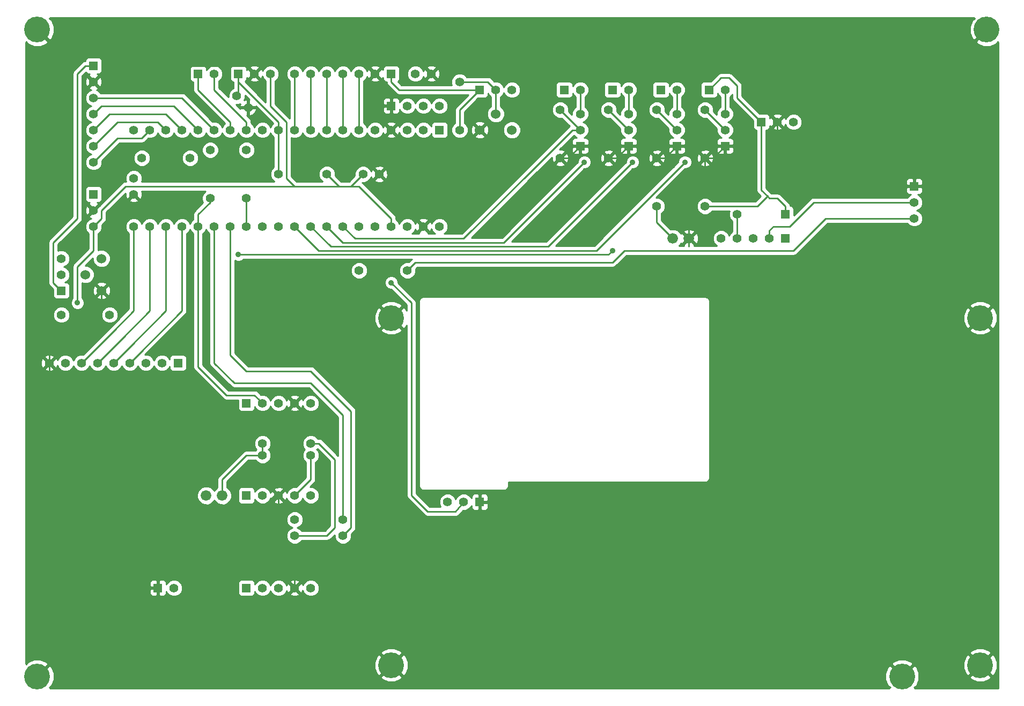
<source format=gbl>
G04 (created by PCBNEW (2013-07-07 BZR 4022)-stable) date 12/12/2015 1:39:09 PM*
%MOIN*%
G04 Gerber Fmt 3.4, Leading zero omitted, Abs format*
%FSLAX34Y34*%
G01*
G70*
G90*
G04 APERTURE LIST*
%ADD10C,0.00590551*%
%ADD11R,0.055X0.055*%
%ADD12C,0.055*%
%ADD13C,0.06*%
%ADD14C,0.066*%
%ADD15C,0.16*%
%ADD16C,0.035*%
%ADD17C,0.01*%
G04 APERTURE END LIST*
G54D10*
G54D11*
X32750Y-43000D03*
G54D12*
X31750Y-43000D03*
X30750Y-43000D03*
X29750Y-43000D03*
X28750Y-43000D03*
X27750Y-43000D03*
X26750Y-43000D03*
X25750Y-43000D03*
X24750Y-43000D03*
G54D11*
X46000Y-25000D03*
G54D12*
X45000Y-25000D03*
X44000Y-25000D03*
X43000Y-25000D03*
X42000Y-25000D03*
X41000Y-25000D03*
X40000Y-25000D03*
G54D11*
X27500Y-24500D03*
G54D12*
X27500Y-25500D03*
X27500Y-26500D03*
X27500Y-27500D03*
X27500Y-28500D03*
X27500Y-29500D03*
X27500Y-30500D03*
G54D11*
X37000Y-51250D03*
G54D12*
X38000Y-51250D03*
X39000Y-51250D03*
X40000Y-51250D03*
X41000Y-51250D03*
G54D11*
X37000Y-45500D03*
G54D12*
X38000Y-45500D03*
X39000Y-45500D03*
X40000Y-45500D03*
X41000Y-45500D03*
G54D11*
X37000Y-57000D03*
G54D12*
X38000Y-57000D03*
X39000Y-57000D03*
X40000Y-57000D03*
X41000Y-57000D03*
G54D11*
X70500Y-35250D03*
G54D12*
X69500Y-35250D03*
X68500Y-35250D03*
X67500Y-35250D03*
X66500Y-35250D03*
G54D11*
X46000Y-27000D03*
G54D12*
X47000Y-27000D03*
X48000Y-27000D03*
X49000Y-27000D03*
G54D11*
X51500Y-51650D03*
G54D12*
X50500Y-51650D03*
X49500Y-51650D03*
G54D11*
X57750Y-29500D03*
G54D12*
X57750Y-28500D03*
X57750Y-27500D03*
G54D11*
X60750Y-29500D03*
G54D12*
X60750Y-28500D03*
X60750Y-27500D03*
G54D11*
X78500Y-32000D03*
G54D12*
X78500Y-33000D03*
X78500Y-34000D03*
G54D11*
X63750Y-29500D03*
G54D12*
X63750Y-28500D03*
X63750Y-27500D03*
G54D11*
X66750Y-29500D03*
G54D12*
X66750Y-28500D03*
X66750Y-27500D03*
G54D11*
X25500Y-38500D03*
G54D12*
X25500Y-37500D03*
X25500Y-36500D03*
G54D11*
X27500Y-32500D03*
G54D12*
X27500Y-33500D03*
X27500Y-34500D03*
G54D11*
X51500Y-26000D03*
G54D12*
X52500Y-26000D03*
X53500Y-26000D03*
G54D11*
X69000Y-28000D03*
G54D12*
X70000Y-28000D03*
X71000Y-28000D03*
G54D11*
X36500Y-25000D03*
G54D12*
X37500Y-25000D03*
X38500Y-25000D03*
G54D11*
X62750Y-26000D03*
G54D12*
X63750Y-26000D03*
G54D11*
X65750Y-26000D03*
G54D12*
X66750Y-26000D03*
G54D11*
X59750Y-26000D03*
G54D12*
X60750Y-26000D03*
G54D11*
X56750Y-26000D03*
G54D12*
X57750Y-26000D03*
G54D11*
X34000Y-25000D03*
G54D12*
X35000Y-25000D03*
G54D11*
X31500Y-57000D03*
G54D12*
X32500Y-57000D03*
G54D13*
X28000Y-38500D03*
X27000Y-37500D03*
X28000Y-36500D03*
X51500Y-28500D03*
X52500Y-27500D03*
X53500Y-28500D03*
G54D12*
X62500Y-27250D03*
X62500Y-30250D03*
X59500Y-27250D03*
X59500Y-30250D03*
X65500Y-27250D03*
X65500Y-30250D03*
X56500Y-27250D03*
X56500Y-30250D03*
X34750Y-32750D03*
X34750Y-29750D03*
X40000Y-52750D03*
X43000Y-52750D03*
X38000Y-48000D03*
X41000Y-48000D03*
X38000Y-48750D03*
X41000Y-48750D03*
X37000Y-29750D03*
X37000Y-32750D03*
X65500Y-33250D03*
X62500Y-33250D03*
X40000Y-53750D03*
X43000Y-53750D03*
X47000Y-37250D03*
X44000Y-37250D03*
X50250Y-28500D03*
X50250Y-25500D03*
X33500Y-30250D03*
X30500Y-30250D03*
X25500Y-40000D03*
X28500Y-40000D03*
X42000Y-31250D03*
X39000Y-31250D03*
G54D14*
X34500Y-51250D03*
X35500Y-51250D03*
X63500Y-35250D03*
X64500Y-35250D03*
G54D11*
X49000Y-28500D03*
G54D12*
X48000Y-28500D03*
X47000Y-28500D03*
X46000Y-28500D03*
X45000Y-28500D03*
X44000Y-28500D03*
X43000Y-28500D03*
X42000Y-28500D03*
X41000Y-28500D03*
X40000Y-28500D03*
X39000Y-28500D03*
X38000Y-28500D03*
X37000Y-28500D03*
X36000Y-28500D03*
X35000Y-28500D03*
X34000Y-28500D03*
X33000Y-28500D03*
X32000Y-28500D03*
X31000Y-28500D03*
X30000Y-28500D03*
X30000Y-34500D03*
X31000Y-34500D03*
X32000Y-34500D03*
X33000Y-34500D03*
X34000Y-34500D03*
X35000Y-34500D03*
X36000Y-34500D03*
X37000Y-34500D03*
X38000Y-34500D03*
X39000Y-34500D03*
X40000Y-34500D03*
X41000Y-34500D03*
X42000Y-34500D03*
X43000Y-34500D03*
X44000Y-34500D03*
X45000Y-34500D03*
X46000Y-34500D03*
X47000Y-34500D03*
X48000Y-34500D03*
X49000Y-34500D03*
G54D11*
X70500Y-33750D03*
G54D12*
X67500Y-33750D03*
X36396Y-26396D03*
X37103Y-27103D03*
X30000Y-31500D03*
X30000Y-32500D03*
X45250Y-31250D03*
X44250Y-31250D03*
X47500Y-25000D03*
X48500Y-25000D03*
G54D15*
X82600Y-61800D03*
X46000Y-61800D03*
X46000Y-40200D03*
X82600Y-40200D03*
X24000Y-22250D03*
X83000Y-22250D03*
X24000Y-62500D03*
X77750Y-62500D03*
G54D16*
X36500Y-36250D03*
X59750Y-36000D03*
X64250Y-30500D03*
X61000Y-30500D03*
X58000Y-30500D03*
X46000Y-38000D03*
X26500Y-39250D03*
G54D17*
X65500Y-33250D02*
X68750Y-33250D01*
X68750Y-33250D02*
X69375Y-32625D01*
X70500Y-33750D02*
X70500Y-33250D01*
X69000Y-32250D02*
X69000Y-28000D01*
X69500Y-32750D02*
X69375Y-32625D01*
X69375Y-32625D02*
X69000Y-32250D01*
X70000Y-32750D02*
X69500Y-32750D01*
X70500Y-33250D02*
X70000Y-32750D01*
X67500Y-26250D02*
X67500Y-26500D01*
X67500Y-26500D02*
X69000Y-28000D01*
X67500Y-25750D02*
X67000Y-25250D01*
X67500Y-26250D02*
X67500Y-25750D01*
X66500Y-25250D02*
X65750Y-26000D01*
X67000Y-25250D02*
X66500Y-25250D01*
X78500Y-33000D02*
X73250Y-33000D01*
X69500Y-34750D02*
X69750Y-34500D01*
X69750Y-34500D02*
X70750Y-34500D01*
X70750Y-34500D02*
X72250Y-33000D01*
X72250Y-33000D02*
X73250Y-33000D01*
X69500Y-34750D02*
X69500Y-35250D01*
X59500Y-36250D02*
X39250Y-36250D01*
X59750Y-36000D02*
X59500Y-36250D01*
X39250Y-36250D02*
X36500Y-36250D01*
X27500Y-27500D02*
X28000Y-27000D01*
X32500Y-27000D02*
X34000Y-28500D01*
X28000Y-27000D02*
X32500Y-27000D01*
X78500Y-34000D02*
X73250Y-34000D01*
X73000Y-34000D02*
X71000Y-36000D01*
X71000Y-36000D02*
X60500Y-36000D01*
X60500Y-36000D02*
X59750Y-36750D01*
X59750Y-36750D02*
X47500Y-36750D01*
X47500Y-36750D02*
X47000Y-37250D01*
X73250Y-34000D02*
X73000Y-34000D01*
X30250Y-42500D02*
X33000Y-39750D01*
X29750Y-43000D02*
X30250Y-42500D01*
X33000Y-39500D02*
X33000Y-34500D01*
X33000Y-39750D02*
X33000Y-39500D01*
X29250Y-41500D02*
X31000Y-39750D01*
X31000Y-34500D02*
X31000Y-39500D01*
X29250Y-41500D02*
X27750Y-43000D01*
X31000Y-39750D02*
X31000Y-39500D01*
X30000Y-39500D02*
X30000Y-39750D01*
X26750Y-43000D02*
X28750Y-41000D01*
X30000Y-39500D02*
X30000Y-34500D01*
X30000Y-39750D02*
X28750Y-41000D01*
X35000Y-25000D02*
X35000Y-26000D01*
X37000Y-28000D02*
X37000Y-28500D01*
X35000Y-26000D02*
X37000Y-28000D01*
X34000Y-25000D02*
X34000Y-26000D01*
X36000Y-28000D02*
X36000Y-28500D01*
X34000Y-26000D02*
X36000Y-28000D01*
X27500Y-28500D02*
X28500Y-27500D01*
X32000Y-27500D02*
X33000Y-28500D01*
X28500Y-27500D02*
X32000Y-27500D01*
X67500Y-33750D02*
X67500Y-35250D01*
X50250Y-25500D02*
X52000Y-25500D01*
X52000Y-25500D02*
X52500Y-26000D01*
X52500Y-27500D02*
X52500Y-26000D01*
X46000Y-25000D02*
X46000Y-25500D01*
X46500Y-26000D02*
X51500Y-26000D01*
X46000Y-25500D02*
X46500Y-26000D01*
X50250Y-28500D02*
X50250Y-27250D01*
X50250Y-27250D02*
X51500Y-26000D01*
X62500Y-33250D02*
X62500Y-34250D01*
X62500Y-34250D02*
X62750Y-34500D01*
X62750Y-34500D02*
X63500Y-35250D01*
X40000Y-25000D02*
X40000Y-28500D01*
X41000Y-25000D02*
X41000Y-28500D01*
X27500Y-29500D02*
X29000Y-28000D01*
X31500Y-28000D02*
X32000Y-28500D01*
X29000Y-28000D02*
X31500Y-28000D01*
X42000Y-28500D02*
X42000Y-25000D01*
X43000Y-25000D02*
X43000Y-28500D01*
X44000Y-28500D02*
X44000Y-25000D01*
X38000Y-45500D02*
X37750Y-45250D01*
X37500Y-45000D02*
X35750Y-45000D01*
X37500Y-45000D02*
X37750Y-45250D01*
X34000Y-38250D02*
X34000Y-34500D01*
X35750Y-45000D02*
X34000Y-43250D01*
X34000Y-43250D02*
X34000Y-38250D01*
X34750Y-32750D02*
X34750Y-33000D01*
X34000Y-33750D02*
X34000Y-34500D01*
X34750Y-33000D02*
X34000Y-33750D01*
X63750Y-31000D02*
X58750Y-36000D01*
X64250Y-30500D02*
X63750Y-31000D01*
X41500Y-36000D02*
X40000Y-34500D01*
X58750Y-36000D02*
X41500Y-36000D01*
X66750Y-28500D02*
X65500Y-27250D01*
X35000Y-38500D02*
X35000Y-43000D01*
X35000Y-37000D02*
X35000Y-38500D01*
X43000Y-52750D02*
X43000Y-47250D01*
X35000Y-37000D02*
X35000Y-34500D01*
X43000Y-46750D02*
X43000Y-47250D01*
X43000Y-46250D02*
X43000Y-46750D01*
X41000Y-44250D02*
X43000Y-46250D01*
X36250Y-44250D02*
X41000Y-44250D01*
X35000Y-43000D02*
X36250Y-44250D01*
X43500Y-46000D02*
X41000Y-43500D01*
X36000Y-34500D02*
X36000Y-37500D01*
X36000Y-38000D02*
X36000Y-38250D01*
X36000Y-37500D02*
X36000Y-38000D01*
X43500Y-53250D02*
X43500Y-47250D01*
X43500Y-53250D02*
X43000Y-53750D01*
X43500Y-46000D02*
X43500Y-47250D01*
X36000Y-42500D02*
X36000Y-38250D01*
X37000Y-43500D02*
X36000Y-42500D01*
X41000Y-43500D02*
X37000Y-43500D01*
X37000Y-34500D02*
X37000Y-32750D01*
X27500Y-30500D02*
X29000Y-29000D01*
X30500Y-29000D02*
X31000Y-28500D01*
X29000Y-29000D02*
X30500Y-29000D01*
X66750Y-26000D02*
X66750Y-27500D01*
X60500Y-31000D02*
X55750Y-35750D01*
X61000Y-30500D02*
X60500Y-31000D01*
X42250Y-35750D02*
X41000Y-34500D01*
X55750Y-35750D02*
X42250Y-35750D01*
X62500Y-27250D02*
X63750Y-28500D01*
X63750Y-27500D02*
X63750Y-26000D01*
X57500Y-31000D02*
X53000Y-35500D01*
X58000Y-30500D02*
X57500Y-31000D01*
X43000Y-35500D02*
X42000Y-34500D01*
X53000Y-35500D02*
X43000Y-35500D01*
X59500Y-27250D02*
X60750Y-28500D01*
X60750Y-27500D02*
X60750Y-26000D01*
X57750Y-26000D02*
X57750Y-27500D01*
X39000Y-28500D02*
X39000Y-31250D01*
X36500Y-25500D02*
X36500Y-26292D01*
X36500Y-26292D02*
X36396Y-26396D01*
X36500Y-25000D02*
X36500Y-25500D01*
X39000Y-28000D02*
X39000Y-28500D01*
X36500Y-25500D02*
X39000Y-28000D01*
X27500Y-26500D02*
X33000Y-26500D01*
X33000Y-26500D02*
X35000Y-28500D01*
X54750Y-31000D02*
X50500Y-35250D01*
X57750Y-28500D02*
X57250Y-28500D01*
X57250Y-28500D02*
X54750Y-31000D01*
X43750Y-35250D02*
X43000Y-34500D01*
X50500Y-35250D02*
X43750Y-35250D01*
X57750Y-28500D02*
X56500Y-27250D01*
X42500Y-49750D02*
X42500Y-49000D01*
X42500Y-49750D02*
X42500Y-53250D01*
X42500Y-53250D02*
X42000Y-53750D01*
X40000Y-53750D02*
X42000Y-53750D01*
X41500Y-48000D02*
X41000Y-48000D01*
X42500Y-49000D02*
X41500Y-48000D01*
X41000Y-48750D02*
X41000Y-49750D01*
X41000Y-50250D02*
X40000Y-51250D01*
X41000Y-49750D02*
X41000Y-50250D01*
X35500Y-51250D02*
X35500Y-50250D01*
X37000Y-48750D02*
X38000Y-48750D01*
X35500Y-50250D02*
X37000Y-48750D01*
X38000Y-48000D02*
X38000Y-48750D01*
X26500Y-34000D02*
X26500Y-25000D01*
X25000Y-38000D02*
X25000Y-36000D01*
X25000Y-36000D02*
X25000Y-35500D01*
X25000Y-35500D02*
X26500Y-34000D01*
X25500Y-38500D02*
X25000Y-38000D01*
X27000Y-24500D02*
X27500Y-24500D01*
X26500Y-25000D02*
X27000Y-24500D01*
X32000Y-39500D02*
X32000Y-39750D01*
X28750Y-43000D02*
X29750Y-42000D01*
X32000Y-39500D02*
X32000Y-34500D01*
X32000Y-39750D02*
X29750Y-42000D01*
X46000Y-38000D02*
X47250Y-39250D01*
X47250Y-51250D02*
X48250Y-52250D01*
X47250Y-39250D02*
X47250Y-51250D01*
X42000Y-31250D02*
X42750Y-32000D01*
X43000Y-32000D02*
X43500Y-32000D01*
X43500Y-32000D02*
X44250Y-31250D01*
X27500Y-34500D02*
X27500Y-36000D01*
X26500Y-37000D02*
X26500Y-39250D01*
X27500Y-36000D02*
X26500Y-37000D01*
X40000Y-32000D02*
X29500Y-32000D01*
X28000Y-34000D02*
X27500Y-34500D01*
X28000Y-33500D02*
X28000Y-34000D01*
X29500Y-32000D02*
X28000Y-33500D01*
X38500Y-25000D02*
X38500Y-27000D01*
X46000Y-34000D02*
X46000Y-34500D01*
X44000Y-32000D02*
X46000Y-34000D01*
X40000Y-32000D02*
X42750Y-32000D01*
X42750Y-32000D02*
X43000Y-32000D01*
X43000Y-32000D02*
X44000Y-32000D01*
X39500Y-31500D02*
X40000Y-32000D01*
X39500Y-28000D02*
X39500Y-31500D01*
X38500Y-27000D02*
X39500Y-28000D01*
X50000Y-52250D02*
X50500Y-51650D01*
X48250Y-52250D02*
X50000Y-52250D01*
X78500Y-32000D02*
X73250Y-32000D01*
X70000Y-30500D02*
X70000Y-28000D01*
X70000Y-31000D02*
X71000Y-32000D01*
X71000Y-32000D02*
X73250Y-32000D01*
X70000Y-30500D02*
X70000Y-31000D01*
X40000Y-57000D02*
X40000Y-55250D01*
X40000Y-55250D02*
X39250Y-54500D01*
X39000Y-54250D02*
X39000Y-51250D01*
X39250Y-54500D02*
X39000Y-54250D01*
X31500Y-54000D02*
X31500Y-53750D01*
X31500Y-53750D02*
X32000Y-53750D01*
X31500Y-54000D02*
X31500Y-57000D01*
X24750Y-47000D02*
X31500Y-53750D01*
X24750Y-43000D02*
X24750Y-47000D01*
X38750Y-51250D02*
X39000Y-51250D01*
X38750Y-51250D02*
X36250Y-53750D01*
X31750Y-53750D02*
X32000Y-53750D01*
X32000Y-53750D02*
X36250Y-53750D01*
X65500Y-30250D02*
X65500Y-31750D01*
X64500Y-32750D02*
X64500Y-35250D01*
X65500Y-31750D02*
X64500Y-32750D01*
X65500Y-30250D02*
X66000Y-30250D01*
X66000Y-30250D02*
X66750Y-29500D01*
X63750Y-29500D02*
X66750Y-29500D01*
X60750Y-29500D02*
X63750Y-29500D01*
X57750Y-29500D02*
X60750Y-29500D01*
X56500Y-30250D02*
X57000Y-30250D01*
X57000Y-30250D02*
X57750Y-29500D01*
X59500Y-30250D02*
X60000Y-30250D01*
X60000Y-30250D02*
X60750Y-29500D01*
X62500Y-30250D02*
X63000Y-30250D01*
X63000Y-30250D02*
X63750Y-29500D01*
X28000Y-38500D02*
X28000Y-39000D01*
X24750Y-42250D02*
X24750Y-43000D01*
X28000Y-39000D02*
X24750Y-42250D01*
X37500Y-25000D02*
X37000Y-24500D01*
X28500Y-24500D02*
X27500Y-25500D01*
X37000Y-24500D02*
X28500Y-24500D01*
X64500Y-35750D02*
X64500Y-35250D01*
G54D10*
G36*
X38666Y-28090D02*
X38555Y-28202D01*
X38499Y-28335D01*
X38445Y-28203D01*
X38297Y-28055D01*
X38104Y-27975D01*
X37896Y-27974D01*
X37703Y-28054D01*
X37622Y-28135D01*
X37622Y-27236D01*
X37573Y-27153D01*
X37153Y-27153D01*
X37153Y-27573D01*
X37236Y-27622D01*
X37424Y-27531D01*
X37564Y-27376D01*
X37622Y-27236D01*
X37622Y-28135D01*
X37555Y-28202D01*
X37499Y-28335D01*
X37445Y-28203D01*
X37300Y-28057D01*
X37300Y-28000D01*
X37299Y-27999D01*
X37277Y-27885D01*
X37212Y-27787D01*
X37212Y-27787D01*
X37018Y-27594D01*
X37053Y-27573D01*
X37053Y-27224D01*
X37097Y-27179D01*
X37027Y-27109D01*
X36982Y-27153D01*
X36633Y-27153D01*
X36612Y-27188D01*
X36345Y-26921D01*
X36500Y-26921D01*
X36627Y-26869D01*
X36584Y-26970D01*
X36633Y-27053D01*
X36982Y-27053D01*
X37027Y-27097D01*
X37097Y-27027D01*
X37053Y-26982D01*
X37053Y-26633D01*
X36970Y-26584D01*
X36865Y-26635D01*
X36921Y-26501D01*
X36921Y-26345D01*
X37188Y-26612D01*
X37153Y-26633D01*
X37153Y-26982D01*
X37109Y-27027D01*
X37179Y-27097D01*
X37224Y-27053D01*
X37573Y-27053D01*
X37594Y-27018D01*
X38666Y-28090D01*
X38666Y-28090D01*
G37*
G54D17*
X38666Y-28090D02*
X38555Y-28202D01*
X38499Y-28335D01*
X38445Y-28203D01*
X38297Y-28055D01*
X38104Y-27975D01*
X37896Y-27974D01*
X37703Y-28054D01*
X37622Y-28135D01*
X37622Y-27236D01*
X37573Y-27153D01*
X37153Y-27153D01*
X37153Y-27573D01*
X37236Y-27622D01*
X37424Y-27531D01*
X37564Y-27376D01*
X37622Y-27236D01*
X37622Y-28135D01*
X37555Y-28202D01*
X37499Y-28335D01*
X37445Y-28203D01*
X37300Y-28057D01*
X37300Y-28000D01*
X37299Y-27999D01*
X37277Y-27885D01*
X37212Y-27787D01*
X37212Y-27787D01*
X37018Y-27594D01*
X37053Y-27573D01*
X37053Y-27224D01*
X37097Y-27179D01*
X37027Y-27109D01*
X36982Y-27153D01*
X36633Y-27153D01*
X36612Y-27188D01*
X36345Y-26921D01*
X36500Y-26921D01*
X36627Y-26869D01*
X36584Y-26970D01*
X36633Y-27053D01*
X36982Y-27053D01*
X37027Y-27097D01*
X37097Y-27027D01*
X37053Y-26982D01*
X37053Y-26633D01*
X36970Y-26584D01*
X36865Y-26635D01*
X36921Y-26501D01*
X36921Y-26345D01*
X37188Y-26612D01*
X37153Y-26633D01*
X37153Y-26982D01*
X37109Y-27027D01*
X37179Y-27097D01*
X37224Y-27053D01*
X37573Y-27053D01*
X37594Y-27018D01*
X38666Y-28090D01*
G54D10*
G36*
X83730Y-63230D02*
X83676Y-63230D01*
X83651Y-63230D01*
X83651Y-62001D01*
X83651Y-40401D01*
X83648Y-39983D01*
X83494Y-39611D01*
X83347Y-39523D01*
X83276Y-39594D01*
X83276Y-39452D01*
X83188Y-39305D01*
X82801Y-39148D01*
X82383Y-39151D01*
X82011Y-39305D01*
X81923Y-39452D01*
X82600Y-40129D01*
X83276Y-39452D01*
X83276Y-39594D01*
X82670Y-40200D01*
X83347Y-40876D01*
X83494Y-40788D01*
X83651Y-40401D01*
X83651Y-62001D01*
X83648Y-61583D01*
X83494Y-61211D01*
X83347Y-61123D01*
X83276Y-61194D01*
X83276Y-61052D01*
X83276Y-40947D01*
X82600Y-40270D01*
X82529Y-40341D01*
X82529Y-40200D01*
X81852Y-39523D01*
X81705Y-39611D01*
X81548Y-39998D01*
X81551Y-40416D01*
X81705Y-40788D01*
X81852Y-40876D01*
X82529Y-40200D01*
X82529Y-40341D01*
X81923Y-40947D01*
X82011Y-41094D01*
X82398Y-41251D01*
X82816Y-41248D01*
X83188Y-41094D01*
X83276Y-40947D01*
X83276Y-61052D01*
X83188Y-60905D01*
X82801Y-60748D01*
X82383Y-60751D01*
X82011Y-60905D01*
X81923Y-61052D01*
X82600Y-61729D01*
X83276Y-61052D01*
X83276Y-61194D01*
X82670Y-61800D01*
X83347Y-62476D01*
X83494Y-62388D01*
X83651Y-62001D01*
X83651Y-63230D01*
X83276Y-63230D01*
X83276Y-62547D01*
X82600Y-61870D01*
X82529Y-61941D01*
X82529Y-61800D01*
X81852Y-61123D01*
X81705Y-61211D01*
X81548Y-61598D01*
X81551Y-62016D01*
X81705Y-62388D01*
X81852Y-62476D01*
X82529Y-61800D01*
X82529Y-61941D01*
X81923Y-62547D01*
X82011Y-62694D01*
X82398Y-62851D01*
X82816Y-62848D01*
X83188Y-62694D01*
X83276Y-62547D01*
X83276Y-63230D01*
X79025Y-63230D01*
X79025Y-33896D01*
X78945Y-33703D01*
X78797Y-33555D01*
X78664Y-33499D01*
X78797Y-33445D01*
X78944Y-33297D01*
X79024Y-33104D01*
X79025Y-32896D01*
X78945Y-32703D01*
X78797Y-32555D01*
X78725Y-32525D01*
X78725Y-32525D01*
X78824Y-32524D01*
X78916Y-32486D01*
X78987Y-32416D01*
X79025Y-32324D01*
X79025Y-31675D01*
X78987Y-31583D01*
X78916Y-31513D01*
X78824Y-31475D01*
X78725Y-31474D01*
X78612Y-31475D01*
X78550Y-31537D01*
X78550Y-31950D01*
X78962Y-31950D01*
X79025Y-31887D01*
X79025Y-31675D01*
X79025Y-32324D01*
X79025Y-32112D01*
X78962Y-32050D01*
X78550Y-32050D01*
X78550Y-32057D01*
X78450Y-32057D01*
X78450Y-32050D01*
X78450Y-31950D01*
X78450Y-31537D01*
X78387Y-31475D01*
X78274Y-31474D01*
X78175Y-31475D01*
X78083Y-31513D01*
X78012Y-31583D01*
X77974Y-31675D01*
X77975Y-31887D01*
X78037Y-31950D01*
X78450Y-31950D01*
X78450Y-32050D01*
X78037Y-32050D01*
X77975Y-32112D01*
X77974Y-32324D01*
X78012Y-32416D01*
X78083Y-32486D01*
X78175Y-32524D01*
X78274Y-32525D01*
X78274Y-32525D01*
X78203Y-32554D01*
X78057Y-32700D01*
X73250Y-32700D01*
X72250Y-32700D01*
X72135Y-32722D01*
X72037Y-32787D01*
X71525Y-33300D01*
X71525Y-27896D01*
X71445Y-27703D01*
X71297Y-27555D01*
X71104Y-27475D01*
X70896Y-27474D01*
X70703Y-27554D01*
X70555Y-27702D01*
X70502Y-27828D01*
X70460Y-27727D01*
X70367Y-27702D01*
X70297Y-27773D01*
X70297Y-27632D01*
X70272Y-27539D01*
X70075Y-27470D01*
X69867Y-27481D01*
X69727Y-27539D01*
X69702Y-27632D01*
X70000Y-27929D01*
X70297Y-27632D01*
X70297Y-27773D01*
X70070Y-28000D01*
X70367Y-28297D01*
X70460Y-28272D01*
X70499Y-28162D01*
X70554Y-28297D01*
X70702Y-28444D01*
X70895Y-28524D01*
X71103Y-28525D01*
X71297Y-28445D01*
X71444Y-28297D01*
X71524Y-28104D01*
X71525Y-27896D01*
X71525Y-33300D01*
X71025Y-33800D01*
X71025Y-33425D01*
X70987Y-33333D01*
X70916Y-33263D01*
X70824Y-33225D01*
X70795Y-33225D01*
X70777Y-33135D01*
X70712Y-33037D01*
X70712Y-33037D01*
X70297Y-32622D01*
X70297Y-28367D01*
X70000Y-28070D01*
X69702Y-28367D01*
X69727Y-28460D01*
X69924Y-28529D01*
X70132Y-28518D01*
X70272Y-28460D01*
X70297Y-28367D01*
X70297Y-32622D01*
X70212Y-32537D01*
X70114Y-32472D01*
X70000Y-32450D01*
X69624Y-32450D01*
X69587Y-32412D01*
X69587Y-32412D01*
X69587Y-32412D01*
X69300Y-32125D01*
X69300Y-28525D01*
X69324Y-28525D01*
X69416Y-28487D01*
X69486Y-28416D01*
X69524Y-28324D01*
X69525Y-28237D01*
X69539Y-28272D01*
X69632Y-28297D01*
X69929Y-28000D01*
X69632Y-27702D01*
X69539Y-27727D01*
X69525Y-27768D01*
X69525Y-27675D01*
X69487Y-27583D01*
X69416Y-27513D01*
X69324Y-27475D01*
X69225Y-27474D01*
X68899Y-27474D01*
X67800Y-26375D01*
X67800Y-26250D01*
X67800Y-25750D01*
X67777Y-25635D01*
X67712Y-25537D01*
X67712Y-25537D01*
X67212Y-25037D01*
X67114Y-24972D01*
X67000Y-24950D01*
X66500Y-24950D01*
X66385Y-24972D01*
X66287Y-25037D01*
X65850Y-25474D01*
X65425Y-25474D01*
X65333Y-25512D01*
X65263Y-25583D01*
X65225Y-25675D01*
X65224Y-25774D01*
X65224Y-26324D01*
X65262Y-26416D01*
X65333Y-26486D01*
X65425Y-26524D01*
X65524Y-26525D01*
X66074Y-26525D01*
X66166Y-26487D01*
X66236Y-26416D01*
X66274Y-26324D01*
X66275Y-26225D01*
X66275Y-26225D01*
X66304Y-26297D01*
X66450Y-26442D01*
X66450Y-27057D01*
X66305Y-27202D01*
X66225Y-27395D01*
X66224Y-27550D01*
X66024Y-27350D01*
X66025Y-27146D01*
X65945Y-26953D01*
X65797Y-26805D01*
X65604Y-26725D01*
X65396Y-26724D01*
X65203Y-26804D01*
X65055Y-26952D01*
X64975Y-27145D01*
X64974Y-27353D01*
X65054Y-27547D01*
X65202Y-27694D01*
X65395Y-27774D01*
X65600Y-27775D01*
X66225Y-28399D01*
X66224Y-28603D01*
X66304Y-28797D01*
X66452Y-28944D01*
X66524Y-28974D01*
X66524Y-28974D01*
X66425Y-28975D01*
X66333Y-29013D01*
X66262Y-29083D01*
X66224Y-29175D01*
X66225Y-29387D01*
X66287Y-29450D01*
X66700Y-29450D01*
X66700Y-29442D01*
X66800Y-29442D01*
X66800Y-29450D01*
X67212Y-29450D01*
X67275Y-29387D01*
X67275Y-29175D01*
X67237Y-29083D01*
X67166Y-29013D01*
X67074Y-28975D01*
X66975Y-28974D01*
X66975Y-28974D01*
X67047Y-28945D01*
X67194Y-28797D01*
X67274Y-28604D01*
X67275Y-28396D01*
X67195Y-28203D01*
X67047Y-28055D01*
X66914Y-27999D01*
X67047Y-27945D01*
X67194Y-27797D01*
X67274Y-27604D01*
X67275Y-27396D01*
X67195Y-27203D01*
X67050Y-27057D01*
X67050Y-26442D01*
X67194Y-26297D01*
X67200Y-26285D01*
X67200Y-26500D01*
X67222Y-26614D01*
X67287Y-26712D01*
X68474Y-27899D01*
X68474Y-28324D01*
X68512Y-28416D01*
X68583Y-28486D01*
X68675Y-28524D01*
X68700Y-28524D01*
X68700Y-32250D01*
X68722Y-32364D01*
X68787Y-32462D01*
X68950Y-32625D01*
X68625Y-32950D01*
X67275Y-32950D01*
X67275Y-29824D01*
X67275Y-29612D01*
X67212Y-29550D01*
X66800Y-29550D01*
X66800Y-29962D01*
X66862Y-30025D01*
X66975Y-30025D01*
X67074Y-30024D01*
X67166Y-29986D01*
X67237Y-29916D01*
X67275Y-29824D01*
X67275Y-32950D01*
X66700Y-32950D01*
X66700Y-29962D01*
X66700Y-29550D01*
X66287Y-29550D01*
X66225Y-29612D01*
X66224Y-29824D01*
X66262Y-29916D01*
X66333Y-29986D01*
X66425Y-30024D01*
X66524Y-30025D01*
X66637Y-30025D01*
X66700Y-29962D01*
X66700Y-32950D01*
X66029Y-32950D01*
X66029Y-30325D01*
X66018Y-30117D01*
X65960Y-29977D01*
X65867Y-29952D01*
X65797Y-30023D01*
X65797Y-29882D01*
X65772Y-29789D01*
X65575Y-29720D01*
X65367Y-29731D01*
X65227Y-29789D01*
X65202Y-29882D01*
X65500Y-30179D01*
X65797Y-29882D01*
X65797Y-30023D01*
X65570Y-30250D01*
X65867Y-30547D01*
X65960Y-30522D01*
X66029Y-30325D01*
X66029Y-32950D01*
X65942Y-32950D01*
X65797Y-32805D01*
X65797Y-32804D01*
X65797Y-30617D01*
X65500Y-30320D01*
X65429Y-30391D01*
X65429Y-30250D01*
X65132Y-29952D01*
X65039Y-29977D01*
X64970Y-30174D01*
X64981Y-30382D01*
X65039Y-30522D01*
X65132Y-30547D01*
X65429Y-30250D01*
X65429Y-30391D01*
X65202Y-30617D01*
X65227Y-30710D01*
X65424Y-30779D01*
X65632Y-30768D01*
X65772Y-30710D01*
X65797Y-30617D01*
X65797Y-32804D01*
X65604Y-32725D01*
X65396Y-32724D01*
X65203Y-32804D01*
X65055Y-32952D01*
X64975Y-33145D01*
X64974Y-33353D01*
X65054Y-33547D01*
X65202Y-33694D01*
X65395Y-33774D01*
X65603Y-33775D01*
X65797Y-33695D01*
X65942Y-33550D01*
X67014Y-33550D01*
X66975Y-33645D01*
X66974Y-33853D01*
X67054Y-34047D01*
X67200Y-34192D01*
X67200Y-34807D01*
X67055Y-34952D01*
X66999Y-35085D01*
X66945Y-34953D01*
X66797Y-34805D01*
X66604Y-34725D01*
X66396Y-34724D01*
X66203Y-34804D01*
X66055Y-34952D01*
X65975Y-35145D01*
X65974Y-35353D01*
X66054Y-35547D01*
X66202Y-35694D01*
X66214Y-35700D01*
X65084Y-35700D01*
X65084Y-35338D01*
X65074Y-35108D01*
X65006Y-34944D01*
X64907Y-34913D01*
X64836Y-34983D01*
X64836Y-34842D01*
X64805Y-34743D01*
X64588Y-34665D01*
X64358Y-34675D01*
X64194Y-34743D01*
X64163Y-34842D01*
X64500Y-35179D01*
X64836Y-34842D01*
X64836Y-34983D01*
X64570Y-35250D01*
X64907Y-35586D01*
X65006Y-35555D01*
X65084Y-35338D01*
X65084Y-35700D01*
X64823Y-35700D01*
X64836Y-35657D01*
X64500Y-35320D01*
X64163Y-35657D01*
X64176Y-35700D01*
X63870Y-35700D01*
X63991Y-35578D01*
X64000Y-35557D01*
X64092Y-35586D01*
X64429Y-35250D01*
X64092Y-34913D01*
X64000Y-34942D01*
X63991Y-34921D01*
X63828Y-34758D01*
X63615Y-34670D01*
X63385Y-34669D01*
X63356Y-34681D01*
X62962Y-34287D01*
X62962Y-34287D01*
X62962Y-34287D01*
X62800Y-34125D01*
X62800Y-33692D01*
X62944Y-33547D01*
X63024Y-33354D01*
X63025Y-33146D01*
X62945Y-32953D01*
X62797Y-32805D01*
X62604Y-32725D01*
X62449Y-32724D01*
X63962Y-31212D01*
X63962Y-31212D01*
X63962Y-31212D01*
X64249Y-30924D01*
X64334Y-30925D01*
X64490Y-30860D01*
X64610Y-30741D01*
X64674Y-30584D01*
X64675Y-30415D01*
X64610Y-30259D01*
X64491Y-30139D01*
X64334Y-30075D01*
X64275Y-30075D01*
X64275Y-28396D01*
X64195Y-28203D01*
X64047Y-28055D01*
X63914Y-27999D01*
X64047Y-27945D01*
X64194Y-27797D01*
X64274Y-27604D01*
X64275Y-27396D01*
X64195Y-27203D01*
X64050Y-27057D01*
X64050Y-26442D01*
X64194Y-26297D01*
X64274Y-26104D01*
X64275Y-25896D01*
X64195Y-25703D01*
X64047Y-25555D01*
X63854Y-25475D01*
X63646Y-25474D01*
X63453Y-25554D01*
X63305Y-25702D01*
X63275Y-25774D01*
X63275Y-25675D01*
X63237Y-25583D01*
X63166Y-25513D01*
X63074Y-25475D01*
X62975Y-25474D01*
X62425Y-25474D01*
X62333Y-25512D01*
X62263Y-25583D01*
X62225Y-25675D01*
X62224Y-25774D01*
X62224Y-26324D01*
X62262Y-26416D01*
X62333Y-26486D01*
X62425Y-26524D01*
X62524Y-26525D01*
X63074Y-26525D01*
X63166Y-26487D01*
X63236Y-26416D01*
X63274Y-26324D01*
X63275Y-26225D01*
X63275Y-26225D01*
X63304Y-26297D01*
X63450Y-26442D01*
X63450Y-27057D01*
X63305Y-27202D01*
X63225Y-27395D01*
X63224Y-27550D01*
X63024Y-27350D01*
X63025Y-27146D01*
X62945Y-26953D01*
X62797Y-26805D01*
X62604Y-26725D01*
X62396Y-26724D01*
X62203Y-26804D01*
X62055Y-26952D01*
X61975Y-27145D01*
X61974Y-27353D01*
X62054Y-27547D01*
X62202Y-27694D01*
X62395Y-27774D01*
X62600Y-27775D01*
X63225Y-28399D01*
X63224Y-28603D01*
X63304Y-28797D01*
X63452Y-28944D01*
X63524Y-28974D01*
X63524Y-28974D01*
X63425Y-28975D01*
X63333Y-29013D01*
X63262Y-29083D01*
X63224Y-29175D01*
X63225Y-29387D01*
X63287Y-29450D01*
X63700Y-29450D01*
X63700Y-29442D01*
X63800Y-29442D01*
X63800Y-29450D01*
X64212Y-29450D01*
X64275Y-29387D01*
X64275Y-29175D01*
X64237Y-29083D01*
X64166Y-29013D01*
X64074Y-28975D01*
X63975Y-28974D01*
X63975Y-28974D01*
X64047Y-28945D01*
X64194Y-28797D01*
X64274Y-28604D01*
X64275Y-28396D01*
X64275Y-30075D01*
X64275Y-30075D01*
X64275Y-29824D01*
X64275Y-29612D01*
X64212Y-29550D01*
X63800Y-29550D01*
X63800Y-29962D01*
X63862Y-30025D01*
X63975Y-30025D01*
X64074Y-30024D01*
X64166Y-29986D01*
X64237Y-29916D01*
X64275Y-29824D01*
X64275Y-30075D01*
X64165Y-30074D01*
X64009Y-30139D01*
X63889Y-30258D01*
X63825Y-30415D01*
X63824Y-30500D01*
X63700Y-30625D01*
X63700Y-29962D01*
X63700Y-29550D01*
X63287Y-29550D01*
X63225Y-29612D01*
X63224Y-29824D01*
X63262Y-29916D01*
X63333Y-29986D01*
X63425Y-30024D01*
X63524Y-30025D01*
X63637Y-30025D01*
X63700Y-29962D01*
X63700Y-30625D01*
X63537Y-30787D01*
X63537Y-30787D01*
X63029Y-31295D01*
X63029Y-30325D01*
X63018Y-30117D01*
X62960Y-29977D01*
X62867Y-29952D01*
X62797Y-30023D01*
X62797Y-29882D01*
X62772Y-29789D01*
X62575Y-29720D01*
X62367Y-29731D01*
X62227Y-29789D01*
X62202Y-29882D01*
X62500Y-30179D01*
X62797Y-29882D01*
X62797Y-30023D01*
X62570Y-30250D01*
X62867Y-30547D01*
X62960Y-30522D01*
X63029Y-30325D01*
X63029Y-31295D01*
X62797Y-31528D01*
X62797Y-30617D01*
X62500Y-30320D01*
X62429Y-30391D01*
X62429Y-30250D01*
X62132Y-29952D01*
X62039Y-29977D01*
X61970Y-30174D01*
X61981Y-30382D01*
X62039Y-30522D01*
X62132Y-30547D01*
X62429Y-30250D01*
X62429Y-30391D01*
X62202Y-30617D01*
X62227Y-30710D01*
X62424Y-30779D01*
X62632Y-30768D01*
X62772Y-30710D01*
X62797Y-30617D01*
X62797Y-31528D01*
X58625Y-35700D01*
X56224Y-35700D01*
X60712Y-31212D01*
X60712Y-31212D01*
X60712Y-31212D01*
X60999Y-30924D01*
X61084Y-30925D01*
X61240Y-30860D01*
X61360Y-30741D01*
X61424Y-30584D01*
X61425Y-30415D01*
X61360Y-30259D01*
X61275Y-30174D01*
X61275Y-28396D01*
X61195Y-28203D01*
X61047Y-28055D01*
X60914Y-27999D01*
X61047Y-27945D01*
X61194Y-27797D01*
X61274Y-27604D01*
X61275Y-27396D01*
X61195Y-27203D01*
X61050Y-27057D01*
X61050Y-26442D01*
X61194Y-26297D01*
X61274Y-26104D01*
X61275Y-25896D01*
X61195Y-25703D01*
X61047Y-25555D01*
X60854Y-25475D01*
X60646Y-25474D01*
X60453Y-25554D01*
X60305Y-25702D01*
X60275Y-25774D01*
X60275Y-25675D01*
X60237Y-25583D01*
X60166Y-25513D01*
X60074Y-25475D01*
X59975Y-25474D01*
X59425Y-25474D01*
X59333Y-25512D01*
X59263Y-25583D01*
X59225Y-25675D01*
X59224Y-25774D01*
X59224Y-26324D01*
X59262Y-26416D01*
X59333Y-26486D01*
X59425Y-26524D01*
X59524Y-26525D01*
X60074Y-26525D01*
X60166Y-26487D01*
X60236Y-26416D01*
X60274Y-26324D01*
X60275Y-26225D01*
X60275Y-26225D01*
X60304Y-26297D01*
X60450Y-26442D01*
X60450Y-27057D01*
X60305Y-27202D01*
X60225Y-27395D01*
X60224Y-27550D01*
X60024Y-27350D01*
X60025Y-27146D01*
X59945Y-26953D01*
X59797Y-26805D01*
X59604Y-26725D01*
X59396Y-26724D01*
X59203Y-26804D01*
X59055Y-26952D01*
X58975Y-27145D01*
X58974Y-27353D01*
X59054Y-27547D01*
X59202Y-27694D01*
X59395Y-27774D01*
X59600Y-27775D01*
X60225Y-28399D01*
X60224Y-28603D01*
X60304Y-28797D01*
X60452Y-28944D01*
X60524Y-28974D01*
X60524Y-28974D01*
X60425Y-28975D01*
X60333Y-29013D01*
X60262Y-29083D01*
X60224Y-29175D01*
X60225Y-29387D01*
X60287Y-29450D01*
X60700Y-29450D01*
X60700Y-29442D01*
X60800Y-29442D01*
X60800Y-29450D01*
X61212Y-29450D01*
X61275Y-29387D01*
X61275Y-29175D01*
X61237Y-29083D01*
X61166Y-29013D01*
X61074Y-28975D01*
X60975Y-28974D01*
X60975Y-28974D01*
X61047Y-28945D01*
X61194Y-28797D01*
X61274Y-28604D01*
X61275Y-28396D01*
X61275Y-30174D01*
X61275Y-30173D01*
X61275Y-29824D01*
X61275Y-29612D01*
X61212Y-29550D01*
X60800Y-29550D01*
X60800Y-29962D01*
X60862Y-30025D01*
X60975Y-30025D01*
X61074Y-30024D01*
X61166Y-29986D01*
X61237Y-29916D01*
X61275Y-29824D01*
X61275Y-30173D01*
X61241Y-30139D01*
X61084Y-30075D01*
X60915Y-30074D01*
X60759Y-30139D01*
X60700Y-30198D01*
X60700Y-29962D01*
X60700Y-29550D01*
X60287Y-29550D01*
X60225Y-29612D01*
X60224Y-29824D01*
X60262Y-29916D01*
X60333Y-29986D01*
X60425Y-30024D01*
X60524Y-30025D01*
X60637Y-30025D01*
X60700Y-29962D01*
X60700Y-30198D01*
X60639Y-30258D01*
X60575Y-30415D01*
X60574Y-30500D01*
X60287Y-30787D01*
X60287Y-30787D01*
X60029Y-31045D01*
X60029Y-30325D01*
X60018Y-30117D01*
X59960Y-29977D01*
X59867Y-29952D01*
X59797Y-30023D01*
X59797Y-29882D01*
X59772Y-29789D01*
X59575Y-29720D01*
X59367Y-29731D01*
X59227Y-29789D01*
X59202Y-29882D01*
X59500Y-30179D01*
X59797Y-29882D01*
X59797Y-30023D01*
X59570Y-30250D01*
X59867Y-30547D01*
X59960Y-30522D01*
X60029Y-30325D01*
X60029Y-31045D01*
X59797Y-31278D01*
X59797Y-30617D01*
X59500Y-30320D01*
X59429Y-30391D01*
X59429Y-30250D01*
X59132Y-29952D01*
X59039Y-29977D01*
X58970Y-30174D01*
X58981Y-30382D01*
X59039Y-30522D01*
X59132Y-30547D01*
X59429Y-30250D01*
X59429Y-30391D01*
X59202Y-30617D01*
X59227Y-30710D01*
X59424Y-30779D01*
X59632Y-30768D01*
X59772Y-30710D01*
X59797Y-30617D01*
X59797Y-31278D01*
X55625Y-35450D01*
X53474Y-35450D01*
X57712Y-31212D01*
X57999Y-30924D01*
X58084Y-30925D01*
X58240Y-30860D01*
X58360Y-30741D01*
X58424Y-30584D01*
X58425Y-30415D01*
X58360Y-30259D01*
X58275Y-30173D01*
X58275Y-29824D01*
X58275Y-29612D01*
X58212Y-29550D01*
X57800Y-29550D01*
X57800Y-29962D01*
X57862Y-30025D01*
X57975Y-30025D01*
X58074Y-30024D01*
X58166Y-29986D01*
X58237Y-29916D01*
X58275Y-29824D01*
X58275Y-30173D01*
X58241Y-30139D01*
X58084Y-30075D01*
X57915Y-30074D01*
X57759Y-30139D01*
X57700Y-30198D01*
X57700Y-29962D01*
X57700Y-29550D01*
X57287Y-29550D01*
X57225Y-29612D01*
X57224Y-29824D01*
X57262Y-29916D01*
X57333Y-29986D01*
X57425Y-30024D01*
X57524Y-30025D01*
X57637Y-30025D01*
X57700Y-29962D01*
X57700Y-30198D01*
X57639Y-30258D01*
X57575Y-30415D01*
X57574Y-30500D01*
X57287Y-30787D01*
X57029Y-31045D01*
X57029Y-30325D01*
X57018Y-30117D01*
X56960Y-29977D01*
X56867Y-29952D01*
X56570Y-30250D01*
X56867Y-30547D01*
X56960Y-30522D01*
X57029Y-30325D01*
X57029Y-31045D01*
X56797Y-31278D01*
X56797Y-30617D01*
X56500Y-30320D01*
X56202Y-30617D01*
X56227Y-30710D01*
X56424Y-30779D01*
X56632Y-30768D01*
X56772Y-30710D01*
X56797Y-30617D01*
X56797Y-31278D01*
X52875Y-35200D01*
X50974Y-35200D01*
X54962Y-31212D01*
X54962Y-31212D01*
X54962Y-31212D01*
X55971Y-30202D01*
X55981Y-30382D01*
X56039Y-30522D01*
X56132Y-30547D01*
X56429Y-30250D01*
X56423Y-30244D01*
X56494Y-30173D01*
X56500Y-30179D01*
X56797Y-29882D01*
X56772Y-29789D01*
X56575Y-29720D01*
X56447Y-29727D01*
X57340Y-28833D01*
X57452Y-28944D01*
X57524Y-28974D01*
X57524Y-28974D01*
X57425Y-28975D01*
X57333Y-29013D01*
X57262Y-29083D01*
X57224Y-29175D01*
X57225Y-29387D01*
X57287Y-29450D01*
X57700Y-29450D01*
X57700Y-29442D01*
X57800Y-29442D01*
X57800Y-29450D01*
X58212Y-29450D01*
X58275Y-29387D01*
X58275Y-29175D01*
X58237Y-29083D01*
X58166Y-29013D01*
X58074Y-28975D01*
X57975Y-28974D01*
X57975Y-28974D01*
X58047Y-28945D01*
X58194Y-28797D01*
X58274Y-28604D01*
X58275Y-28396D01*
X58195Y-28203D01*
X58047Y-28055D01*
X57914Y-27999D01*
X58047Y-27945D01*
X58194Y-27797D01*
X58274Y-27604D01*
X58275Y-27396D01*
X58195Y-27203D01*
X58050Y-27057D01*
X58050Y-26442D01*
X58194Y-26297D01*
X58274Y-26104D01*
X58275Y-25896D01*
X58195Y-25703D01*
X58047Y-25555D01*
X57854Y-25475D01*
X57646Y-25474D01*
X57453Y-25554D01*
X57305Y-25702D01*
X57275Y-25774D01*
X57275Y-25675D01*
X57237Y-25583D01*
X57166Y-25513D01*
X57074Y-25475D01*
X56975Y-25474D01*
X56425Y-25474D01*
X56333Y-25512D01*
X56263Y-25583D01*
X56225Y-25675D01*
X56224Y-25774D01*
X56224Y-26324D01*
X56262Y-26416D01*
X56333Y-26486D01*
X56425Y-26524D01*
X56524Y-26525D01*
X57074Y-26525D01*
X57166Y-26487D01*
X57236Y-26416D01*
X57274Y-26324D01*
X57275Y-26225D01*
X57275Y-26225D01*
X57304Y-26297D01*
X57450Y-26442D01*
X57450Y-27057D01*
X57305Y-27202D01*
X57225Y-27395D01*
X57224Y-27550D01*
X57024Y-27350D01*
X57025Y-27146D01*
X56945Y-26953D01*
X56797Y-26805D01*
X56604Y-26725D01*
X56396Y-26724D01*
X56203Y-26804D01*
X56055Y-26952D01*
X55975Y-27145D01*
X55974Y-27353D01*
X56054Y-27547D01*
X56202Y-27694D01*
X56395Y-27774D01*
X56600Y-27775D01*
X57083Y-28257D01*
X57037Y-28287D01*
X54537Y-30787D01*
X54537Y-30787D01*
X54050Y-31275D01*
X54050Y-28391D01*
X54025Y-28330D01*
X54025Y-25896D01*
X53945Y-25703D01*
X53797Y-25555D01*
X53604Y-25475D01*
X53396Y-25474D01*
X53203Y-25554D01*
X53055Y-25702D01*
X52999Y-25835D01*
X52945Y-25703D01*
X52797Y-25555D01*
X52604Y-25475D01*
X52399Y-25474D01*
X52212Y-25287D01*
X52114Y-25222D01*
X52000Y-25200D01*
X50692Y-25200D01*
X50547Y-25055D01*
X50354Y-24975D01*
X50146Y-24974D01*
X49953Y-25054D01*
X49805Y-25202D01*
X49725Y-25395D01*
X49724Y-25603D01*
X49764Y-25700D01*
X49029Y-25700D01*
X49029Y-25075D01*
X49018Y-24867D01*
X48960Y-24727D01*
X48867Y-24702D01*
X48797Y-24773D01*
X48797Y-24632D01*
X48772Y-24539D01*
X48575Y-24470D01*
X48367Y-24481D01*
X48227Y-24539D01*
X48202Y-24632D01*
X48500Y-24929D01*
X48797Y-24632D01*
X48797Y-24773D01*
X48570Y-25000D01*
X48867Y-25297D01*
X48960Y-25272D01*
X49029Y-25075D01*
X49029Y-25700D01*
X48797Y-25700D01*
X48797Y-25367D01*
X48500Y-25070D01*
X48429Y-25141D01*
X48429Y-25000D01*
X48132Y-24702D01*
X48039Y-24727D01*
X48000Y-24837D01*
X47945Y-24703D01*
X47797Y-24555D01*
X47604Y-24475D01*
X47396Y-24474D01*
X47203Y-24554D01*
X47055Y-24702D01*
X46975Y-24895D01*
X46974Y-25103D01*
X47054Y-25297D01*
X47202Y-25444D01*
X47395Y-25524D01*
X47603Y-25525D01*
X47797Y-25445D01*
X47944Y-25297D01*
X47997Y-25171D01*
X48039Y-25272D01*
X48132Y-25297D01*
X48429Y-25000D01*
X48429Y-25141D01*
X48202Y-25367D01*
X48227Y-25460D01*
X48424Y-25529D01*
X48632Y-25518D01*
X48772Y-25460D01*
X48797Y-25367D01*
X48797Y-25700D01*
X46624Y-25700D01*
X46412Y-25488D01*
X46416Y-25487D01*
X46486Y-25416D01*
X46524Y-25324D01*
X46525Y-25225D01*
X46525Y-24675D01*
X46487Y-24583D01*
X46416Y-24513D01*
X46324Y-24475D01*
X46225Y-24474D01*
X45675Y-24474D01*
X45583Y-24512D01*
X45513Y-24583D01*
X45475Y-24675D01*
X45474Y-24762D01*
X45460Y-24727D01*
X45367Y-24702D01*
X45297Y-24773D01*
X45297Y-24632D01*
X45272Y-24539D01*
X45075Y-24470D01*
X44867Y-24481D01*
X44727Y-24539D01*
X44702Y-24632D01*
X45000Y-24929D01*
X45297Y-24632D01*
X45297Y-24773D01*
X45070Y-25000D01*
X45367Y-25297D01*
X45460Y-25272D01*
X45474Y-25231D01*
X45474Y-25324D01*
X45512Y-25416D01*
X45583Y-25486D01*
X45675Y-25524D01*
X45704Y-25524D01*
X45722Y-25614D01*
X45787Y-25712D01*
X46287Y-26212D01*
X46287Y-26212D01*
X46385Y-26277D01*
X46500Y-26300D01*
X50775Y-26300D01*
X50037Y-27037D01*
X49972Y-27135D01*
X49950Y-27250D01*
X49950Y-28057D01*
X49805Y-28202D01*
X49725Y-28395D01*
X49724Y-28603D01*
X49804Y-28797D01*
X49952Y-28944D01*
X50145Y-29024D01*
X50353Y-29025D01*
X50547Y-28945D01*
X50694Y-28797D01*
X50774Y-28604D01*
X50775Y-28396D01*
X50695Y-28203D01*
X50550Y-28057D01*
X50550Y-27374D01*
X51399Y-26525D01*
X51824Y-26525D01*
X51916Y-26487D01*
X51986Y-26416D01*
X52024Y-26324D01*
X52025Y-26225D01*
X52025Y-26225D01*
X52054Y-26297D01*
X52200Y-26442D01*
X52200Y-27028D01*
X52188Y-27033D01*
X52034Y-27188D01*
X51950Y-27390D01*
X51949Y-27608D01*
X52033Y-27811D01*
X52188Y-27965D01*
X52390Y-28049D01*
X52608Y-28050D01*
X52811Y-27966D01*
X52965Y-27811D01*
X53049Y-27609D01*
X53050Y-27391D01*
X52966Y-27188D01*
X52811Y-27034D01*
X52800Y-27029D01*
X52800Y-26442D01*
X52944Y-26297D01*
X53000Y-26164D01*
X53054Y-26297D01*
X53202Y-26444D01*
X53395Y-26524D01*
X53603Y-26525D01*
X53797Y-26445D01*
X53944Y-26297D01*
X54024Y-26104D01*
X54025Y-25896D01*
X54025Y-28330D01*
X53966Y-28188D01*
X53811Y-28034D01*
X53609Y-27950D01*
X53391Y-27949D01*
X53188Y-28033D01*
X53034Y-28188D01*
X52950Y-28390D01*
X52949Y-28608D01*
X53033Y-28811D01*
X53188Y-28965D01*
X53390Y-29049D01*
X53608Y-29050D01*
X53811Y-28966D01*
X53965Y-28811D01*
X54049Y-28609D01*
X54050Y-28391D01*
X54050Y-31275D01*
X52054Y-33270D01*
X52054Y-28581D01*
X52043Y-28363D01*
X51981Y-28212D01*
X51885Y-28184D01*
X51815Y-28255D01*
X51815Y-28114D01*
X51787Y-28018D01*
X51581Y-27945D01*
X51363Y-27956D01*
X51212Y-28018D01*
X51184Y-28114D01*
X51500Y-28429D01*
X51815Y-28114D01*
X51815Y-28255D01*
X51570Y-28500D01*
X51885Y-28815D01*
X51981Y-28787D01*
X52054Y-28581D01*
X52054Y-33270D01*
X51815Y-33510D01*
X51815Y-28885D01*
X51500Y-28570D01*
X51429Y-28641D01*
X51429Y-28500D01*
X51114Y-28184D01*
X51018Y-28212D01*
X50945Y-28418D01*
X50956Y-28636D01*
X51018Y-28787D01*
X51114Y-28815D01*
X51429Y-28500D01*
X51429Y-28641D01*
X51184Y-28885D01*
X51212Y-28981D01*
X51418Y-29054D01*
X51636Y-29043D01*
X51787Y-28981D01*
X51815Y-28885D01*
X51815Y-33510D01*
X50375Y-34950D01*
X49285Y-34950D01*
X49297Y-34945D01*
X49444Y-34797D01*
X49524Y-34604D01*
X49525Y-34396D01*
X49525Y-26896D01*
X49445Y-26703D01*
X49297Y-26555D01*
X49104Y-26475D01*
X48896Y-26474D01*
X48703Y-26554D01*
X48555Y-26702D01*
X48499Y-26835D01*
X48445Y-26703D01*
X48297Y-26555D01*
X48104Y-26475D01*
X47896Y-26474D01*
X47703Y-26554D01*
X47555Y-26702D01*
X47499Y-26835D01*
X47445Y-26703D01*
X47297Y-26555D01*
X47104Y-26475D01*
X46896Y-26474D01*
X46703Y-26554D01*
X46555Y-26702D01*
X46525Y-26774D01*
X46525Y-26774D01*
X46524Y-26675D01*
X46486Y-26583D01*
X46416Y-26512D01*
X46324Y-26474D01*
X46112Y-26475D01*
X46050Y-26537D01*
X46050Y-26950D01*
X46057Y-26950D01*
X46057Y-27050D01*
X46050Y-27050D01*
X46050Y-27462D01*
X46112Y-27525D01*
X46324Y-27525D01*
X46416Y-27487D01*
X46486Y-27416D01*
X46524Y-27324D01*
X46525Y-27225D01*
X46525Y-27225D01*
X46554Y-27297D01*
X46702Y-27444D01*
X46895Y-27524D01*
X47103Y-27525D01*
X47297Y-27445D01*
X47444Y-27297D01*
X47500Y-27164D01*
X47554Y-27297D01*
X47702Y-27444D01*
X47895Y-27524D01*
X48103Y-27525D01*
X48297Y-27445D01*
X48444Y-27297D01*
X48500Y-27164D01*
X48554Y-27297D01*
X48702Y-27444D01*
X48895Y-27524D01*
X49103Y-27525D01*
X49297Y-27445D01*
X49444Y-27297D01*
X49524Y-27104D01*
X49525Y-26896D01*
X49525Y-34396D01*
X49525Y-34395D01*
X49525Y-28725D01*
X49525Y-28175D01*
X49487Y-28083D01*
X49416Y-28013D01*
X49324Y-27975D01*
X49225Y-27974D01*
X48675Y-27974D01*
X48583Y-28012D01*
X48513Y-28083D01*
X48475Y-28175D01*
X48474Y-28274D01*
X48474Y-28274D01*
X48445Y-28203D01*
X48297Y-28055D01*
X48104Y-27975D01*
X47896Y-27974D01*
X47703Y-28054D01*
X47555Y-28202D01*
X47499Y-28335D01*
X47445Y-28203D01*
X47297Y-28055D01*
X47104Y-27975D01*
X46896Y-27974D01*
X46703Y-28054D01*
X46555Y-28202D01*
X46502Y-28328D01*
X46460Y-28227D01*
X46367Y-28202D01*
X46297Y-28273D01*
X46297Y-28132D01*
X46272Y-28039D01*
X46075Y-27970D01*
X45950Y-27976D01*
X45950Y-27462D01*
X45950Y-27050D01*
X45950Y-26950D01*
X45950Y-26537D01*
X45887Y-26475D01*
X45675Y-26474D01*
X45583Y-26512D01*
X45513Y-26583D01*
X45475Y-26675D01*
X45474Y-26774D01*
X45475Y-26887D01*
X45537Y-26950D01*
X45950Y-26950D01*
X45950Y-27050D01*
X45537Y-27050D01*
X45475Y-27112D01*
X45474Y-27225D01*
X45475Y-27324D01*
X45513Y-27416D01*
X45583Y-27487D01*
X45675Y-27525D01*
X45887Y-27525D01*
X45950Y-27462D01*
X45950Y-27976D01*
X45867Y-27981D01*
X45727Y-28039D01*
X45702Y-28132D01*
X46000Y-28429D01*
X46297Y-28132D01*
X46297Y-28273D01*
X46070Y-28500D01*
X46367Y-28797D01*
X46460Y-28772D01*
X46499Y-28662D01*
X46554Y-28797D01*
X46702Y-28944D01*
X46895Y-29024D01*
X47103Y-29025D01*
X47297Y-28945D01*
X47444Y-28797D01*
X47500Y-28664D01*
X47554Y-28797D01*
X47702Y-28944D01*
X47895Y-29024D01*
X48103Y-29025D01*
X48297Y-28945D01*
X48444Y-28797D01*
X48474Y-28725D01*
X48474Y-28824D01*
X48512Y-28916D01*
X48583Y-28986D01*
X48675Y-29024D01*
X48774Y-29025D01*
X49324Y-29025D01*
X49416Y-28987D01*
X49486Y-28916D01*
X49524Y-28824D01*
X49525Y-28725D01*
X49525Y-34395D01*
X49445Y-34203D01*
X49297Y-34055D01*
X49104Y-33975D01*
X48896Y-33974D01*
X48703Y-34054D01*
X48555Y-34202D01*
X48502Y-34328D01*
X48460Y-34227D01*
X48367Y-34202D01*
X48297Y-34273D01*
X48297Y-34132D01*
X48272Y-34039D01*
X48075Y-33970D01*
X47867Y-33981D01*
X47727Y-34039D01*
X47702Y-34132D01*
X48000Y-34429D01*
X48297Y-34132D01*
X48297Y-34273D01*
X48070Y-34500D01*
X48367Y-34797D01*
X48460Y-34772D01*
X48499Y-34662D01*
X48554Y-34797D01*
X48702Y-34944D01*
X48714Y-34950D01*
X48275Y-34950D01*
X48297Y-34867D01*
X48000Y-34570D01*
X47702Y-34867D01*
X47724Y-34950D01*
X47285Y-34950D01*
X47297Y-34945D01*
X47444Y-34797D01*
X47497Y-34671D01*
X47539Y-34772D01*
X47632Y-34797D01*
X47929Y-34500D01*
X47632Y-34202D01*
X47539Y-34227D01*
X47500Y-34337D01*
X47445Y-34203D01*
X47297Y-34055D01*
X47104Y-33975D01*
X46896Y-33974D01*
X46703Y-34054D01*
X46555Y-34202D01*
X46499Y-34335D01*
X46445Y-34203D01*
X46300Y-34057D01*
X46300Y-34000D01*
X46299Y-33999D01*
X46297Y-33985D01*
X46297Y-28867D01*
X46000Y-28570D01*
X45702Y-28867D01*
X45727Y-28960D01*
X45924Y-29029D01*
X46132Y-29018D01*
X46272Y-28960D01*
X46297Y-28867D01*
X46297Y-33985D01*
X46277Y-33885D01*
X46212Y-33787D01*
X46212Y-33787D01*
X45779Y-33355D01*
X45779Y-31325D01*
X45768Y-31117D01*
X45710Y-30977D01*
X45617Y-30952D01*
X45547Y-31023D01*
X45547Y-30882D01*
X45522Y-30789D01*
X45325Y-30720D01*
X45117Y-30731D01*
X44977Y-30789D01*
X44952Y-30882D01*
X45250Y-31179D01*
X45547Y-30882D01*
X45547Y-31023D01*
X45320Y-31250D01*
X45617Y-31547D01*
X45710Y-31522D01*
X45779Y-31325D01*
X45779Y-33355D01*
X45547Y-33122D01*
X45547Y-31617D01*
X45250Y-31320D01*
X44952Y-31617D01*
X44977Y-31710D01*
X45174Y-31779D01*
X45382Y-31768D01*
X45522Y-31710D01*
X45547Y-31617D01*
X45547Y-33122D01*
X44212Y-31787D01*
X44192Y-31774D01*
X44353Y-31775D01*
X44547Y-31695D01*
X44694Y-31547D01*
X44747Y-31421D01*
X44789Y-31522D01*
X44882Y-31547D01*
X45179Y-31250D01*
X44882Y-30952D01*
X44789Y-30977D01*
X44750Y-31087D01*
X44695Y-30953D01*
X44547Y-30805D01*
X44354Y-30725D01*
X44146Y-30724D01*
X43953Y-30804D01*
X43805Y-30952D01*
X43725Y-31145D01*
X43724Y-31350D01*
X43375Y-31700D01*
X43000Y-31700D01*
X42874Y-31700D01*
X42524Y-31350D01*
X42525Y-31146D01*
X42445Y-30953D01*
X42297Y-30805D01*
X42104Y-30725D01*
X41896Y-30724D01*
X41703Y-30804D01*
X41555Y-30952D01*
X41475Y-31145D01*
X41474Y-31353D01*
X41554Y-31547D01*
X41702Y-31694D01*
X41714Y-31700D01*
X40124Y-31700D01*
X39800Y-31375D01*
X39800Y-28985D01*
X39895Y-29024D01*
X40103Y-29025D01*
X40297Y-28945D01*
X40444Y-28797D01*
X40500Y-28664D01*
X40554Y-28797D01*
X40702Y-28944D01*
X40895Y-29024D01*
X41103Y-29025D01*
X41297Y-28945D01*
X41444Y-28797D01*
X41500Y-28664D01*
X41554Y-28797D01*
X41702Y-28944D01*
X41895Y-29024D01*
X42103Y-29025D01*
X42297Y-28945D01*
X42444Y-28797D01*
X42500Y-28664D01*
X42554Y-28797D01*
X42702Y-28944D01*
X42895Y-29024D01*
X43103Y-29025D01*
X43297Y-28945D01*
X43444Y-28797D01*
X43500Y-28664D01*
X43554Y-28797D01*
X43702Y-28944D01*
X43895Y-29024D01*
X44103Y-29025D01*
X44297Y-28945D01*
X44444Y-28797D01*
X44500Y-28664D01*
X44554Y-28797D01*
X44702Y-28944D01*
X44895Y-29024D01*
X45103Y-29025D01*
X45297Y-28945D01*
X45444Y-28797D01*
X45497Y-28671D01*
X45539Y-28772D01*
X45632Y-28797D01*
X45929Y-28500D01*
X45632Y-28202D01*
X45539Y-28227D01*
X45500Y-28337D01*
X45445Y-28203D01*
X45297Y-28055D01*
X45297Y-28054D01*
X45297Y-25367D01*
X45000Y-25070D01*
X44702Y-25367D01*
X44727Y-25460D01*
X44924Y-25529D01*
X45132Y-25518D01*
X45272Y-25460D01*
X45297Y-25367D01*
X45297Y-28054D01*
X45104Y-27975D01*
X44896Y-27974D01*
X44703Y-28054D01*
X44555Y-28202D01*
X44499Y-28335D01*
X44445Y-28203D01*
X44300Y-28057D01*
X44300Y-25442D01*
X44444Y-25297D01*
X44497Y-25171D01*
X44539Y-25272D01*
X44632Y-25297D01*
X44929Y-25000D01*
X44632Y-24702D01*
X44539Y-24727D01*
X44500Y-24837D01*
X44445Y-24703D01*
X44297Y-24555D01*
X44104Y-24475D01*
X43896Y-24474D01*
X43703Y-24554D01*
X43555Y-24702D01*
X43499Y-24835D01*
X43445Y-24703D01*
X43297Y-24555D01*
X43104Y-24475D01*
X42896Y-24474D01*
X42703Y-24554D01*
X42555Y-24702D01*
X42499Y-24835D01*
X42445Y-24703D01*
X42297Y-24555D01*
X42104Y-24475D01*
X41896Y-24474D01*
X41703Y-24554D01*
X41555Y-24702D01*
X41499Y-24835D01*
X41445Y-24703D01*
X41297Y-24555D01*
X41104Y-24475D01*
X40896Y-24474D01*
X40703Y-24554D01*
X40555Y-24702D01*
X40499Y-24835D01*
X40445Y-24703D01*
X40297Y-24555D01*
X40104Y-24475D01*
X39896Y-24474D01*
X39703Y-24554D01*
X39555Y-24702D01*
X39475Y-24895D01*
X39474Y-25103D01*
X39554Y-25297D01*
X39700Y-25442D01*
X39700Y-27775D01*
X38800Y-26875D01*
X38800Y-25442D01*
X38944Y-25297D01*
X39024Y-25104D01*
X39025Y-24896D01*
X38945Y-24703D01*
X38797Y-24555D01*
X38604Y-24475D01*
X38396Y-24474D01*
X38203Y-24554D01*
X38055Y-24702D01*
X38002Y-24828D01*
X37960Y-24727D01*
X37867Y-24702D01*
X37797Y-24773D01*
X37797Y-24632D01*
X37772Y-24539D01*
X37575Y-24470D01*
X37367Y-24481D01*
X37227Y-24539D01*
X37202Y-24632D01*
X37500Y-24929D01*
X37797Y-24632D01*
X37797Y-24773D01*
X37570Y-25000D01*
X37867Y-25297D01*
X37960Y-25272D01*
X37999Y-25162D01*
X38054Y-25297D01*
X38200Y-25442D01*
X38200Y-26775D01*
X37797Y-26372D01*
X37797Y-25367D01*
X37500Y-25070D01*
X37202Y-25367D01*
X37227Y-25460D01*
X37424Y-25529D01*
X37632Y-25518D01*
X37772Y-25460D01*
X37797Y-25367D01*
X37797Y-26372D01*
X36912Y-25488D01*
X36916Y-25487D01*
X36986Y-25416D01*
X37024Y-25324D01*
X37025Y-25237D01*
X37039Y-25272D01*
X37132Y-25297D01*
X37429Y-25000D01*
X37132Y-24702D01*
X37039Y-24727D01*
X37025Y-24768D01*
X37025Y-24675D01*
X36987Y-24583D01*
X36916Y-24513D01*
X36824Y-24475D01*
X36725Y-24474D01*
X36175Y-24474D01*
X36083Y-24512D01*
X36013Y-24583D01*
X35975Y-24675D01*
X35974Y-24774D01*
X35974Y-25324D01*
X36012Y-25416D01*
X36083Y-25486D01*
X36175Y-25524D01*
X36200Y-25524D01*
X36200Y-25909D01*
X36099Y-25951D01*
X35951Y-26098D01*
X35871Y-26291D01*
X35871Y-26447D01*
X35300Y-25875D01*
X35300Y-25442D01*
X35444Y-25297D01*
X35524Y-25104D01*
X35525Y-24896D01*
X35445Y-24703D01*
X35297Y-24555D01*
X35104Y-24475D01*
X34896Y-24474D01*
X34703Y-24554D01*
X34555Y-24702D01*
X34525Y-24774D01*
X34525Y-24675D01*
X34487Y-24583D01*
X34416Y-24513D01*
X34324Y-24475D01*
X34225Y-24474D01*
X33675Y-24474D01*
X33583Y-24512D01*
X33513Y-24583D01*
X33475Y-24675D01*
X33474Y-24774D01*
X33474Y-25324D01*
X33512Y-25416D01*
X33583Y-25486D01*
X33675Y-25524D01*
X33700Y-25524D01*
X33700Y-26000D01*
X33722Y-26114D01*
X33787Y-26212D01*
X35666Y-28090D01*
X35555Y-28202D01*
X35499Y-28335D01*
X35445Y-28203D01*
X35297Y-28055D01*
X35104Y-27975D01*
X34899Y-27974D01*
X33212Y-26287D01*
X33114Y-26222D01*
X33000Y-26200D01*
X28029Y-26200D01*
X28029Y-25575D01*
X28025Y-25486D01*
X28025Y-24725D01*
X28025Y-24175D01*
X27987Y-24083D01*
X27916Y-24013D01*
X27824Y-23975D01*
X27725Y-23974D01*
X27175Y-23974D01*
X27083Y-24012D01*
X27013Y-24083D01*
X26975Y-24175D01*
X26975Y-24204D01*
X26885Y-24222D01*
X26787Y-24287D01*
X26287Y-24787D01*
X26222Y-24885D01*
X26200Y-25000D01*
X26200Y-33875D01*
X25051Y-35024D01*
X24787Y-35287D01*
X24722Y-35385D01*
X24700Y-35500D01*
X24700Y-36000D01*
X24700Y-38000D01*
X24722Y-38114D01*
X24787Y-38212D01*
X24974Y-38399D01*
X24974Y-38824D01*
X25012Y-38916D01*
X25083Y-38986D01*
X25175Y-39024D01*
X25274Y-39025D01*
X25824Y-39025D01*
X25916Y-38987D01*
X25986Y-38916D01*
X26024Y-38824D01*
X26025Y-38725D01*
X26025Y-38175D01*
X25987Y-38083D01*
X25916Y-38013D01*
X25824Y-37975D01*
X25725Y-37974D01*
X25725Y-37974D01*
X25797Y-37945D01*
X25944Y-37797D01*
X26024Y-37604D01*
X26025Y-37396D01*
X25945Y-37203D01*
X25797Y-37055D01*
X25664Y-36999D01*
X25797Y-36945D01*
X25944Y-36797D01*
X26024Y-36604D01*
X26025Y-36396D01*
X25945Y-36203D01*
X25797Y-36055D01*
X25604Y-35975D01*
X25396Y-35974D01*
X25300Y-36014D01*
X25300Y-36000D01*
X25300Y-35624D01*
X26712Y-34212D01*
X26712Y-34212D01*
X26777Y-34114D01*
X26799Y-34000D01*
X26800Y-34000D01*
X26800Y-25124D01*
X27011Y-24912D01*
X27012Y-24916D01*
X27083Y-24986D01*
X27175Y-25024D01*
X27262Y-25025D01*
X27227Y-25039D01*
X27202Y-25132D01*
X27500Y-25429D01*
X27797Y-25132D01*
X27772Y-25039D01*
X27731Y-25025D01*
X27824Y-25025D01*
X27916Y-24987D01*
X27986Y-24916D01*
X28024Y-24824D01*
X28025Y-24725D01*
X28025Y-25486D01*
X28018Y-25367D01*
X27960Y-25227D01*
X27867Y-25202D01*
X27570Y-25500D01*
X27867Y-25797D01*
X27960Y-25772D01*
X28029Y-25575D01*
X28029Y-26200D01*
X27942Y-26200D01*
X27797Y-26055D01*
X27671Y-26002D01*
X27772Y-25960D01*
X27797Y-25867D01*
X27500Y-25570D01*
X27429Y-25641D01*
X27429Y-25500D01*
X27132Y-25202D01*
X27039Y-25227D01*
X26970Y-25424D01*
X26981Y-25632D01*
X27039Y-25772D01*
X27132Y-25797D01*
X27429Y-25500D01*
X27429Y-25641D01*
X27202Y-25867D01*
X27227Y-25960D01*
X27337Y-25999D01*
X27203Y-26054D01*
X27055Y-26202D01*
X26975Y-26395D01*
X26974Y-26603D01*
X27054Y-26797D01*
X27202Y-26944D01*
X27335Y-27000D01*
X27203Y-27054D01*
X27055Y-27202D01*
X26975Y-27395D01*
X26974Y-27603D01*
X27054Y-27797D01*
X27202Y-27944D01*
X27335Y-28000D01*
X27203Y-28054D01*
X27055Y-28202D01*
X26975Y-28395D01*
X26974Y-28603D01*
X27054Y-28797D01*
X27202Y-28944D01*
X27335Y-29000D01*
X27203Y-29054D01*
X27055Y-29202D01*
X26975Y-29395D01*
X26974Y-29603D01*
X27054Y-29797D01*
X27202Y-29944D01*
X27335Y-30000D01*
X27203Y-30054D01*
X27055Y-30202D01*
X26975Y-30395D01*
X26974Y-30603D01*
X27054Y-30797D01*
X27202Y-30944D01*
X27395Y-31024D01*
X27603Y-31025D01*
X27797Y-30945D01*
X27944Y-30797D01*
X28024Y-30604D01*
X28025Y-30399D01*
X29124Y-29300D01*
X30500Y-29300D01*
X30500Y-29299D01*
X30614Y-29277D01*
X30614Y-29277D01*
X30712Y-29212D01*
X30899Y-29024D01*
X31103Y-29025D01*
X31297Y-28945D01*
X31444Y-28797D01*
X31500Y-28664D01*
X31554Y-28797D01*
X31702Y-28944D01*
X31895Y-29024D01*
X32103Y-29025D01*
X32297Y-28945D01*
X32444Y-28797D01*
X32500Y-28664D01*
X32554Y-28797D01*
X32702Y-28944D01*
X32895Y-29024D01*
X33103Y-29025D01*
X33297Y-28945D01*
X33444Y-28797D01*
X33500Y-28664D01*
X33554Y-28797D01*
X33702Y-28944D01*
X33895Y-29024D01*
X34103Y-29025D01*
X34297Y-28945D01*
X34444Y-28797D01*
X34500Y-28664D01*
X34554Y-28797D01*
X34702Y-28944D01*
X34895Y-29024D01*
X35103Y-29025D01*
X35297Y-28945D01*
X35444Y-28797D01*
X35500Y-28664D01*
X35554Y-28797D01*
X35702Y-28944D01*
X35895Y-29024D01*
X36103Y-29025D01*
X36297Y-28945D01*
X36444Y-28797D01*
X36500Y-28664D01*
X36554Y-28797D01*
X36702Y-28944D01*
X36895Y-29024D01*
X37103Y-29025D01*
X37297Y-28945D01*
X37444Y-28797D01*
X37500Y-28664D01*
X37554Y-28797D01*
X37702Y-28944D01*
X37895Y-29024D01*
X38103Y-29025D01*
X38297Y-28945D01*
X38444Y-28797D01*
X38500Y-28664D01*
X38554Y-28797D01*
X38700Y-28942D01*
X38700Y-30807D01*
X38555Y-30952D01*
X38475Y-31145D01*
X38474Y-31353D01*
X38554Y-31547D01*
X38702Y-31694D01*
X38714Y-31700D01*
X37525Y-31700D01*
X37525Y-29646D01*
X37445Y-29453D01*
X37297Y-29305D01*
X37104Y-29225D01*
X36896Y-29224D01*
X36703Y-29304D01*
X36555Y-29452D01*
X36475Y-29645D01*
X36474Y-29853D01*
X36554Y-30047D01*
X36702Y-30194D01*
X36895Y-30274D01*
X37103Y-30275D01*
X37297Y-30195D01*
X37444Y-30047D01*
X37524Y-29854D01*
X37525Y-29646D01*
X37525Y-31700D01*
X35275Y-31700D01*
X35275Y-29646D01*
X35195Y-29453D01*
X35047Y-29305D01*
X34854Y-29225D01*
X34646Y-29224D01*
X34453Y-29304D01*
X34305Y-29452D01*
X34225Y-29645D01*
X34224Y-29853D01*
X34304Y-30047D01*
X34452Y-30194D01*
X34645Y-30274D01*
X34853Y-30275D01*
X35047Y-30195D01*
X35194Y-30047D01*
X35274Y-29854D01*
X35275Y-29646D01*
X35275Y-31700D01*
X34025Y-31700D01*
X34025Y-30146D01*
X33945Y-29953D01*
X33797Y-29805D01*
X33604Y-29725D01*
X33396Y-29724D01*
X33203Y-29804D01*
X33055Y-29952D01*
X32975Y-30145D01*
X32974Y-30353D01*
X33054Y-30547D01*
X33202Y-30694D01*
X33395Y-30774D01*
X33603Y-30775D01*
X33797Y-30695D01*
X33944Y-30547D01*
X34024Y-30354D01*
X34025Y-30146D01*
X34025Y-31700D01*
X31025Y-31700D01*
X31025Y-30146D01*
X30945Y-29953D01*
X30797Y-29805D01*
X30604Y-29725D01*
X30396Y-29724D01*
X30203Y-29804D01*
X30055Y-29952D01*
X29975Y-30145D01*
X29974Y-30353D01*
X30054Y-30547D01*
X30202Y-30694D01*
X30395Y-30774D01*
X30603Y-30775D01*
X30797Y-30695D01*
X30944Y-30547D01*
X31024Y-30354D01*
X31025Y-30146D01*
X31025Y-31700D01*
X30485Y-31700D01*
X30524Y-31604D01*
X30525Y-31396D01*
X30445Y-31203D01*
X30297Y-31055D01*
X30104Y-30975D01*
X29896Y-30974D01*
X29703Y-31054D01*
X29555Y-31202D01*
X29475Y-31395D01*
X29474Y-31603D01*
X29514Y-31700D01*
X29500Y-31700D01*
X29385Y-31722D01*
X29287Y-31787D01*
X28025Y-33050D01*
X28025Y-32725D01*
X28025Y-32175D01*
X27987Y-32083D01*
X27916Y-32013D01*
X27824Y-31975D01*
X27725Y-31974D01*
X27175Y-31974D01*
X27083Y-32012D01*
X27013Y-32083D01*
X26975Y-32175D01*
X26974Y-32274D01*
X26974Y-32824D01*
X27012Y-32916D01*
X27083Y-32986D01*
X27175Y-33024D01*
X27262Y-33025D01*
X27227Y-33039D01*
X27202Y-33132D01*
X27500Y-33429D01*
X27797Y-33132D01*
X27772Y-33039D01*
X27731Y-33025D01*
X27824Y-33025D01*
X27916Y-32987D01*
X27986Y-32916D01*
X28024Y-32824D01*
X28025Y-32725D01*
X28025Y-33050D01*
X27871Y-33203D01*
X27867Y-33202D01*
X27570Y-33500D01*
X27576Y-33505D01*
X27505Y-33576D01*
X27500Y-33570D01*
X27429Y-33641D01*
X27429Y-33500D01*
X27132Y-33202D01*
X27039Y-33227D01*
X26970Y-33424D01*
X26981Y-33632D01*
X27039Y-33772D01*
X27132Y-33797D01*
X27429Y-33500D01*
X27429Y-33641D01*
X27202Y-33867D01*
X27227Y-33960D01*
X27337Y-33999D01*
X27203Y-34054D01*
X27055Y-34202D01*
X26975Y-34395D01*
X26974Y-34603D01*
X27054Y-34797D01*
X27200Y-34942D01*
X27200Y-35875D01*
X26287Y-36787D01*
X26222Y-36885D01*
X26200Y-37000D01*
X26200Y-38948D01*
X26139Y-39008D01*
X26075Y-39165D01*
X26074Y-39334D01*
X26139Y-39490D01*
X26258Y-39610D01*
X26415Y-39674D01*
X26584Y-39675D01*
X26740Y-39610D01*
X26860Y-39491D01*
X26924Y-39334D01*
X26925Y-39165D01*
X26860Y-39009D01*
X26800Y-38948D01*
X26800Y-38012D01*
X26890Y-38049D01*
X27108Y-38050D01*
X27311Y-37966D01*
X27465Y-37811D01*
X27549Y-37609D01*
X27550Y-37391D01*
X27466Y-37188D01*
X27311Y-37034D01*
X27109Y-36950D01*
X26974Y-36949D01*
X27450Y-36474D01*
X27449Y-36608D01*
X27533Y-36811D01*
X27688Y-36965D01*
X27890Y-37049D01*
X28108Y-37050D01*
X28311Y-36966D01*
X28465Y-36811D01*
X28549Y-36609D01*
X28550Y-36391D01*
X28466Y-36188D01*
X28311Y-36034D01*
X28109Y-35950D01*
X27891Y-35949D01*
X27800Y-35987D01*
X27800Y-34942D01*
X27944Y-34797D01*
X28024Y-34604D01*
X28025Y-34399D01*
X28212Y-34212D01*
X28212Y-34212D01*
X28277Y-34114D01*
X28299Y-34000D01*
X28300Y-34000D01*
X28300Y-33624D01*
X29471Y-32452D01*
X29481Y-32632D01*
X29539Y-32772D01*
X29632Y-32797D01*
X29929Y-32500D01*
X29923Y-32494D01*
X29994Y-32423D01*
X30000Y-32429D01*
X30005Y-32423D01*
X30076Y-32494D01*
X30070Y-32500D01*
X30367Y-32797D01*
X30460Y-32772D01*
X30529Y-32575D01*
X30518Y-32367D01*
X30490Y-32300D01*
X34464Y-32300D01*
X34453Y-32304D01*
X34305Y-32452D01*
X34225Y-32645D01*
X34224Y-32853D01*
X34297Y-33028D01*
X33787Y-33537D01*
X33722Y-33635D01*
X33700Y-33750D01*
X33700Y-34057D01*
X33555Y-34202D01*
X33499Y-34335D01*
X33445Y-34203D01*
X33297Y-34055D01*
X33104Y-33975D01*
X32896Y-33974D01*
X32703Y-34054D01*
X32555Y-34202D01*
X32499Y-34335D01*
X32445Y-34203D01*
X32297Y-34055D01*
X32104Y-33975D01*
X31896Y-33974D01*
X31703Y-34054D01*
X31555Y-34202D01*
X31499Y-34335D01*
X31445Y-34203D01*
X31297Y-34055D01*
X31104Y-33975D01*
X30896Y-33974D01*
X30703Y-34054D01*
X30555Y-34202D01*
X30499Y-34335D01*
X30445Y-34203D01*
X30297Y-34055D01*
X30297Y-34054D01*
X30297Y-32867D01*
X30000Y-32570D01*
X29702Y-32867D01*
X29727Y-32960D01*
X29924Y-33029D01*
X30132Y-33018D01*
X30272Y-32960D01*
X30297Y-32867D01*
X30297Y-34054D01*
X30104Y-33975D01*
X29896Y-33974D01*
X29703Y-34054D01*
X29555Y-34202D01*
X29475Y-34395D01*
X29474Y-34603D01*
X29554Y-34797D01*
X29700Y-34942D01*
X29700Y-39500D01*
X29700Y-39625D01*
X29025Y-40300D01*
X29025Y-39896D01*
X28945Y-39703D01*
X28797Y-39555D01*
X28604Y-39475D01*
X28554Y-39475D01*
X28554Y-38581D01*
X28543Y-38363D01*
X28481Y-38212D01*
X28385Y-38184D01*
X28315Y-38255D01*
X28315Y-38114D01*
X28287Y-38018D01*
X28081Y-37945D01*
X27863Y-37956D01*
X27712Y-38018D01*
X27684Y-38114D01*
X28000Y-38429D01*
X28315Y-38114D01*
X28315Y-38255D01*
X28070Y-38500D01*
X28385Y-38815D01*
X28481Y-38787D01*
X28554Y-38581D01*
X28554Y-39475D01*
X28396Y-39474D01*
X28315Y-39508D01*
X28315Y-38885D01*
X28000Y-38570D01*
X27929Y-38641D01*
X27929Y-38500D01*
X27614Y-38184D01*
X27518Y-38212D01*
X27445Y-38418D01*
X27456Y-38636D01*
X27518Y-38787D01*
X27614Y-38815D01*
X27929Y-38500D01*
X27929Y-38641D01*
X27684Y-38885D01*
X27712Y-38981D01*
X27918Y-39054D01*
X28136Y-39043D01*
X28287Y-38981D01*
X28315Y-38885D01*
X28315Y-39508D01*
X28203Y-39554D01*
X28055Y-39702D01*
X27975Y-39895D01*
X27974Y-40103D01*
X28054Y-40297D01*
X28202Y-40444D01*
X28395Y-40524D01*
X28603Y-40525D01*
X28797Y-40445D01*
X28944Y-40297D01*
X29024Y-40104D01*
X29025Y-39896D01*
X29025Y-40300D01*
X28537Y-40787D01*
X28537Y-40787D01*
X26850Y-42475D01*
X26646Y-42474D01*
X26453Y-42554D01*
X26305Y-42702D01*
X26249Y-42835D01*
X26195Y-42703D01*
X26047Y-42555D01*
X26025Y-42545D01*
X26025Y-39896D01*
X25945Y-39703D01*
X25797Y-39555D01*
X25604Y-39475D01*
X25396Y-39474D01*
X25203Y-39554D01*
X25055Y-39702D01*
X24975Y-39895D01*
X24974Y-40103D01*
X25054Y-40297D01*
X25202Y-40444D01*
X25395Y-40524D01*
X25603Y-40525D01*
X25797Y-40445D01*
X25944Y-40297D01*
X26024Y-40104D01*
X26025Y-39896D01*
X26025Y-42545D01*
X25854Y-42475D01*
X25646Y-42474D01*
X25453Y-42554D01*
X25305Y-42702D01*
X25252Y-42828D01*
X25210Y-42727D01*
X25117Y-42702D01*
X25047Y-42773D01*
X25047Y-42632D01*
X25022Y-42539D01*
X24825Y-42470D01*
X24676Y-42478D01*
X24617Y-42481D01*
X24477Y-42539D01*
X24452Y-42632D01*
X24750Y-42929D01*
X25047Y-42632D01*
X25047Y-42773D01*
X24820Y-43000D01*
X25117Y-43297D01*
X25210Y-43272D01*
X25249Y-43162D01*
X25304Y-43297D01*
X25452Y-43444D01*
X25645Y-43524D01*
X25853Y-43525D01*
X26047Y-43445D01*
X26194Y-43297D01*
X26250Y-43164D01*
X26304Y-43297D01*
X26452Y-43444D01*
X26645Y-43524D01*
X26853Y-43525D01*
X27047Y-43445D01*
X27194Y-43297D01*
X27250Y-43164D01*
X27304Y-43297D01*
X27452Y-43444D01*
X27645Y-43524D01*
X27853Y-43525D01*
X28047Y-43445D01*
X28194Y-43297D01*
X28250Y-43164D01*
X28304Y-43297D01*
X28452Y-43444D01*
X28645Y-43524D01*
X28853Y-43525D01*
X29047Y-43445D01*
X29194Y-43297D01*
X29250Y-43164D01*
X29304Y-43297D01*
X29452Y-43444D01*
X29645Y-43524D01*
X29853Y-43525D01*
X30047Y-43445D01*
X30194Y-43297D01*
X30250Y-43164D01*
X30304Y-43297D01*
X30452Y-43444D01*
X30645Y-43524D01*
X30853Y-43525D01*
X31047Y-43445D01*
X31194Y-43297D01*
X31250Y-43164D01*
X31304Y-43297D01*
X31452Y-43444D01*
X31645Y-43524D01*
X31853Y-43525D01*
X32047Y-43445D01*
X32194Y-43297D01*
X32224Y-43225D01*
X32224Y-43324D01*
X32262Y-43416D01*
X32333Y-43486D01*
X32425Y-43524D01*
X32524Y-43525D01*
X33074Y-43525D01*
X33166Y-43487D01*
X33236Y-43416D01*
X33274Y-43324D01*
X33275Y-43225D01*
X33275Y-42675D01*
X33237Y-42583D01*
X33166Y-42513D01*
X33074Y-42475D01*
X32975Y-42474D01*
X32425Y-42474D01*
X32333Y-42512D01*
X32263Y-42583D01*
X32225Y-42675D01*
X32224Y-42774D01*
X32224Y-42774D01*
X32195Y-42703D01*
X32047Y-42555D01*
X31854Y-42475D01*
X31646Y-42474D01*
X31453Y-42554D01*
X31305Y-42702D01*
X31249Y-42835D01*
X31195Y-42703D01*
X31047Y-42555D01*
X30854Y-42475D01*
X30699Y-42474D01*
X33212Y-39962D01*
X33212Y-39962D01*
X33277Y-39864D01*
X33299Y-39750D01*
X33300Y-39750D01*
X33300Y-39500D01*
X33300Y-34942D01*
X33444Y-34797D01*
X33500Y-34664D01*
X33554Y-34797D01*
X33700Y-34942D01*
X33700Y-38250D01*
X33700Y-43250D01*
X33722Y-43364D01*
X33787Y-43462D01*
X35537Y-45212D01*
X35537Y-45212D01*
X35635Y-45277D01*
X35750Y-45300D01*
X36474Y-45300D01*
X36474Y-45824D01*
X36512Y-45916D01*
X36583Y-45986D01*
X36675Y-46024D01*
X36774Y-46025D01*
X37324Y-46025D01*
X37416Y-45987D01*
X37486Y-45916D01*
X37524Y-45824D01*
X37525Y-45725D01*
X37525Y-45725D01*
X37554Y-45797D01*
X37702Y-45944D01*
X37895Y-46024D01*
X38103Y-46025D01*
X38297Y-45945D01*
X38444Y-45797D01*
X38500Y-45664D01*
X38554Y-45797D01*
X38702Y-45944D01*
X38895Y-46024D01*
X39103Y-46025D01*
X39297Y-45945D01*
X39444Y-45797D01*
X39497Y-45671D01*
X39539Y-45772D01*
X39632Y-45797D01*
X39929Y-45500D01*
X39632Y-45202D01*
X39539Y-45227D01*
X39500Y-45337D01*
X39445Y-45203D01*
X39297Y-45055D01*
X39104Y-44975D01*
X38896Y-44974D01*
X38703Y-45054D01*
X38555Y-45202D01*
X38499Y-45335D01*
X38445Y-45203D01*
X38297Y-45055D01*
X38104Y-44975D01*
X37899Y-44974D01*
X37712Y-44787D01*
X37614Y-44722D01*
X37500Y-44700D01*
X35874Y-44700D01*
X34300Y-43125D01*
X34300Y-38250D01*
X34300Y-34942D01*
X34444Y-34797D01*
X34500Y-34664D01*
X34554Y-34797D01*
X34700Y-34942D01*
X34700Y-37000D01*
X34700Y-38500D01*
X34700Y-43000D01*
X34722Y-43114D01*
X34787Y-43212D01*
X36037Y-44462D01*
X36135Y-44527D01*
X36250Y-44550D01*
X40875Y-44550D01*
X42700Y-46374D01*
X42700Y-46750D01*
X42700Y-47250D01*
X42700Y-48775D01*
X41712Y-47787D01*
X41614Y-47722D01*
X41525Y-47704D01*
X41525Y-45396D01*
X41445Y-45203D01*
X41297Y-45055D01*
X41104Y-44975D01*
X40896Y-44974D01*
X40703Y-45054D01*
X40555Y-45202D01*
X40502Y-45328D01*
X40460Y-45227D01*
X40367Y-45202D01*
X40297Y-45273D01*
X40297Y-45132D01*
X40272Y-45039D01*
X40075Y-44970D01*
X39867Y-44981D01*
X39727Y-45039D01*
X39702Y-45132D01*
X40000Y-45429D01*
X40297Y-45132D01*
X40297Y-45273D01*
X40070Y-45500D01*
X40367Y-45797D01*
X40460Y-45772D01*
X40499Y-45662D01*
X40554Y-45797D01*
X40702Y-45944D01*
X40895Y-46024D01*
X41103Y-46025D01*
X41297Y-45945D01*
X41444Y-45797D01*
X41524Y-45604D01*
X41525Y-45396D01*
X41525Y-47704D01*
X41500Y-47700D01*
X41442Y-47700D01*
X41297Y-47555D01*
X41104Y-47475D01*
X40896Y-47474D01*
X40703Y-47554D01*
X40555Y-47702D01*
X40475Y-47895D01*
X40474Y-48103D01*
X40554Y-48297D01*
X40632Y-48375D01*
X40555Y-48452D01*
X40475Y-48645D01*
X40474Y-48853D01*
X40554Y-49047D01*
X40700Y-49192D01*
X40700Y-49750D01*
X40700Y-50125D01*
X40297Y-50528D01*
X40297Y-45867D01*
X40000Y-45570D01*
X39702Y-45867D01*
X39727Y-45960D01*
X39924Y-46029D01*
X40132Y-46018D01*
X40272Y-45960D01*
X40297Y-45867D01*
X40297Y-50528D01*
X40100Y-50725D01*
X39896Y-50724D01*
X39703Y-50804D01*
X39555Y-50952D01*
X39502Y-51078D01*
X39460Y-50977D01*
X39367Y-50952D01*
X39297Y-51023D01*
X39297Y-50882D01*
X39272Y-50789D01*
X39075Y-50720D01*
X38867Y-50731D01*
X38727Y-50789D01*
X38702Y-50882D01*
X39000Y-51179D01*
X39297Y-50882D01*
X39297Y-51023D01*
X39070Y-51250D01*
X39367Y-51547D01*
X39460Y-51522D01*
X39499Y-51412D01*
X39554Y-51547D01*
X39702Y-51694D01*
X39895Y-51774D01*
X40103Y-51775D01*
X40297Y-51695D01*
X40444Y-51547D01*
X40500Y-51414D01*
X40554Y-51547D01*
X40702Y-51694D01*
X40895Y-51774D01*
X41103Y-51775D01*
X41297Y-51695D01*
X41444Y-51547D01*
X41524Y-51354D01*
X41525Y-51146D01*
X41445Y-50953D01*
X41297Y-50805D01*
X41104Y-50725D01*
X40949Y-50724D01*
X41212Y-50462D01*
X41212Y-50462D01*
X41277Y-50364D01*
X41299Y-50250D01*
X41300Y-50250D01*
X41300Y-49750D01*
X41300Y-49192D01*
X41444Y-49047D01*
X41524Y-48854D01*
X41525Y-48646D01*
X41445Y-48453D01*
X41367Y-48374D01*
X41409Y-48333D01*
X42200Y-49124D01*
X42200Y-49750D01*
X42200Y-53125D01*
X41875Y-53450D01*
X40442Y-53450D01*
X40297Y-53305D01*
X40164Y-53249D01*
X40297Y-53195D01*
X40444Y-53047D01*
X40524Y-52854D01*
X40525Y-52646D01*
X40445Y-52453D01*
X40297Y-52305D01*
X40104Y-52225D01*
X39896Y-52224D01*
X39703Y-52304D01*
X39555Y-52452D01*
X39475Y-52645D01*
X39474Y-52853D01*
X39554Y-53047D01*
X39702Y-53194D01*
X39835Y-53250D01*
X39703Y-53304D01*
X39555Y-53452D01*
X39475Y-53645D01*
X39474Y-53853D01*
X39554Y-54047D01*
X39702Y-54194D01*
X39895Y-54274D01*
X40103Y-54275D01*
X40297Y-54195D01*
X40442Y-54050D01*
X42000Y-54050D01*
X42000Y-54049D01*
X42114Y-54027D01*
X42114Y-54027D01*
X42212Y-53962D01*
X42475Y-53699D01*
X42474Y-53853D01*
X42554Y-54047D01*
X42702Y-54194D01*
X42895Y-54274D01*
X43103Y-54275D01*
X43297Y-54195D01*
X43444Y-54047D01*
X43524Y-53854D01*
X43525Y-53649D01*
X43712Y-53462D01*
X43712Y-53462D01*
X43777Y-53364D01*
X43799Y-53250D01*
X43800Y-53250D01*
X43800Y-47250D01*
X43800Y-46000D01*
X43777Y-45885D01*
X43712Y-45787D01*
X41212Y-43287D01*
X41114Y-43222D01*
X41000Y-43200D01*
X37124Y-43200D01*
X36300Y-42375D01*
X36300Y-38250D01*
X36300Y-38000D01*
X36300Y-37500D01*
X36300Y-36627D01*
X36415Y-36674D01*
X36584Y-36675D01*
X36740Y-36610D01*
X36801Y-36550D01*
X39250Y-36550D01*
X47275Y-36550D01*
X47100Y-36725D01*
X46896Y-36724D01*
X46703Y-36804D01*
X46555Y-36952D01*
X46475Y-37145D01*
X46474Y-37353D01*
X46554Y-37547D01*
X46702Y-37694D01*
X46895Y-37774D01*
X47103Y-37775D01*
X47297Y-37695D01*
X47444Y-37547D01*
X47524Y-37354D01*
X47525Y-37149D01*
X47624Y-37050D01*
X59750Y-37050D01*
X59750Y-37049D01*
X59864Y-37027D01*
X59864Y-37027D01*
X59962Y-36962D01*
X60624Y-36300D01*
X71000Y-36300D01*
X71000Y-36299D01*
X71114Y-36277D01*
X71114Y-36277D01*
X71212Y-36212D01*
X73124Y-34300D01*
X73250Y-34300D01*
X78057Y-34300D01*
X78202Y-34444D01*
X78395Y-34524D01*
X78603Y-34525D01*
X78797Y-34445D01*
X78944Y-34297D01*
X79024Y-34104D01*
X79025Y-33896D01*
X79025Y-63230D01*
X78801Y-63230D01*
X78532Y-63230D01*
X78541Y-63220D01*
X78497Y-63176D01*
X78644Y-63088D01*
X78801Y-62701D01*
X78798Y-62283D01*
X78644Y-61911D01*
X78497Y-61823D01*
X78426Y-61894D01*
X78426Y-61752D01*
X78338Y-61605D01*
X77951Y-61448D01*
X77533Y-61451D01*
X77161Y-61605D01*
X77073Y-61752D01*
X77750Y-62429D01*
X78426Y-61752D01*
X78426Y-61894D01*
X77820Y-62500D01*
X77826Y-62505D01*
X77755Y-62576D01*
X77750Y-62570D01*
X77744Y-62576D01*
X77679Y-62511D01*
X77673Y-62505D01*
X77679Y-62500D01*
X77002Y-61823D01*
X76855Y-61911D01*
X76698Y-62298D01*
X76701Y-62716D01*
X76855Y-63088D01*
X77002Y-63176D01*
X76958Y-63220D01*
X76967Y-63230D01*
X65769Y-63230D01*
X65769Y-50150D01*
X65769Y-39150D01*
X65749Y-39046D01*
X65690Y-38959D01*
X65603Y-38900D01*
X65500Y-38880D01*
X48000Y-38880D01*
X47896Y-38900D01*
X47809Y-38959D01*
X47750Y-39046D01*
X47730Y-39150D01*
X47730Y-50150D01*
X47730Y-50650D01*
X47750Y-50753D01*
X47809Y-50840D01*
X47896Y-50899D01*
X48000Y-50919D01*
X53000Y-50919D01*
X53103Y-50899D01*
X53190Y-50840D01*
X53249Y-50753D01*
X53269Y-50650D01*
X53269Y-50419D01*
X54000Y-50419D01*
X65500Y-50419D01*
X65603Y-50399D01*
X65690Y-50340D01*
X65749Y-50253D01*
X65769Y-50150D01*
X65769Y-63230D01*
X52025Y-63230D01*
X52025Y-51875D01*
X52025Y-51424D01*
X52024Y-51325D01*
X51986Y-51233D01*
X51916Y-51162D01*
X51824Y-51124D01*
X51612Y-51125D01*
X51550Y-51187D01*
X51550Y-51600D01*
X51962Y-51600D01*
X52025Y-51537D01*
X52025Y-51424D01*
X52025Y-51875D01*
X52025Y-51762D01*
X51962Y-51700D01*
X51550Y-51700D01*
X51550Y-52112D01*
X51612Y-52175D01*
X51824Y-52175D01*
X51916Y-52137D01*
X51986Y-52066D01*
X52024Y-51974D01*
X52025Y-51875D01*
X52025Y-63230D01*
X51450Y-63230D01*
X51450Y-52112D01*
X51450Y-51700D01*
X51442Y-51700D01*
X51442Y-51600D01*
X51450Y-51600D01*
X51450Y-51187D01*
X51387Y-51125D01*
X51175Y-51124D01*
X51083Y-51162D01*
X51013Y-51233D01*
X50975Y-51325D01*
X50974Y-51424D01*
X50974Y-51424D01*
X50945Y-51353D01*
X50797Y-51205D01*
X50604Y-51125D01*
X50396Y-51124D01*
X50203Y-51204D01*
X50055Y-51352D01*
X49999Y-51485D01*
X49945Y-51353D01*
X49797Y-51205D01*
X49604Y-51125D01*
X49396Y-51124D01*
X49203Y-51204D01*
X49055Y-51352D01*
X48975Y-51545D01*
X48974Y-51753D01*
X49054Y-51947D01*
X49057Y-51950D01*
X48374Y-51950D01*
X47550Y-51125D01*
X47550Y-39250D01*
X47527Y-39135D01*
X47462Y-39037D01*
X46424Y-38000D01*
X46425Y-37915D01*
X46360Y-37759D01*
X46241Y-37639D01*
X46084Y-37575D01*
X45915Y-37574D01*
X45759Y-37639D01*
X45639Y-37758D01*
X45575Y-37915D01*
X45574Y-38084D01*
X45639Y-38240D01*
X45758Y-38360D01*
X45915Y-38424D01*
X46000Y-38425D01*
X46950Y-39374D01*
X46950Y-39745D01*
X46894Y-39611D01*
X46747Y-39523D01*
X46676Y-39594D01*
X46676Y-39452D01*
X46588Y-39305D01*
X46201Y-39148D01*
X45783Y-39151D01*
X45411Y-39305D01*
X45323Y-39452D01*
X46000Y-40129D01*
X46676Y-39452D01*
X46676Y-39594D01*
X46070Y-40200D01*
X46747Y-40876D01*
X46894Y-40788D01*
X46950Y-40651D01*
X46950Y-51250D01*
X46972Y-51364D01*
X47037Y-51462D01*
X48037Y-52462D01*
X48037Y-52462D01*
X48135Y-52527D01*
X48250Y-52550D01*
X50000Y-52550D01*
X50013Y-52547D01*
X50027Y-52548D01*
X50070Y-52535D01*
X50114Y-52527D01*
X50126Y-52519D01*
X50139Y-52515D01*
X50174Y-52487D01*
X50212Y-52462D01*
X50219Y-52450D01*
X50230Y-52442D01*
X50453Y-52174D01*
X50603Y-52175D01*
X50797Y-52095D01*
X50944Y-51947D01*
X50974Y-51875D01*
X50974Y-51875D01*
X50975Y-51974D01*
X51013Y-52066D01*
X51083Y-52137D01*
X51175Y-52175D01*
X51387Y-52175D01*
X51450Y-52112D01*
X51450Y-63230D01*
X47051Y-63230D01*
X47051Y-62001D01*
X47048Y-61583D01*
X46894Y-61211D01*
X46747Y-61123D01*
X46676Y-61194D01*
X46676Y-61052D01*
X46676Y-40947D01*
X46000Y-40270D01*
X45929Y-40341D01*
X45929Y-40200D01*
X45252Y-39523D01*
X45105Y-39611D01*
X44948Y-39998D01*
X44951Y-40416D01*
X45105Y-40788D01*
X45252Y-40876D01*
X45929Y-40200D01*
X45929Y-40341D01*
X45323Y-40947D01*
X45411Y-41094D01*
X45798Y-41251D01*
X46216Y-41248D01*
X46588Y-41094D01*
X46676Y-40947D01*
X46676Y-61052D01*
X46588Y-60905D01*
X46201Y-60748D01*
X45783Y-60751D01*
X45411Y-60905D01*
X45323Y-61052D01*
X46000Y-61729D01*
X46676Y-61052D01*
X46676Y-61194D01*
X46070Y-61800D01*
X46747Y-62476D01*
X46894Y-62388D01*
X47051Y-62001D01*
X47051Y-63230D01*
X46676Y-63230D01*
X46676Y-62547D01*
X46000Y-61870D01*
X45929Y-61941D01*
X45929Y-61800D01*
X45252Y-61123D01*
X45105Y-61211D01*
X44948Y-61598D01*
X44951Y-62016D01*
X45105Y-62388D01*
X45252Y-62476D01*
X45929Y-61800D01*
X45929Y-61941D01*
X45323Y-62547D01*
X45411Y-62694D01*
X45798Y-62851D01*
X46216Y-62848D01*
X46588Y-62694D01*
X46676Y-62547D01*
X46676Y-63230D01*
X44525Y-63230D01*
X44525Y-37146D01*
X44445Y-36953D01*
X44297Y-36805D01*
X44104Y-36725D01*
X43896Y-36724D01*
X43703Y-36804D01*
X43555Y-36952D01*
X43475Y-37145D01*
X43474Y-37353D01*
X43554Y-37547D01*
X43702Y-37694D01*
X43895Y-37774D01*
X44103Y-37775D01*
X44297Y-37695D01*
X44444Y-37547D01*
X44524Y-37354D01*
X44525Y-37146D01*
X44525Y-63230D01*
X41525Y-63230D01*
X41525Y-56896D01*
X41445Y-56703D01*
X41297Y-56555D01*
X41104Y-56475D01*
X40896Y-56474D01*
X40703Y-56554D01*
X40555Y-56702D01*
X40502Y-56828D01*
X40460Y-56727D01*
X40367Y-56702D01*
X40297Y-56773D01*
X40297Y-56632D01*
X40272Y-56539D01*
X40075Y-56470D01*
X39867Y-56481D01*
X39727Y-56539D01*
X39702Y-56632D01*
X40000Y-56929D01*
X40297Y-56632D01*
X40297Y-56773D01*
X40070Y-57000D01*
X40367Y-57297D01*
X40460Y-57272D01*
X40499Y-57162D01*
X40554Y-57297D01*
X40702Y-57444D01*
X40895Y-57524D01*
X41103Y-57525D01*
X41297Y-57445D01*
X41444Y-57297D01*
X41524Y-57104D01*
X41525Y-56896D01*
X41525Y-63230D01*
X40297Y-63230D01*
X40297Y-57367D01*
X40000Y-57070D01*
X39929Y-57141D01*
X39929Y-57000D01*
X39632Y-56702D01*
X39539Y-56727D01*
X39500Y-56837D01*
X39445Y-56703D01*
X39297Y-56555D01*
X39297Y-56554D01*
X39297Y-51617D01*
X39000Y-51320D01*
X38929Y-51391D01*
X38929Y-51250D01*
X38632Y-50952D01*
X38539Y-50977D01*
X38525Y-51017D01*
X38525Y-48646D01*
X38445Y-48453D01*
X38367Y-48374D01*
X38444Y-48297D01*
X38524Y-48104D01*
X38525Y-47896D01*
X38445Y-47703D01*
X38297Y-47555D01*
X38104Y-47475D01*
X37896Y-47474D01*
X37703Y-47554D01*
X37555Y-47702D01*
X37475Y-47895D01*
X37474Y-48103D01*
X37554Y-48297D01*
X37632Y-48375D01*
X37557Y-48450D01*
X37000Y-48450D01*
X36885Y-48472D01*
X36787Y-48537D01*
X35287Y-50037D01*
X35222Y-50135D01*
X35200Y-50250D01*
X35200Y-50746D01*
X35171Y-50758D01*
X35008Y-50921D01*
X35000Y-50941D01*
X34991Y-50921D01*
X34828Y-50758D01*
X34615Y-50670D01*
X34385Y-50669D01*
X34171Y-50758D01*
X34008Y-50921D01*
X33920Y-51134D01*
X33919Y-51364D01*
X34008Y-51578D01*
X34171Y-51741D01*
X34384Y-51829D01*
X34614Y-51830D01*
X34828Y-51741D01*
X34991Y-51578D01*
X34999Y-51558D01*
X35008Y-51578D01*
X35171Y-51741D01*
X35384Y-51829D01*
X35614Y-51830D01*
X35828Y-51741D01*
X35991Y-51578D01*
X36079Y-51365D01*
X36080Y-51135D01*
X35991Y-50921D01*
X35828Y-50758D01*
X35800Y-50746D01*
X35800Y-50374D01*
X37124Y-49050D01*
X37557Y-49050D01*
X37702Y-49194D01*
X37895Y-49274D01*
X38103Y-49275D01*
X38297Y-49195D01*
X38444Y-49047D01*
X38524Y-48854D01*
X38525Y-48646D01*
X38525Y-51017D01*
X38500Y-51087D01*
X38445Y-50953D01*
X38297Y-50805D01*
X38104Y-50725D01*
X37896Y-50724D01*
X37703Y-50804D01*
X37555Y-50952D01*
X37525Y-51024D01*
X37525Y-50925D01*
X37487Y-50833D01*
X37416Y-50763D01*
X37324Y-50725D01*
X37225Y-50724D01*
X36675Y-50724D01*
X36583Y-50762D01*
X36513Y-50833D01*
X36475Y-50925D01*
X36474Y-51024D01*
X36474Y-51574D01*
X36512Y-51666D01*
X36583Y-51736D01*
X36675Y-51774D01*
X36774Y-51775D01*
X37324Y-51775D01*
X37416Y-51737D01*
X37486Y-51666D01*
X37524Y-51574D01*
X37525Y-51475D01*
X37525Y-51475D01*
X37554Y-51547D01*
X37702Y-51694D01*
X37895Y-51774D01*
X38103Y-51775D01*
X38297Y-51695D01*
X38444Y-51547D01*
X38497Y-51421D01*
X38539Y-51522D01*
X38632Y-51547D01*
X38929Y-51250D01*
X38929Y-51391D01*
X38702Y-51617D01*
X38727Y-51710D01*
X38924Y-51779D01*
X39132Y-51768D01*
X39272Y-51710D01*
X39297Y-51617D01*
X39297Y-56554D01*
X39104Y-56475D01*
X38896Y-56474D01*
X38703Y-56554D01*
X38555Y-56702D01*
X38499Y-56835D01*
X38445Y-56703D01*
X38297Y-56555D01*
X38104Y-56475D01*
X37896Y-56474D01*
X37703Y-56554D01*
X37555Y-56702D01*
X37525Y-56774D01*
X37525Y-56675D01*
X37487Y-56583D01*
X37416Y-56513D01*
X37324Y-56475D01*
X37225Y-56474D01*
X36675Y-56474D01*
X36583Y-56512D01*
X36513Y-56583D01*
X36475Y-56675D01*
X36474Y-56774D01*
X36474Y-57324D01*
X36512Y-57416D01*
X36583Y-57486D01*
X36675Y-57524D01*
X36774Y-57525D01*
X37324Y-57525D01*
X37416Y-57487D01*
X37486Y-57416D01*
X37524Y-57324D01*
X37525Y-57225D01*
X37525Y-57225D01*
X37554Y-57297D01*
X37702Y-57444D01*
X37895Y-57524D01*
X38103Y-57525D01*
X38297Y-57445D01*
X38444Y-57297D01*
X38500Y-57164D01*
X38554Y-57297D01*
X38702Y-57444D01*
X38895Y-57524D01*
X39103Y-57525D01*
X39297Y-57445D01*
X39444Y-57297D01*
X39497Y-57171D01*
X39539Y-57272D01*
X39632Y-57297D01*
X39929Y-57000D01*
X39929Y-57141D01*
X39702Y-57367D01*
X39727Y-57460D01*
X39924Y-57529D01*
X40132Y-57518D01*
X40272Y-57460D01*
X40297Y-57367D01*
X40297Y-63230D01*
X33025Y-63230D01*
X33025Y-56896D01*
X32945Y-56703D01*
X32797Y-56555D01*
X32604Y-56475D01*
X32396Y-56474D01*
X32203Y-56554D01*
X32055Y-56702D01*
X32025Y-56774D01*
X32025Y-56774D01*
X32024Y-56675D01*
X31986Y-56583D01*
X31916Y-56512D01*
X31824Y-56474D01*
X31612Y-56475D01*
X31550Y-56537D01*
X31550Y-56950D01*
X31557Y-56950D01*
X31557Y-57050D01*
X31550Y-57050D01*
X31550Y-57462D01*
X31612Y-57525D01*
X31824Y-57525D01*
X31916Y-57487D01*
X31986Y-57416D01*
X32024Y-57324D01*
X32025Y-57225D01*
X32025Y-57225D01*
X32054Y-57297D01*
X32202Y-57444D01*
X32395Y-57524D01*
X32603Y-57525D01*
X32797Y-57445D01*
X32944Y-57297D01*
X33024Y-57104D01*
X33025Y-56896D01*
X33025Y-63230D01*
X31450Y-63230D01*
X31450Y-57462D01*
X31450Y-57050D01*
X31450Y-56950D01*
X31450Y-56537D01*
X31387Y-56475D01*
X31175Y-56474D01*
X31083Y-56512D01*
X31013Y-56583D01*
X30975Y-56675D01*
X30974Y-56774D01*
X30975Y-56887D01*
X31037Y-56950D01*
X31450Y-56950D01*
X31450Y-57050D01*
X31037Y-57050D01*
X30975Y-57112D01*
X30974Y-57225D01*
X30975Y-57324D01*
X31013Y-57416D01*
X31083Y-57487D01*
X31175Y-57525D01*
X31387Y-57525D01*
X31450Y-57462D01*
X31450Y-63230D01*
X25051Y-63230D01*
X24782Y-63230D01*
X24791Y-63220D01*
X24747Y-63176D01*
X24894Y-63088D01*
X25051Y-62701D01*
X25048Y-62283D01*
X25047Y-62280D01*
X25047Y-43367D01*
X24750Y-43070D01*
X24679Y-43141D01*
X24679Y-43000D01*
X24382Y-42702D01*
X24289Y-42727D01*
X24220Y-42924D01*
X24231Y-43132D01*
X24289Y-43272D01*
X24382Y-43297D01*
X24679Y-43000D01*
X24679Y-43141D01*
X24452Y-43367D01*
X24477Y-43460D01*
X24674Y-43529D01*
X24882Y-43518D01*
X25022Y-43460D01*
X25047Y-43367D01*
X25047Y-62280D01*
X24894Y-61911D01*
X24747Y-61823D01*
X24676Y-61894D01*
X24070Y-62500D01*
X24076Y-62505D01*
X24005Y-62576D01*
X24000Y-62570D01*
X23994Y-62576D01*
X23923Y-62505D01*
X23929Y-62500D01*
X23923Y-62494D01*
X23994Y-62423D01*
X24000Y-62429D01*
X24676Y-61752D01*
X24588Y-61605D01*
X24201Y-61448D01*
X23783Y-61451D01*
X23411Y-61605D01*
X23323Y-61752D01*
X23279Y-61708D01*
X23269Y-61717D01*
X23269Y-23032D01*
X23279Y-23041D01*
X23323Y-22997D01*
X23411Y-23144D01*
X23798Y-23301D01*
X24216Y-23298D01*
X24588Y-23144D01*
X24676Y-22997D01*
X24000Y-22320D01*
X23994Y-22326D01*
X23923Y-22255D01*
X23929Y-22250D01*
X23923Y-22244D01*
X23994Y-22173D01*
X24000Y-22179D01*
X24005Y-22173D01*
X24076Y-22244D01*
X24070Y-22250D01*
X24747Y-22926D01*
X24894Y-22838D01*
X25051Y-22451D01*
X25048Y-22033D01*
X24894Y-21661D01*
X24747Y-21573D01*
X24791Y-21529D01*
X24782Y-21519D01*
X82217Y-21519D01*
X82208Y-21529D01*
X82252Y-21573D01*
X82105Y-21661D01*
X81948Y-22048D01*
X81951Y-22466D01*
X82105Y-22838D01*
X82252Y-22926D01*
X82929Y-22250D01*
X82923Y-22244D01*
X82994Y-22173D01*
X83000Y-22179D01*
X83005Y-22173D01*
X83076Y-22244D01*
X83070Y-22250D01*
X83076Y-22255D01*
X83005Y-22326D01*
X83000Y-22320D01*
X82929Y-22391D01*
X82323Y-22997D01*
X82411Y-23144D01*
X82798Y-23301D01*
X83216Y-23298D01*
X83588Y-23144D01*
X83676Y-22997D01*
X83676Y-22997D01*
X83720Y-23041D01*
X83730Y-23032D01*
X83730Y-63230D01*
X83730Y-63230D01*
G37*
G54D17*
X83730Y-63230D02*
X83676Y-63230D01*
X83651Y-63230D01*
X83651Y-62001D01*
X83651Y-40401D01*
X83648Y-39983D01*
X83494Y-39611D01*
X83347Y-39523D01*
X83276Y-39594D01*
X83276Y-39452D01*
X83188Y-39305D01*
X82801Y-39148D01*
X82383Y-39151D01*
X82011Y-39305D01*
X81923Y-39452D01*
X82600Y-40129D01*
X83276Y-39452D01*
X83276Y-39594D01*
X82670Y-40200D01*
X83347Y-40876D01*
X83494Y-40788D01*
X83651Y-40401D01*
X83651Y-62001D01*
X83648Y-61583D01*
X83494Y-61211D01*
X83347Y-61123D01*
X83276Y-61194D01*
X83276Y-61052D01*
X83276Y-40947D01*
X82600Y-40270D01*
X82529Y-40341D01*
X82529Y-40200D01*
X81852Y-39523D01*
X81705Y-39611D01*
X81548Y-39998D01*
X81551Y-40416D01*
X81705Y-40788D01*
X81852Y-40876D01*
X82529Y-40200D01*
X82529Y-40341D01*
X81923Y-40947D01*
X82011Y-41094D01*
X82398Y-41251D01*
X82816Y-41248D01*
X83188Y-41094D01*
X83276Y-40947D01*
X83276Y-61052D01*
X83188Y-60905D01*
X82801Y-60748D01*
X82383Y-60751D01*
X82011Y-60905D01*
X81923Y-61052D01*
X82600Y-61729D01*
X83276Y-61052D01*
X83276Y-61194D01*
X82670Y-61800D01*
X83347Y-62476D01*
X83494Y-62388D01*
X83651Y-62001D01*
X83651Y-63230D01*
X83276Y-63230D01*
X83276Y-62547D01*
X82600Y-61870D01*
X82529Y-61941D01*
X82529Y-61800D01*
X81852Y-61123D01*
X81705Y-61211D01*
X81548Y-61598D01*
X81551Y-62016D01*
X81705Y-62388D01*
X81852Y-62476D01*
X82529Y-61800D01*
X82529Y-61941D01*
X81923Y-62547D01*
X82011Y-62694D01*
X82398Y-62851D01*
X82816Y-62848D01*
X83188Y-62694D01*
X83276Y-62547D01*
X83276Y-63230D01*
X79025Y-63230D01*
X79025Y-33896D01*
X78945Y-33703D01*
X78797Y-33555D01*
X78664Y-33499D01*
X78797Y-33445D01*
X78944Y-33297D01*
X79024Y-33104D01*
X79025Y-32896D01*
X78945Y-32703D01*
X78797Y-32555D01*
X78725Y-32525D01*
X78725Y-32525D01*
X78824Y-32524D01*
X78916Y-32486D01*
X78987Y-32416D01*
X79025Y-32324D01*
X79025Y-31675D01*
X78987Y-31583D01*
X78916Y-31513D01*
X78824Y-31475D01*
X78725Y-31474D01*
X78612Y-31475D01*
X78550Y-31537D01*
X78550Y-31950D01*
X78962Y-31950D01*
X79025Y-31887D01*
X79025Y-31675D01*
X79025Y-32324D01*
X79025Y-32112D01*
X78962Y-32050D01*
X78550Y-32050D01*
X78550Y-32057D01*
X78450Y-32057D01*
X78450Y-32050D01*
X78450Y-31950D01*
X78450Y-31537D01*
X78387Y-31475D01*
X78274Y-31474D01*
X78175Y-31475D01*
X78083Y-31513D01*
X78012Y-31583D01*
X77974Y-31675D01*
X77975Y-31887D01*
X78037Y-31950D01*
X78450Y-31950D01*
X78450Y-32050D01*
X78037Y-32050D01*
X77975Y-32112D01*
X77974Y-32324D01*
X78012Y-32416D01*
X78083Y-32486D01*
X78175Y-32524D01*
X78274Y-32525D01*
X78274Y-32525D01*
X78203Y-32554D01*
X78057Y-32700D01*
X73250Y-32700D01*
X72250Y-32700D01*
X72135Y-32722D01*
X72037Y-32787D01*
X71525Y-33300D01*
X71525Y-27896D01*
X71445Y-27703D01*
X71297Y-27555D01*
X71104Y-27475D01*
X70896Y-27474D01*
X70703Y-27554D01*
X70555Y-27702D01*
X70502Y-27828D01*
X70460Y-27727D01*
X70367Y-27702D01*
X70297Y-27773D01*
X70297Y-27632D01*
X70272Y-27539D01*
X70075Y-27470D01*
X69867Y-27481D01*
X69727Y-27539D01*
X69702Y-27632D01*
X70000Y-27929D01*
X70297Y-27632D01*
X70297Y-27773D01*
X70070Y-28000D01*
X70367Y-28297D01*
X70460Y-28272D01*
X70499Y-28162D01*
X70554Y-28297D01*
X70702Y-28444D01*
X70895Y-28524D01*
X71103Y-28525D01*
X71297Y-28445D01*
X71444Y-28297D01*
X71524Y-28104D01*
X71525Y-27896D01*
X71525Y-33300D01*
X71025Y-33800D01*
X71025Y-33425D01*
X70987Y-33333D01*
X70916Y-33263D01*
X70824Y-33225D01*
X70795Y-33225D01*
X70777Y-33135D01*
X70712Y-33037D01*
X70712Y-33037D01*
X70297Y-32622D01*
X70297Y-28367D01*
X70000Y-28070D01*
X69702Y-28367D01*
X69727Y-28460D01*
X69924Y-28529D01*
X70132Y-28518D01*
X70272Y-28460D01*
X70297Y-28367D01*
X70297Y-32622D01*
X70212Y-32537D01*
X70114Y-32472D01*
X70000Y-32450D01*
X69624Y-32450D01*
X69587Y-32412D01*
X69587Y-32412D01*
X69587Y-32412D01*
X69300Y-32125D01*
X69300Y-28525D01*
X69324Y-28525D01*
X69416Y-28487D01*
X69486Y-28416D01*
X69524Y-28324D01*
X69525Y-28237D01*
X69539Y-28272D01*
X69632Y-28297D01*
X69929Y-28000D01*
X69632Y-27702D01*
X69539Y-27727D01*
X69525Y-27768D01*
X69525Y-27675D01*
X69487Y-27583D01*
X69416Y-27513D01*
X69324Y-27475D01*
X69225Y-27474D01*
X68899Y-27474D01*
X67800Y-26375D01*
X67800Y-26250D01*
X67800Y-25750D01*
X67777Y-25635D01*
X67712Y-25537D01*
X67712Y-25537D01*
X67212Y-25037D01*
X67114Y-24972D01*
X67000Y-24950D01*
X66500Y-24950D01*
X66385Y-24972D01*
X66287Y-25037D01*
X65850Y-25474D01*
X65425Y-25474D01*
X65333Y-25512D01*
X65263Y-25583D01*
X65225Y-25675D01*
X65224Y-25774D01*
X65224Y-26324D01*
X65262Y-26416D01*
X65333Y-26486D01*
X65425Y-26524D01*
X65524Y-26525D01*
X66074Y-26525D01*
X66166Y-26487D01*
X66236Y-26416D01*
X66274Y-26324D01*
X66275Y-26225D01*
X66275Y-26225D01*
X66304Y-26297D01*
X66450Y-26442D01*
X66450Y-27057D01*
X66305Y-27202D01*
X66225Y-27395D01*
X66224Y-27550D01*
X66024Y-27350D01*
X66025Y-27146D01*
X65945Y-26953D01*
X65797Y-26805D01*
X65604Y-26725D01*
X65396Y-26724D01*
X65203Y-26804D01*
X65055Y-26952D01*
X64975Y-27145D01*
X64974Y-27353D01*
X65054Y-27547D01*
X65202Y-27694D01*
X65395Y-27774D01*
X65600Y-27775D01*
X66225Y-28399D01*
X66224Y-28603D01*
X66304Y-28797D01*
X66452Y-28944D01*
X66524Y-28974D01*
X66524Y-28974D01*
X66425Y-28975D01*
X66333Y-29013D01*
X66262Y-29083D01*
X66224Y-29175D01*
X66225Y-29387D01*
X66287Y-29450D01*
X66700Y-29450D01*
X66700Y-29442D01*
X66800Y-29442D01*
X66800Y-29450D01*
X67212Y-29450D01*
X67275Y-29387D01*
X67275Y-29175D01*
X67237Y-29083D01*
X67166Y-29013D01*
X67074Y-28975D01*
X66975Y-28974D01*
X66975Y-28974D01*
X67047Y-28945D01*
X67194Y-28797D01*
X67274Y-28604D01*
X67275Y-28396D01*
X67195Y-28203D01*
X67047Y-28055D01*
X66914Y-27999D01*
X67047Y-27945D01*
X67194Y-27797D01*
X67274Y-27604D01*
X67275Y-27396D01*
X67195Y-27203D01*
X67050Y-27057D01*
X67050Y-26442D01*
X67194Y-26297D01*
X67200Y-26285D01*
X67200Y-26500D01*
X67222Y-26614D01*
X67287Y-26712D01*
X68474Y-27899D01*
X68474Y-28324D01*
X68512Y-28416D01*
X68583Y-28486D01*
X68675Y-28524D01*
X68700Y-28524D01*
X68700Y-32250D01*
X68722Y-32364D01*
X68787Y-32462D01*
X68950Y-32625D01*
X68625Y-32950D01*
X67275Y-32950D01*
X67275Y-29824D01*
X67275Y-29612D01*
X67212Y-29550D01*
X66800Y-29550D01*
X66800Y-29962D01*
X66862Y-30025D01*
X66975Y-30025D01*
X67074Y-30024D01*
X67166Y-29986D01*
X67237Y-29916D01*
X67275Y-29824D01*
X67275Y-32950D01*
X66700Y-32950D01*
X66700Y-29962D01*
X66700Y-29550D01*
X66287Y-29550D01*
X66225Y-29612D01*
X66224Y-29824D01*
X66262Y-29916D01*
X66333Y-29986D01*
X66425Y-30024D01*
X66524Y-30025D01*
X66637Y-30025D01*
X66700Y-29962D01*
X66700Y-32950D01*
X66029Y-32950D01*
X66029Y-30325D01*
X66018Y-30117D01*
X65960Y-29977D01*
X65867Y-29952D01*
X65797Y-30023D01*
X65797Y-29882D01*
X65772Y-29789D01*
X65575Y-29720D01*
X65367Y-29731D01*
X65227Y-29789D01*
X65202Y-29882D01*
X65500Y-30179D01*
X65797Y-29882D01*
X65797Y-30023D01*
X65570Y-30250D01*
X65867Y-30547D01*
X65960Y-30522D01*
X66029Y-30325D01*
X66029Y-32950D01*
X65942Y-32950D01*
X65797Y-32805D01*
X65797Y-32804D01*
X65797Y-30617D01*
X65500Y-30320D01*
X65429Y-30391D01*
X65429Y-30250D01*
X65132Y-29952D01*
X65039Y-29977D01*
X64970Y-30174D01*
X64981Y-30382D01*
X65039Y-30522D01*
X65132Y-30547D01*
X65429Y-30250D01*
X65429Y-30391D01*
X65202Y-30617D01*
X65227Y-30710D01*
X65424Y-30779D01*
X65632Y-30768D01*
X65772Y-30710D01*
X65797Y-30617D01*
X65797Y-32804D01*
X65604Y-32725D01*
X65396Y-32724D01*
X65203Y-32804D01*
X65055Y-32952D01*
X64975Y-33145D01*
X64974Y-33353D01*
X65054Y-33547D01*
X65202Y-33694D01*
X65395Y-33774D01*
X65603Y-33775D01*
X65797Y-33695D01*
X65942Y-33550D01*
X67014Y-33550D01*
X66975Y-33645D01*
X66974Y-33853D01*
X67054Y-34047D01*
X67200Y-34192D01*
X67200Y-34807D01*
X67055Y-34952D01*
X66999Y-35085D01*
X66945Y-34953D01*
X66797Y-34805D01*
X66604Y-34725D01*
X66396Y-34724D01*
X66203Y-34804D01*
X66055Y-34952D01*
X65975Y-35145D01*
X65974Y-35353D01*
X66054Y-35547D01*
X66202Y-35694D01*
X66214Y-35700D01*
X65084Y-35700D01*
X65084Y-35338D01*
X65074Y-35108D01*
X65006Y-34944D01*
X64907Y-34913D01*
X64836Y-34983D01*
X64836Y-34842D01*
X64805Y-34743D01*
X64588Y-34665D01*
X64358Y-34675D01*
X64194Y-34743D01*
X64163Y-34842D01*
X64500Y-35179D01*
X64836Y-34842D01*
X64836Y-34983D01*
X64570Y-35250D01*
X64907Y-35586D01*
X65006Y-35555D01*
X65084Y-35338D01*
X65084Y-35700D01*
X64823Y-35700D01*
X64836Y-35657D01*
X64500Y-35320D01*
X64163Y-35657D01*
X64176Y-35700D01*
X63870Y-35700D01*
X63991Y-35578D01*
X64000Y-35557D01*
X64092Y-35586D01*
X64429Y-35250D01*
X64092Y-34913D01*
X64000Y-34942D01*
X63991Y-34921D01*
X63828Y-34758D01*
X63615Y-34670D01*
X63385Y-34669D01*
X63356Y-34681D01*
X62962Y-34287D01*
X62962Y-34287D01*
X62962Y-34287D01*
X62800Y-34125D01*
X62800Y-33692D01*
X62944Y-33547D01*
X63024Y-33354D01*
X63025Y-33146D01*
X62945Y-32953D01*
X62797Y-32805D01*
X62604Y-32725D01*
X62449Y-32724D01*
X63962Y-31212D01*
X63962Y-31212D01*
X63962Y-31212D01*
X64249Y-30924D01*
X64334Y-30925D01*
X64490Y-30860D01*
X64610Y-30741D01*
X64674Y-30584D01*
X64675Y-30415D01*
X64610Y-30259D01*
X64491Y-30139D01*
X64334Y-30075D01*
X64275Y-30075D01*
X64275Y-28396D01*
X64195Y-28203D01*
X64047Y-28055D01*
X63914Y-27999D01*
X64047Y-27945D01*
X64194Y-27797D01*
X64274Y-27604D01*
X64275Y-27396D01*
X64195Y-27203D01*
X64050Y-27057D01*
X64050Y-26442D01*
X64194Y-26297D01*
X64274Y-26104D01*
X64275Y-25896D01*
X64195Y-25703D01*
X64047Y-25555D01*
X63854Y-25475D01*
X63646Y-25474D01*
X63453Y-25554D01*
X63305Y-25702D01*
X63275Y-25774D01*
X63275Y-25675D01*
X63237Y-25583D01*
X63166Y-25513D01*
X63074Y-25475D01*
X62975Y-25474D01*
X62425Y-25474D01*
X62333Y-25512D01*
X62263Y-25583D01*
X62225Y-25675D01*
X62224Y-25774D01*
X62224Y-26324D01*
X62262Y-26416D01*
X62333Y-26486D01*
X62425Y-26524D01*
X62524Y-26525D01*
X63074Y-26525D01*
X63166Y-26487D01*
X63236Y-26416D01*
X63274Y-26324D01*
X63275Y-26225D01*
X63275Y-26225D01*
X63304Y-26297D01*
X63450Y-26442D01*
X63450Y-27057D01*
X63305Y-27202D01*
X63225Y-27395D01*
X63224Y-27550D01*
X63024Y-27350D01*
X63025Y-27146D01*
X62945Y-26953D01*
X62797Y-26805D01*
X62604Y-26725D01*
X62396Y-26724D01*
X62203Y-26804D01*
X62055Y-26952D01*
X61975Y-27145D01*
X61974Y-27353D01*
X62054Y-27547D01*
X62202Y-27694D01*
X62395Y-27774D01*
X62600Y-27775D01*
X63225Y-28399D01*
X63224Y-28603D01*
X63304Y-28797D01*
X63452Y-28944D01*
X63524Y-28974D01*
X63524Y-28974D01*
X63425Y-28975D01*
X63333Y-29013D01*
X63262Y-29083D01*
X63224Y-29175D01*
X63225Y-29387D01*
X63287Y-29450D01*
X63700Y-29450D01*
X63700Y-29442D01*
X63800Y-29442D01*
X63800Y-29450D01*
X64212Y-29450D01*
X64275Y-29387D01*
X64275Y-29175D01*
X64237Y-29083D01*
X64166Y-29013D01*
X64074Y-28975D01*
X63975Y-28974D01*
X63975Y-28974D01*
X64047Y-28945D01*
X64194Y-28797D01*
X64274Y-28604D01*
X64275Y-28396D01*
X64275Y-30075D01*
X64275Y-30075D01*
X64275Y-29824D01*
X64275Y-29612D01*
X64212Y-29550D01*
X63800Y-29550D01*
X63800Y-29962D01*
X63862Y-30025D01*
X63975Y-30025D01*
X64074Y-30024D01*
X64166Y-29986D01*
X64237Y-29916D01*
X64275Y-29824D01*
X64275Y-30075D01*
X64165Y-30074D01*
X64009Y-30139D01*
X63889Y-30258D01*
X63825Y-30415D01*
X63824Y-30500D01*
X63700Y-30625D01*
X63700Y-29962D01*
X63700Y-29550D01*
X63287Y-29550D01*
X63225Y-29612D01*
X63224Y-29824D01*
X63262Y-29916D01*
X63333Y-29986D01*
X63425Y-30024D01*
X63524Y-30025D01*
X63637Y-30025D01*
X63700Y-29962D01*
X63700Y-30625D01*
X63537Y-30787D01*
X63537Y-30787D01*
X63029Y-31295D01*
X63029Y-30325D01*
X63018Y-30117D01*
X62960Y-29977D01*
X62867Y-29952D01*
X62797Y-30023D01*
X62797Y-29882D01*
X62772Y-29789D01*
X62575Y-29720D01*
X62367Y-29731D01*
X62227Y-29789D01*
X62202Y-29882D01*
X62500Y-30179D01*
X62797Y-29882D01*
X62797Y-30023D01*
X62570Y-30250D01*
X62867Y-30547D01*
X62960Y-30522D01*
X63029Y-30325D01*
X63029Y-31295D01*
X62797Y-31528D01*
X62797Y-30617D01*
X62500Y-30320D01*
X62429Y-30391D01*
X62429Y-30250D01*
X62132Y-29952D01*
X62039Y-29977D01*
X61970Y-30174D01*
X61981Y-30382D01*
X62039Y-30522D01*
X62132Y-30547D01*
X62429Y-30250D01*
X62429Y-30391D01*
X62202Y-30617D01*
X62227Y-30710D01*
X62424Y-30779D01*
X62632Y-30768D01*
X62772Y-30710D01*
X62797Y-30617D01*
X62797Y-31528D01*
X58625Y-35700D01*
X56224Y-35700D01*
X60712Y-31212D01*
X60712Y-31212D01*
X60712Y-31212D01*
X60999Y-30924D01*
X61084Y-30925D01*
X61240Y-30860D01*
X61360Y-30741D01*
X61424Y-30584D01*
X61425Y-30415D01*
X61360Y-30259D01*
X61275Y-30174D01*
X61275Y-28396D01*
X61195Y-28203D01*
X61047Y-28055D01*
X60914Y-27999D01*
X61047Y-27945D01*
X61194Y-27797D01*
X61274Y-27604D01*
X61275Y-27396D01*
X61195Y-27203D01*
X61050Y-27057D01*
X61050Y-26442D01*
X61194Y-26297D01*
X61274Y-26104D01*
X61275Y-25896D01*
X61195Y-25703D01*
X61047Y-25555D01*
X60854Y-25475D01*
X60646Y-25474D01*
X60453Y-25554D01*
X60305Y-25702D01*
X60275Y-25774D01*
X60275Y-25675D01*
X60237Y-25583D01*
X60166Y-25513D01*
X60074Y-25475D01*
X59975Y-25474D01*
X59425Y-25474D01*
X59333Y-25512D01*
X59263Y-25583D01*
X59225Y-25675D01*
X59224Y-25774D01*
X59224Y-26324D01*
X59262Y-26416D01*
X59333Y-26486D01*
X59425Y-26524D01*
X59524Y-26525D01*
X60074Y-26525D01*
X60166Y-26487D01*
X60236Y-26416D01*
X60274Y-26324D01*
X60275Y-26225D01*
X60275Y-26225D01*
X60304Y-26297D01*
X60450Y-26442D01*
X60450Y-27057D01*
X60305Y-27202D01*
X60225Y-27395D01*
X60224Y-27550D01*
X60024Y-27350D01*
X60025Y-27146D01*
X59945Y-26953D01*
X59797Y-26805D01*
X59604Y-26725D01*
X59396Y-26724D01*
X59203Y-26804D01*
X59055Y-26952D01*
X58975Y-27145D01*
X58974Y-27353D01*
X59054Y-27547D01*
X59202Y-27694D01*
X59395Y-27774D01*
X59600Y-27775D01*
X60225Y-28399D01*
X60224Y-28603D01*
X60304Y-28797D01*
X60452Y-28944D01*
X60524Y-28974D01*
X60524Y-28974D01*
X60425Y-28975D01*
X60333Y-29013D01*
X60262Y-29083D01*
X60224Y-29175D01*
X60225Y-29387D01*
X60287Y-29450D01*
X60700Y-29450D01*
X60700Y-29442D01*
X60800Y-29442D01*
X60800Y-29450D01*
X61212Y-29450D01*
X61275Y-29387D01*
X61275Y-29175D01*
X61237Y-29083D01*
X61166Y-29013D01*
X61074Y-28975D01*
X60975Y-28974D01*
X60975Y-28974D01*
X61047Y-28945D01*
X61194Y-28797D01*
X61274Y-28604D01*
X61275Y-28396D01*
X61275Y-30174D01*
X61275Y-30173D01*
X61275Y-29824D01*
X61275Y-29612D01*
X61212Y-29550D01*
X60800Y-29550D01*
X60800Y-29962D01*
X60862Y-30025D01*
X60975Y-30025D01*
X61074Y-30024D01*
X61166Y-29986D01*
X61237Y-29916D01*
X61275Y-29824D01*
X61275Y-30173D01*
X61241Y-30139D01*
X61084Y-30075D01*
X60915Y-30074D01*
X60759Y-30139D01*
X60700Y-30198D01*
X60700Y-29962D01*
X60700Y-29550D01*
X60287Y-29550D01*
X60225Y-29612D01*
X60224Y-29824D01*
X60262Y-29916D01*
X60333Y-29986D01*
X60425Y-30024D01*
X60524Y-30025D01*
X60637Y-30025D01*
X60700Y-29962D01*
X60700Y-30198D01*
X60639Y-30258D01*
X60575Y-30415D01*
X60574Y-30500D01*
X60287Y-30787D01*
X60287Y-30787D01*
X60029Y-31045D01*
X60029Y-30325D01*
X60018Y-30117D01*
X59960Y-29977D01*
X59867Y-29952D01*
X59797Y-30023D01*
X59797Y-29882D01*
X59772Y-29789D01*
X59575Y-29720D01*
X59367Y-29731D01*
X59227Y-29789D01*
X59202Y-29882D01*
X59500Y-30179D01*
X59797Y-29882D01*
X59797Y-30023D01*
X59570Y-30250D01*
X59867Y-30547D01*
X59960Y-30522D01*
X60029Y-30325D01*
X60029Y-31045D01*
X59797Y-31278D01*
X59797Y-30617D01*
X59500Y-30320D01*
X59429Y-30391D01*
X59429Y-30250D01*
X59132Y-29952D01*
X59039Y-29977D01*
X58970Y-30174D01*
X58981Y-30382D01*
X59039Y-30522D01*
X59132Y-30547D01*
X59429Y-30250D01*
X59429Y-30391D01*
X59202Y-30617D01*
X59227Y-30710D01*
X59424Y-30779D01*
X59632Y-30768D01*
X59772Y-30710D01*
X59797Y-30617D01*
X59797Y-31278D01*
X55625Y-35450D01*
X53474Y-35450D01*
X57712Y-31212D01*
X57999Y-30924D01*
X58084Y-30925D01*
X58240Y-30860D01*
X58360Y-30741D01*
X58424Y-30584D01*
X58425Y-30415D01*
X58360Y-30259D01*
X58275Y-30173D01*
X58275Y-29824D01*
X58275Y-29612D01*
X58212Y-29550D01*
X57800Y-29550D01*
X57800Y-29962D01*
X57862Y-30025D01*
X57975Y-30025D01*
X58074Y-30024D01*
X58166Y-29986D01*
X58237Y-29916D01*
X58275Y-29824D01*
X58275Y-30173D01*
X58241Y-30139D01*
X58084Y-30075D01*
X57915Y-30074D01*
X57759Y-30139D01*
X57700Y-30198D01*
X57700Y-29962D01*
X57700Y-29550D01*
X57287Y-29550D01*
X57225Y-29612D01*
X57224Y-29824D01*
X57262Y-29916D01*
X57333Y-29986D01*
X57425Y-30024D01*
X57524Y-30025D01*
X57637Y-30025D01*
X57700Y-29962D01*
X57700Y-30198D01*
X57639Y-30258D01*
X57575Y-30415D01*
X57574Y-30500D01*
X57287Y-30787D01*
X57029Y-31045D01*
X57029Y-30325D01*
X57018Y-30117D01*
X56960Y-29977D01*
X56867Y-29952D01*
X56570Y-30250D01*
X56867Y-30547D01*
X56960Y-30522D01*
X57029Y-30325D01*
X57029Y-31045D01*
X56797Y-31278D01*
X56797Y-30617D01*
X56500Y-30320D01*
X56202Y-30617D01*
X56227Y-30710D01*
X56424Y-30779D01*
X56632Y-30768D01*
X56772Y-30710D01*
X56797Y-30617D01*
X56797Y-31278D01*
X52875Y-35200D01*
X50974Y-35200D01*
X54962Y-31212D01*
X54962Y-31212D01*
X54962Y-31212D01*
X55971Y-30202D01*
X55981Y-30382D01*
X56039Y-30522D01*
X56132Y-30547D01*
X56429Y-30250D01*
X56423Y-30244D01*
X56494Y-30173D01*
X56500Y-30179D01*
X56797Y-29882D01*
X56772Y-29789D01*
X56575Y-29720D01*
X56447Y-29727D01*
X57340Y-28833D01*
X57452Y-28944D01*
X57524Y-28974D01*
X57524Y-28974D01*
X57425Y-28975D01*
X57333Y-29013D01*
X57262Y-29083D01*
X57224Y-29175D01*
X57225Y-29387D01*
X57287Y-29450D01*
X57700Y-29450D01*
X57700Y-29442D01*
X57800Y-29442D01*
X57800Y-29450D01*
X58212Y-29450D01*
X58275Y-29387D01*
X58275Y-29175D01*
X58237Y-29083D01*
X58166Y-29013D01*
X58074Y-28975D01*
X57975Y-28974D01*
X57975Y-28974D01*
X58047Y-28945D01*
X58194Y-28797D01*
X58274Y-28604D01*
X58275Y-28396D01*
X58195Y-28203D01*
X58047Y-28055D01*
X57914Y-27999D01*
X58047Y-27945D01*
X58194Y-27797D01*
X58274Y-27604D01*
X58275Y-27396D01*
X58195Y-27203D01*
X58050Y-27057D01*
X58050Y-26442D01*
X58194Y-26297D01*
X58274Y-26104D01*
X58275Y-25896D01*
X58195Y-25703D01*
X58047Y-25555D01*
X57854Y-25475D01*
X57646Y-25474D01*
X57453Y-25554D01*
X57305Y-25702D01*
X57275Y-25774D01*
X57275Y-25675D01*
X57237Y-25583D01*
X57166Y-25513D01*
X57074Y-25475D01*
X56975Y-25474D01*
X56425Y-25474D01*
X56333Y-25512D01*
X56263Y-25583D01*
X56225Y-25675D01*
X56224Y-25774D01*
X56224Y-26324D01*
X56262Y-26416D01*
X56333Y-26486D01*
X56425Y-26524D01*
X56524Y-26525D01*
X57074Y-26525D01*
X57166Y-26487D01*
X57236Y-26416D01*
X57274Y-26324D01*
X57275Y-26225D01*
X57275Y-26225D01*
X57304Y-26297D01*
X57450Y-26442D01*
X57450Y-27057D01*
X57305Y-27202D01*
X57225Y-27395D01*
X57224Y-27550D01*
X57024Y-27350D01*
X57025Y-27146D01*
X56945Y-26953D01*
X56797Y-26805D01*
X56604Y-26725D01*
X56396Y-26724D01*
X56203Y-26804D01*
X56055Y-26952D01*
X55975Y-27145D01*
X55974Y-27353D01*
X56054Y-27547D01*
X56202Y-27694D01*
X56395Y-27774D01*
X56600Y-27775D01*
X57083Y-28257D01*
X57037Y-28287D01*
X54537Y-30787D01*
X54537Y-30787D01*
X54050Y-31275D01*
X54050Y-28391D01*
X54025Y-28330D01*
X54025Y-25896D01*
X53945Y-25703D01*
X53797Y-25555D01*
X53604Y-25475D01*
X53396Y-25474D01*
X53203Y-25554D01*
X53055Y-25702D01*
X52999Y-25835D01*
X52945Y-25703D01*
X52797Y-25555D01*
X52604Y-25475D01*
X52399Y-25474D01*
X52212Y-25287D01*
X52114Y-25222D01*
X52000Y-25200D01*
X50692Y-25200D01*
X50547Y-25055D01*
X50354Y-24975D01*
X50146Y-24974D01*
X49953Y-25054D01*
X49805Y-25202D01*
X49725Y-25395D01*
X49724Y-25603D01*
X49764Y-25700D01*
X49029Y-25700D01*
X49029Y-25075D01*
X49018Y-24867D01*
X48960Y-24727D01*
X48867Y-24702D01*
X48797Y-24773D01*
X48797Y-24632D01*
X48772Y-24539D01*
X48575Y-24470D01*
X48367Y-24481D01*
X48227Y-24539D01*
X48202Y-24632D01*
X48500Y-24929D01*
X48797Y-24632D01*
X48797Y-24773D01*
X48570Y-25000D01*
X48867Y-25297D01*
X48960Y-25272D01*
X49029Y-25075D01*
X49029Y-25700D01*
X48797Y-25700D01*
X48797Y-25367D01*
X48500Y-25070D01*
X48429Y-25141D01*
X48429Y-25000D01*
X48132Y-24702D01*
X48039Y-24727D01*
X48000Y-24837D01*
X47945Y-24703D01*
X47797Y-24555D01*
X47604Y-24475D01*
X47396Y-24474D01*
X47203Y-24554D01*
X47055Y-24702D01*
X46975Y-24895D01*
X46974Y-25103D01*
X47054Y-25297D01*
X47202Y-25444D01*
X47395Y-25524D01*
X47603Y-25525D01*
X47797Y-25445D01*
X47944Y-25297D01*
X47997Y-25171D01*
X48039Y-25272D01*
X48132Y-25297D01*
X48429Y-25000D01*
X48429Y-25141D01*
X48202Y-25367D01*
X48227Y-25460D01*
X48424Y-25529D01*
X48632Y-25518D01*
X48772Y-25460D01*
X48797Y-25367D01*
X48797Y-25700D01*
X46624Y-25700D01*
X46412Y-25488D01*
X46416Y-25487D01*
X46486Y-25416D01*
X46524Y-25324D01*
X46525Y-25225D01*
X46525Y-24675D01*
X46487Y-24583D01*
X46416Y-24513D01*
X46324Y-24475D01*
X46225Y-24474D01*
X45675Y-24474D01*
X45583Y-24512D01*
X45513Y-24583D01*
X45475Y-24675D01*
X45474Y-24762D01*
X45460Y-24727D01*
X45367Y-24702D01*
X45297Y-24773D01*
X45297Y-24632D01*
X45272Y-24539D01*
X45075Y-24470D01*
X44867Y-24481D01*
X44727Y-24539D01*
X44702Y-24632D01*
X45000Y-24929D01*
X45297Y-24632D01*
X45297Y-24773D01*
X45070Y-25000D01*
X45367Y-25297D01*
X45460Y-25272D01*
X45474Y-25231D01*
X45474Y-25324D01*
X45512Y-25416D01*
X45583Y-25486D01*
X45675Y-25524D01*
X45704Y-25524D01*
X45722Y-25614D01*
X45787Y-25712D01*
X46287Y-26212D01*
X46287Y-26212D01*
X46385Y-26277D01*
X46500Y-26300D01*
X50775Y-26300D01*
X50037Y-27037D01*
X49972Y-27135D01*
X49950Y-27250D01*
X49950Y-28057D01*
X49805Y-28202D01*
X49725Y-28395D01*
X49724Y-28603D01*
X49804Y-28797D01*
X49952Y-28944D01*
X50145Y-29024D01*
X50353Y-29025D01*
X50547Y-28945D01*
X50694Y-28797D01*
X50774Y-28604D01*
X50775Y-28396D01*
X50695Y-28203D01*
X50550Y-28057D01*
X50550Y-27374D01*
X51399Y-26525D01*
X51824Y-26525D01*
X51916Y-26487D01*
X51986Y-26416D01*
X52024Y-26324D01*
X52025Y-26225D01*
X52025Y-26225D01*
X52054Y-26297D01*
X52200Y-26442D01*
X52200Y-27028D01*
X52188Y-27033D01*
X52034Y-27188D01*
X51950Y-27390D01*
X51949Y-27608D01*
X52033Y-27811D01*
X52188Y-27965D01*
X52390Y-28049D01*
X52608Y-28050D01*
X52811Y-27966D01*
X52965Y-27811D01*
X53049Y-27609D01*
X53050Y-27391D01*
X52966Y-27188D01*
X52811Y-27034D01*
X52800Y-27029D01*
X52800Y-26442D01*
X52944Y-26297D01*
X53000Y-26164D01*
X53054Y-26297D01*
X53202Y-26444D01*
X53395Y-26524D01*
X53603Y-26525D01*
X53797Y-26445D01*
X53944Y-26297D01*
X54024Y-26104D01*
X54025Y-25896D01*
X54025Y-28330D01*
X53966Y-28188D01*
X53811Y-28034D01*
X53609Y-27950D01*
X53391Y-27949D01*
X53188Y-28033D01*
X53034Y-28188D01*
X52950Y-28390D01*
X52949Y-28608D01*
X53033Y-28811D01*
X53188Y-28965D01*
X53390Y-29049D01*
X53608Y-29050D01*
X53811Y-28966D01*
X53965Y-28811D01*
X54049Y-28609D01*
X54050Y-28391D01*
X54050Y-31275D01*
X52054Y-33270D01*
X52054Y-28581D01*
X52043Y-28363D01*
X51981Y-28212D01*
X51885Y-28184D01*
X51815Y-28255D01*
X51815Y-28114D01*
X51787Y-28018D01*
X51581Y-27945D01*
X51363Y-27956D01*
X51212Y-28018D01*
X51184Y-28114D01*
X51500Y-28429D01*
X51815Y-28114D01*
X51815Y-28255D01*
X51570Y-28500D01*
X51885Y-28815D01*
X51981Y-28787D01*
X52054Y-28581D01*
X52054Y-33270D01*
X51815Y-33510D01*
X51815Y-28885D01*
X51500Y-28570D01*
X51429Y-28641D01*
X51429Y-28500D01*
X51114Y-28184D01*
X51018Y-28212D01*
X50945Y-28418D01*
X50956Y-28636D01*
X51018Y-28787D01*
X51114Y-28815D01*
X51429Y-28500D01*
X51429Y-28641D01*
X51184Y-28885D01*
X51212Y-28981D01*
X51418Y-29054D01*
X51636Y-29043D01*
X51787Y-28981D01*
X51815Y-28885D01*
X51815Y-33510D01*
X50375Y-34950D01*
X49285Y-34950D01*
X49297Y-34945D01*
X49444Y-34797D01*
X49524Y-34604D01*
X49525Y-34396D01*
X49525Y-26896D01*
X49445Y-26703D01*
X49297Y-26555D01*
X49104Y-26475D01*
X48896Y-26474D01*
X48703Y-26554D01*
X48555Y-26702D01*
X48499Y-26835D01*
X48445Y-26703D01*
X48297Y-26555D01*
X48104Y-26475D01*
X47896Y-26474D01*
X47703Y-26554D01*
X47555Y-26702D01*
X47499Y-26835D01*
X47445Y-26703D01*
X47297Y-26555D01*
X47104Y-26475D01*
X46896Y-26474D01*
X46703Y-26554D01*
X46555Y-26702D01*
X46525Y-26774D01*
X46525Y-26774D01*
X46524Y-26675D01*
X46486Y-26583D01*
X46416Y-26512D01*
X46324Y-26474D01*
X46112Y-26475D01*
X46050Y-26537D01*
X46050Y-26950D01*
X46057Y-26950D01*
X46057Y-27050D01*
X46050Y-27050D01*
X46050Y-27462D01*
X46112Y-27525D01*
X46324Y-27525D01*
X46416Y-27487D01*
X46486Y-27416D01*
X46524Y-27324D01*
X46525Y-27225D01*
X46525Y-27225D01*
X46554Y-27297D01*
X46702Y-27444D01*
X46895Y-27524D01*
X47103Y-27525D01*
X47297Y-27445D01*
X47444Y-27297D01*
X47500Y-27164D01*
X47554Y-27297D01*
X47702Y-27444D01*
X47895Y-27524D01*
X48103Y-27525D01*
X48297Y-27445D01*
X48444Y-27297D01*
X48500Y-27164D01*
X48554Y-27297D01*
X48702Y-27444D01*
X48895Y-27524D01*
X49103Y-27525D01*
X49297Y-27445D01*
X49444Y-27297D01*
X49524Y-27104D01*
X49525Y-26896D01*
X49525Y-34396D01*
X49525Y-34395D01*
X49525Y-28725D01*
X49525Y-28175D01*
X49487Y-28083D01*
X49416Y-28013D01*
X49324Y-27975D01*
X49225Y-27974D01*
X48675Y-27974D01*
X48583Y-28012D01*
X48513Y-28083D01*
X48475Y-28175D01*
X48474Y-28274D01*
X48474Y-28274D01*
X48445Y-28203D01*
X48297Y-28055D01*
X48104Y-27975D01*
X47896Y-27974D01*
X47703Y-28054D01*
X47555Y-28202D01*
X47499Y-28335D01*
X47445Y-28203D01*
X47297Y-28055D01*
X47104Y-27975D01*
X46896Y-27974D01*
X46703Y-28054D01*
X46555Y-28202D01*
X46502Y-28328D01*
X46460Y-28227D01*
X46367Y-28202D01*
X46297Y-28273D01*
X46297Y-28132D01*
X46272Y-28039D01*
X46075Y-27970D01*
X45950Y-27976D01*
X45950Y-27462D01*
X45950Y-27050D01*
X45950Y-26950D01*
X45950Y-26537D01*
X45887Y-26475D01*
X45675Y-26474D01*
X45583Y-26512D01*
X45513Y-26583D01*
X45475Y-26675D01*
X45474Y-26774D01*
X45475Y-26887D01*
X45537Y-26950D01*
X45950Y-26950D01*
X45950Y-27050D01*
X45537Y-27050D01*
X45475Y-27112D01*
X45474Y-27225D01*
X45475Y-27324D01*
X45513Y-27416D01*
X45583Y-27487D01*
X45675Y-27525D01*
X45887Y-27525D01*
X45950Y-27462D01*
X45950Y-27976D01*
X45867Y-27981D01*
X45727Y-28039D01*
X45702Y-28132D01*
X46000Y-28429D01*
X46297Y-28132D01*
X46297Y-28273D01*
X46070Y-28500D01*
X46367Y-28797D01*
X46460Y-28772D01*
X46499Y-28662D01*
X46554Y-28797D01*
X46702Y-28944D01*
X46895Y-29024D01*
X47103Y-29025D01*
X47297Y-28945D01*
X47444Y-28797D01*
X47500Y-28664D01*
X47554Y-28797D01*
X47702Y-28944D01*
X47895Y-29024D01*
X48103Y-29025D01*
X48297Y-28945D01*
X48444Y-28797D01*
X48474Y-28725D01*
X48474Y-28824D01*
X48512Y-28916D01*
X48583Y-28986D01*
X48675Y-29024D01*
X48774Y-29025D01*
X49324Y-29025D01*
X49416Y-28987D01*
X49486Y-28916D01*
X49524Y-28824D01*
X49525Y-28725D01*
X49525Y-34395D01*
X49445Y-34203D01*
X49297Y-34055D01*
X49104Y-33975D01*
X48896Y-33974D01*
X48703Y-34054D01*
X48555Y-34202D01*
X48502Y-34328D01*
X48460Y-34227D01*
X48367Y-34202D01*
X48297Y-34273D01*
X48297Y-34132D01*
X48272Y-34039D01*
X48075Y-33970D01*
X47867Y-33981D01*
X47727Y-34039D01*
X47702Y-34132D01*
X48000Y-34429D01*
X48297Y-34132D01*
X48297Y-34273D01*
X48070Y-34500D01*
X48367Y-34797D01*
X48460Y-34772D01*
X48499Y-34662D01*
X48554Y-34797D01*
X48702Y-34944D01*
X48714Y-34950D01*
X48275Y-34950D01*
X48297Y-34867D01*
X48000Y-34570D01*
X47702Y-34867D01*
X47724Y-34950D01*
X47285Y-34950D01*
X47297Y-34945D01*
X47444Y-34797D01*
X47497Y-34671D01*
X47539Y-34772D01*
X47632Y-34797D01*
X47929Y-34500D01*
X47632Y-34202D01*
X47539Y-34227D01*
X47500Y-34337D01*
X47445Y-34203D01*
X47297Y-34055D01*
X47104Y-33975D01*
X46896Y-33974D01*
X46703Y-34054D01*
X46555Y-34202D01*
X46499Y-34335D01*
X46445Y-34203D01*
X46300Y-34057D01*
X46300Y-34000D01*
X46299Y-33999D01*
X46297Y-33985D01*
X46297Y-28867D01*
X46000Y-28570D01*
X45702Y-28867D01*
X45727Y-28960D01*
X45924Y-29029D01*
X46132Y-29018D01*
X46272Y-28960D01*
X46297Y-28867D01*
X46297Y-33985D01*
X46277Y-33885D01*
X46212Y-33787D01*
X46212Y-33787D01*
X45779Y-33355D01*
X45779Y-31325D01*
X45768Y-31117D01*
X45710Y-30977D01*
X45617Y-30952D01*
X45547Y-31023D01*
X45547Y-30882D01*
X45522Y-30789D01*
X45325Y-30720D01*
X45117Y-30731D01*
X44977Y-30789D01*
X44952Y-30882D01*
X45250Y-31179D01*
X45547Y-30882D01*
X45547Y-31023D01*
X45320Y-31250D01*
X45617Y-31547D01*
X45710Y-31522D01*
X45779Y-31325D01*
X45779Y-33355D01*
X45547Y-33122D01*
X45547Y-31617D01*
X45250Y-31320D01*
X44952Y-31617D01*
X44977Y-31710D01*
X45174Y-31779D01*
X45382Y-31768D01*
X45522Y-31710D01*
X45547Y-31617D01*
X45547Y-33122D01*
X44212Y-31787D01*
X44192Y-31774D01*
X44353Y-31775D01*
X44547Y-31695D01*
X44694Y-31547D01*
X44747Y-31421D01*
X44789Y-31522D01*
X44882Y-31547D01*
X45179Y-31250D01*
X44882Y-30952D01*
X44789Y-30977D01*
X44750Y-31087D01*
X44695Y-30953D01*
X44547Y-30805D01*
X44354Y-30725D01*
X44146Y-30724D01*
X43953Y-30804D01*
X43805Y-30952D01*
X43725Y-31145D01*
X43724Y-31350D01*
X43375Y-31700D01*
X43000Y-31700D01*
X42874Y-31700D01*
X42524Y-31350D01*
X42525Y-31146D01*
X42445Y-30953D01*
X42297Y-30805D01*
X42104Y-30725D01*
X41896Y-30724D01*
X41703Y-30804D01*
X41555Y-30952D01*
X41475Y-31145D01*
X41474Y-31353D01*
X41554Y-31547D01*
X41702Y-31694D01*
X41714Y-31700D01*
X40124Y-31700D01*
X39800Y-31375D01*
X39800Y-28985D01*
X39895Y-29024D01*
X40103Y-29025D01*
X40297Y-28945D01*
X40444Y-28797D01*
X40500Y-28664D01*
X40554Y-28797D01*
X40702Y-28944D01*
X40895Y-29024D01*
X41103Y-29025D01*
X41297Y-28945D01*
X41444Y-28797D01*
X41500Y-28664D01*
X41554Y-28797D01*
X41702Y-28944D01*
X41895Y-29024D01*
X42103Y-29025D01*
X42297Y-28945D01*
X42444Y-28797D01*
X42500Y-28664D01*
X42554Y-28797D01*
X42702Y-28944D01*
X42895Y-29024D01*
X43103Y-29025D01*
X43297Y-28945D01*
X43444Y-28797D01*
X43500Y-28664D01*
X43554Y-28797D01*
X43702Y-28944D01*
X43895Y-29024D01*
X44103Y-29025D01*
X44297Y-28945D01*
X44444Y-28797D01*
X44500Y-28664D01*
X44554Y-28797D01*
X44702Y-28944D01*
X44895Y-29024D01*
X45103Y-29025D01*
X45297Y-28945D01*
X45444Y-28797D01*
X45497Y-28671D01*
X45539Y-28772D01*
X45632Y-28797D01*
X45929Y-28500D01*
X45632Y-28202D01*
X45539Y-28227D01*
X45500Y-28337D01*
X45445Y-28203D01*
X45297Y-28055D01*
X45297Y-28054D01*
X45297Y-25367D01*
X45000Y-25070D01*
X44702Y-25367D01*
X44727Y-25460D01*
X44924Y-25529D01*
X45132Y-25518D01*
X45272Y-25460D01*
X45297Y-25367D01*
X45297Y-28054D01*
X45104Y-27975D01*
X44896Y-27974D01*
X44703Y-28054D01*
X44555Y-28202D01*
X44499Y-28335D01*
X44445Y-28203D01*
X44300Y-28057D01*
X44300Y-25442D01*
X44444Y-25297D01*
X44497Y-25171D01*
X44539Y-25272D01*
X44632Y-25297D01*
X44929Y-25000D01*
X44632Y-24702D01*
X44539Y-24727D01*
X44500Y-24837D01*
X44445Y-24703D01*
X44297Y-24555D01*
X44104Y-24475D01*
X43896Y-24474D01*
X43703Y-24554D01*
X43555Y-24702D01*
X43499Y-24835D01*
X43445Y-24703D01*
X43297Y-24555D01*
X43104Y-24475D01*
X42896Y-24474D01*
X42703Y-24554D01*
X42555Y-24702D01*
X42499Y-24835D01*
X42445Y-24703D01*
X42297Y-24555D01*
X42104Y-24475D01*
X41896Y-24474D01*
X41703Y-24554D01*
X41555Y-24702D01*
X41499Y-24835D01*
X41445Y-24703D01*
X41297Y-24555D01*
X41104Y-24475D01*
X40896Y-24474D01*
X40703Y-24554D01*
X40555Y-24702D01*
X40499Y-24835D01*
X40445Y-24703D01*
X40297Y-24555D01*
X40104Y-24475D01*
X39896Y-24474D01*
X39703Y-24554D01*
X39555Y-24702D01*
X39475Y-24895D01*
X39474Y-25103D01*
X39554Y-25297D01*
X39700Y-25442D01*
X39700Y-27775D01*
X38800Y-26875D01*
X38800Y-25442D01*
X38944Y-25297D01*
X39024Y-25104D01*
X39025Y-24896D01*
X38945Y-24703D01*
X38797Y-24555D01*
X38604Y-24475D01*
X38396Y-24474D01*
X38203Y-24554D01*
X38055Y-24702D01*
X38002Y-24828D01*
X37960Y-24727D01*
X37867Y-24702D01*
X37797Y-24773D01*
X37797Y-24632D01*
X37772Y-24539D01*
X37575Y-24470D01*
X37367Y-24481D01*
X37227Y-24539D01*
X37202Y-24632D01*
X37500Y-24929D01*
X37797Y-24632D01*
X37797Y-24773D01*
X37570Y-25000D01*
X37867Y-25297D01*
X37960Y-25272D01*
X37999Y-25162D01*
X38054Y-25297D01*
X38200Y-25442D01*
X38200Y-26775D01*
X37797Y-26372D01*
X37797Y-25367D01*
X37500Y-25070D01*
X37202Y-25367D01*
X37227Y-25460D01*
X37424Y-25529D01*
X37632Y-25518D01*
X37772Y-25460D01*
X37797Y-25367D01*
X37797Y-26372D01*
X36912Y-25488D01*
X36916Y-25487D01*
X36986Y-25416D01*
X37024Y-25324D01*
X37025Y-25237D01*
X37039Y-25272D01*
X37132Y-25297D01*
X37429Y-25000D01*
X37132Y-24702D01*
X37039Y-24727D01*
X37025Y-24768D01*
X37025Y-24675D01*
X36987Y-24583D01*
X36916Y-24513D01*
X36824Y-24475D01*
X36725Y-24474D01*
X36175Y-24474D01*
X36083Y-24512D01*
X36013Y-24583D01*
X35975Y-24675D01*
X35974Y-24774D01*
X35974Y-25324D01*
X36012Y-25416D01*
X36083Y-25486D01*
X36175Y-25524D01*
X36200Y-25524D01*
X36200Y-25909D01*
X36099Y-25951D01*
X35951Y-26098D01*
X35871Y-26291D01*
X35871Y-26447D01*
X35300Y-25875D01*
X35300Y-25442D01*
X35444Y-25297D01*
X35524Y-25104D01*
X35525Y-24896D01*
X35445Y-24703D01*
X35297Y-24555D01*
X35104Y-24475D01*
X34896Y-24474D01*
X34703Y-24554D01*
X34555Y-24702D01*
X34525Y-24774D01*
X34525Y-24675D01*
X34487Y-24583D01*
X34416Y-24513D01*
X34324Y-24475D01*
X34225Y-24474D01*
X33675Y-24474D01*
X33583Y-24512D01*
X33513Y-24583D01*
X33475Y-24675D01*
X33474Y-24774D01*
X33474Y-25324D01*
X33512Y-25416D01*
X33583Y-25486D01*
X33675Y-25524D01*
X33700Y-25524D01*
X33700Y-26000D01*
X33722Y-26114D01*
X33787Y-26212D01*
X35666Y-28090D01*
X35555Y-28202D01*
X35499Y-28335D01*
X35445Y-28203D01*
X35297Y-28055D01*
X35104Y-27975D01*
X34899Y-27974D01*
X33212Y-26287D01*
X33114Y-26222D01*
X33000Y-26200D01*
X28029Y-26200D01*
X28029Y-25575D01*
X28025Y-25486D01*
X28025Y-24725D01*
X28025Y-24175D01*
X27987Y-24083D01*
X27916Y-24013D01*
X27824Y-23975D01*
X27725Y-23974D01*
X27175Y-23974D01*
X27083Y-24012D01*
X27013Y-24083D01*
X26975Y-24175D01*
X26975Y-24204D01*
X26885Y-24222D01*
X26787Y-24287D01*
X26287Y-24787D01*
X26222Y-24885D01*
X26200Y-25000D01*
X26200Y-33875D01*
X25051Y-35024D01*
X24787Y-35287D01*
X24722Y-35385D01*
X24700Y-35500D01*
X24700Y-36000D01*
X24700Y-38000D01*
X24722Y-38114D01*
X24787Y-38212D01*
X24974Y-38399D01*
X24974Y-38824D01*
X25012Y-38916D01*
X25083Y-38986D01*
X25175Y-39024D01*
X25274Y-39025D01*
X25824Y-39025D01*
X25916Y-38987D01*
X25986Y-38916D01*
X26024Y-38824D01*
X26025Y-38725D01*
X26025Y-38175D01*
X25987Y-38083D01*
X25916Y-38013D01*
X25824Y-37975D01*
X25725Y-37974D01*
X25725Y-37974D01*
X25797Y-37945D01*
X25944Y-37797D01*
X26024Y-37604D01*
X26025Y-37396D01*
X25945Y-37203D01*
X25797Y-37055D01*
X25664Y-36999D01*
X25797Y-36945D01*
X25944Y-36797D01*
X26024Y-36604D01*
X26025Y-36396D01*
X25945Y-36203D01*
X25797Y-36055D01*
X25604Y-35975D01*
X25396Y-35974D01*
X25300Y-36014D01*
X25300Y-36000D01*
X25300Y-35624D01*
X26712Y-34212D01*
X26712Y-34212D01*
X26777Y-34114D01*
X26799Y-34000D01*
X26800Y-34000D01*
X26800Y-25124D01*
X27011Y-24912D01*
X27012Y-24916D01*
X27083Y-24986D01*
X27175Y-25024D01*
X27262Y-25025D01*
X27227Y-25039D01*
X27202Y-25132D01*
X27500Y-25429D01*
X27797Y-25132D01*
X27772Y-25039D01*
X27731Y-25025D01*
X27824Y-25025D01*
X27916Y-24987D01*
X27986Y-24916D01*
X28024Y-24824D01*
X28025Y-24725D01*
X28025Y-25486D01*
X28018Y-25367D01*
X27960Y-25227D01*
X27867Y-25202D01*
X27570Y-25500D01*
X27867Y-25797D01*
X27960Y-25772D01*
X28029Y-25575D01*
X28029Y-26200D01*
X27942Y-26200D01*
X27797Y-26055D01*
X27671Y-26002D01*
X27772Y-25960D01*
X27797Y-25867D01*
X27500Y-25570D01*
X27429Y-25641D01*
X27429Y-25500D01*
X27132Y-25202D01*
X27039Y-25227D01*
X26970Y-25424D01*
X26981Y-25632D01*
X27039Y-25772D01*
X27132Y-25797D01*
X27429Y-25500D01*
X27429Y-25641D01*
X27202Y-25867D01*
X27227Y-25960D01*
X27337Y-25999D01*
X27203Y-26054D01*
X27055Y-26202D01*
X26975Y-26395D01*
X26974Y-26603D01*
X27054Y-26797D01*
X27202Y-26944D01*
X27335Y-27000D01*
X27203Y-27054D01*
X27055Y-27202D01*
X26975Y-27395D01*
X26974Y-27603D01*
X27054Y-27797D01*
X27202Y-27944D01*
X27335Y-28000D01*
X27203Y-28054D01*
X27055Y-28202D01*
X26975Y-28395D01*
X26974Y-28603D01*
X27054Y-28797D01*
X27202Y-28944D01*
X27335Y-29000D01*
X27203Y-29054D01*
X27055Y-29202D01*
X26975Y-29395D01*
X26974Y-29603D01*
X27054Y-29797D01*
X27202Y-29944D01*
X27335Y-30000D01*
X27203Y-30054D01*
X27055Y-30202D01*
X26975Y-30395D01*
X26974Y-30603D01*
X27054Y-30797D01*
X27202Y-30944D01*
X27395Y-31024D01*
X27603Y-31025D01*
X27797Y-30945D01*
X27944Y-30797D01*
X28024Y-30604D01*
X28025Y-30399D01*
X29124Y-29300D01*
X30500Y-29300D01*
X30500Y-29299D01*
X30614Y-29277D01*
X30614Y-29277D01*
X30712Y-29212D01*
X30899Y-29024D01*
X31103Y-29025D01*
X31297Y-28945D01*
X31444Y-28797D01*
X31500Y-28664D01*
X31554Y-28797D01*
X31702Y-28944D01*
X31895Y-29024D01*
X32103Y-29025D01*
X32297Y-28945D01*
X32444Y-28797D01*
X32500Y-28664D01*
X32554Y-28797D01*
X32702Y-28944D01*
X32895Y-29024D01*
X33103Y-29025D01*
X33297Y-28945D01*
X33444Y-28797D01*
X33500Y-28664D01*
X33554Y-28797D01*
X33702Y-28944D01*
X33895Y-29024D01*
X34103Y-29025D01*
X34297Y-28945D01*
X34444Y-28797D01*
X34500Y-28664D01*
X34554Y-28797D01*
X34702Y-28944D01*
X34895Y-29024D01*
X35103Y-29025D01*
X35297Y-28945D01*
X35444Y-28797D01*
X35500Y-28664D01*
X35554Y-28797D01*
X35702Y-28944D01*
X35895Y-29024D01*
X36103Y-29025D01*
X36297Y-28945D01*
X36444Y-28797D01*
X36500Y-28664D01*
X36554Y-28797D01*
X36702Y-28944D01*
X36895Y-29024D01*
X37103Y-29025D01*
X37297Y-28945D01*
X37444Y-28797D01*
X37500Y-28664D01*
X37554Y-28797D01*
X37702Y-28944D01*
X37895Y-29024D01*
X38103Y-29025D01*
X38297Y-28945D01*
X38444Y-28797D01*
X38500Y-28664D01*
X38554Y-28797D01*
X38700Y-28942D01*
X38700Y-30807D01*
X38555Y-30952D01*
X38475Y-31145D01*
X38474Y-31353D01*
X38554Y-31547D01*
X38702Y-31694D01*
X38714Y-31700D01*
X37525Y-31700D01*
X37525Y-29646D01*
X37445Y-29453D01*
X37297Y-29305D01*
X37104Y-29225D01*
X36896Y-29224D01*
X36703Y-29304D01*
X36555Y-29452D01*
X36475Y-29645D01*
X36474Y-29853D01*
X36554Y-30047D01*
X36702Y-30194D01*
X36895Y-30274D01*
X37103Y-30275D01*
X37297Y-30195D01*
X37444Y-30047D01*
X37524Y-29854D01*
X37525Y-29646D01*
X37525Y-31700D01*
X35275Y-31700D01*
X35275Y-29646D01*
X35195Y-29453D01*
X35047Y-29305D01*
X34854Y-29225D01*
X34646Y-29224D01*
X34453Y-29304D01*
X34305Y-29452D01*
X34225Y-29645D01*
X34224Y-29853D01*
X34304Y-30047D01*
X34452Y-30194D01*
X34645Y-30274D01*
X34853Y-30275D01*
X35047Y-30195D01*
X35194Y-30047D01*
X35274Y-29854D01*
X35275Y-29646D01*
X35275Y-31700D01*
X34025Y-31700D01*
X34025Y-30146D01*
X33945Y-29953D01*
X33797Y-29805D01*
X33604Y-29725D01*
X33396Y-29724D01*
X33203Y-29804D01*
X33055Y-29952D01*
X32975Y-30145D01*
X32974Y-30353D01*
X33054Y-30547D01*
X33202Y-30694D01*
X33395Y-30774D01*
X33603Y-30775D01*
X33797Y-30695D01*
X33944Y-30547D01*
X34024Y-30354D01*
X34025Y-30146D01*
X34025Y-31700D01*
X31025Y-31700D01*
X31025Y-30146D01*
X30945Y-29953D01*
X30797Y-29805D01*
X30604Y-29725D01*
X30396Y-29724D01*
X30203Y-29804D01*
X30055Y-29952D01*
X29975Y-30145D01*
X29974Y-30353D01*
X30054Y-30547D01*
X30202Y-30694D01*
X30395Y-30774D01*
X30603Y-30775D01*
X30797Y-30695D01*
X30944Y-30547D01*
X31024Y-30354D01*
X31025Y-30146D01*
X31025Y-31700D01*
X30485Y-31700D01*
X30524Y-31604D01*
X30525Y-31396D01*
X30445Y-31203D01*
X30297Y-31055D01*
X30104Y-30975D01*
X29896Y-30974D01*
X29703Y-31054D01*
X29555Y-31202D01*
X29475Y-31395D01*
X29474Y-31603D01*
X29514Y-31700D01*
X29500Y-31700D01*
X29385Y-31722D01*
X29287Y-31787D01*
X28025Y-33050D01*
X28025Y-32725D01*
X28025Y-32175D01*
X27987Y-32083D01*
X27916Y-32013D01*
X27824Y-31975D01*
X27725Y-31974D01*
X27175Y-31974D01*
X27083Y-32012D01*
X27013Y-32083D01*
X26975Y-32175D01*
X26974Y-32274D01*
X26974Y-32824D01*
X27012Y-32916D01*
X27083Y-32986D01*
X27175Y-33024D01*
X27262Y-33025D01*
X27227Y-33039D01*
X27202Y-33132D01*
X27500Y-33429D01*
X27797Y-33132D01*
X27772Y-33039D01*
X27731Y-33025D01*
X27824Y-33025D01*
X27916Y-32987D01*
X27986Y-32916D01*
X28024Y-32824D01*
X28025Y-32725D01*
X28025Y-33050D01*
X27871Y-33203D01*
X27867Y-33202D01*
X27570Y-33500D01*
X27576Y-33505D01*
X27505Y-33576D01*
X27500Y-33570D01*
X27429Y-33641D01*
X27429Y-33500D01*
X27132Y-33202D01*
X27039Y-33227D01*
X26970Y-33424D01*
X26981Y-33632D01*
X27039Y-33772D01*
X27132Y-33797D01*
X27429Y-33500D01*
X27429Y-33641D01*
X27202Y-33867D01*
X27227Y-33960D01*
X27337Y-33999D01*
X27203Y-34054D01*
X27055Y-34202D01*
X26975Y-34395D01*
X26974Y-34603D01*
X27054Y-34797D01*
X27200Y-34942D01*
X27200Y-35875D01*
X26287Y-36787D01*
X26222Y-36885D01*
X26200Y-37000D01*
X26200Y-38948D01*
X26139Y-39008D01*
X26075Y-39165D01*
X26074Y-39334D01*
X26139Y-39490D01*
X26258Y-39610D01*
X26415Y-39674D01*
X26584Y-39675D01*
X26740Y-39610D01*
X26860Y-39491D01*
X26924Y-39334D01*
X26925Y-39165D01*
X26860Y-39009D01*
X26800Y-38948D01*
X26800Y-38012D01*
X26890Y-38049D01*
X27108Y-38050D01*
X27311Y-37966D01*
X27465Y-37811D01*
X27549Y-37609D01*
X27550Y-37391D01*
X27466Y-37188D01*
X27311Y-37034D01*
X27109Y-36950D01*
X26974Y-36949D01*
X27450Y-36474D01*
X27449Y-36608D01*
X27533Y-36811D01*
X27688Y-36965D01*
X27890Y-37049D01*
X28108Y-37050D01*
X28311Y-36966D01*
X28465Y-36811D01*
X28549Y-36609D01*
X28550Y-36391D01*
X28466Y-36188D01*
X28311Y-36034D01*
X28109Y-35950D01*
X27891Y-35949D01*
X27800Y-35987D01*
X27800Y-34942D01*
X27944Y-34797D01*
X28024Y-34604D01*
X28025Y-34399D01*
X28212Y-34212D01*
X28212Y-34212D01*
X28277Y-34114D01*
X28299Y-34000D01*
X28300Y-34000D01*
X28300Y-33624D01*
X29471Y-32452D01*
X29481Y-32632D01*
X29539Y-32772D01*
X29632Y-32797D01*
X29929Y-32500D01*
X29923Y-32494D01*
X29994Y-32423D01*
X30000Y-32429D01*
X30005Y-32423D01*
X30076Y-32494D01*
X30070Y-32500D01*
X30367Y-32797D01*
X30460Y-32772D01*
X30529Y-32575D01*
X30518Y-32367D01*
X30490Y-32300D01*
X34464Y-32300D01*
X34453Y-32304D01*
X34305Y-32452D01*
X34225Y-32645D01*
X34224Y-32853D01*
X34297Y-33028D01*
X33787Y-33537D01*
X33722Y-33635D01*
X33700Y-33750D01*
X33700Y-34057D01*
X33555Y-34202D01*
X33499Y-34335D01*
X33445Y-34203D01*
X33297Y-34055D01*
X33104Y-33975D01*
X32896Y-33974D01*
X32703Y-34054D01*
X32555Y-34202D01*
X32499Y-34335D01*
X32445Y-34203D01*
X32297Y-34055D01*
X32104Y-33975D01*
X31896Y-33974D01*
X31703Y-34054D01*
X31555Y-34202D01*
X31499Y-34335D01*
X31445Y-34203D01*
X31297Y-34055D01*
X31104Y-33975D01*
X30896Y-33974D01*
X30703Y-34054D01*
X30555Y-34202D01*
X30499Y-34335D01*
X30445Y-34203D01*
X30297Y-34055D01*
X30297Y-34054D01*
X30297Y-32867D01*
X30000Y-32570D01*
X29702Y-32867D01*
X29727Y-32960D01*
X29924Y-33029D01*
X30132Y-33018D01*
X30272Y-32960D01*
X30297Y-32867D01*
X30297Y-34054D01*
X30104Y-33975D01*
X29896Y-33974D01*
X29703Y-34054D01*
X29555Y-34202D01*
X29475Y-34395D01*
X29474Y-34603D01*
X29554Y-34797D01*
X29700Y-34942D01*
X29700Y-39500D01*
X29700Y-39625D01*
X29025Y-40300D01*
X29025Y-39896D01*
X28945Y-39703D01*
X28797Y-39555D01*
X28604Y-39475D01*
X28554Y-39475D01*
X28554Y-38581D01*
X28543Y-38363D01*
X28481Y-38212D01*
X28385Y-38184D01*
X28315Y-38255D01*
X28315Y-38114D01*
X28287Y-38018D01*
X28081Y-37945D01*
X27863Y-37956D01*
X27712Y-38018D01*
X27684Y-38114D01*
X28000Y-38429D01*
X28315Y-38114D01*
X28315Y-38255D01*
X28070Y-38500D01*
X28385Y-38815D01*
X28481Y-38787D01*
X28554Y-38581D01*
X28554Y-39475D01*
X28396Y-39474D01*
X28315Y-39508D01*
X28315Y-38885D01*
X28000Y-38570D01*
X27929Y-38641D01*
X27929Y-38500D01*
X27614Y-38184D01*
X27518Y-38212D01*
X27445Y-38418D01*
X27456Y-38636D01*
X27518Y-38787D01*
X27614Y-38815D01*
X27929Y-38500D01*
X27929Y-38641D01*
X27684Y-38885D01*
X27712Y-38981D01*
X27918Y-39054D01*
X28136Y-39043D01*
X28287Y-38981D01*
X28315Y-38885D01*
X28315Y-39508D01*
X28203Y-39554D01*
X28055Y-39702D01*
X27975Y-39895D01*
X27974Y-40103D01*
X28054Y-40297D01*
X28202Y-40444D01*
X28395Y-40524D01*
X28603Y-40525D01*
X28797Y-40445D01*
X28944Y-40297D01*
X29024Y-40104D01*
X29025Y-39896D01*
X29025Y-40300D01*
X28537Y-40787D01*
X28537Y-40787D01*
X26850Y-42475D01*
X26646Y-42474D01*
X26453Y-42554D01*
X26305Y-42702D01*
X26249Y-42835D01*
X26195Y-42703D01*
X26047Y-42555D01*
X26025Y-42545D01*
X26025Y-39896D01*
X25945Y-39703D01*
X25797Y-39555D01*
X25604Y-39475D01*
X25396Y-39474D01*
X25203Y-39554D01*
X25055Y-39702D01*
X24975Y-39895D01*
X24974Y-40103D01*
X25054Y-40297D01*
X25202Y-40444D01*
X25395Y-40524D01*
X25603Y-40525D01*
X25797Y-40445D01*
X25944Y-40297D01*
X26024Y-40104D01*
X26025Y-39896D01*
X26025Y-42545D01*
X25854Y-42475D01*
X25646Y-42474D01*
X25453Y-42554D01*
X25305Y-42702D01*
X25252Y-42828D01*
X25210Y-42727D01*
X25117Y-42702D01*
X25047Y-42773D01*
X25047Y-42632D01*
X25022Y-42539D01*
X24825Y-42470D01*
X24676Y-42478D01*
X24617Y-42481D01*
X24477Y-42539D01*
X24452Y-42632D01*
X24750Y-42929D01*
X25047Y-42632D01*
X25047Y-42773D01*
X24820Y-43000D01*
X25117Y-43297D01*
X25210Y-43272D01*
X25249Y-43162D01*
X25304Y-43297D01*
X25452Y-43444D01*
X25645Y-43524D01*
X25853Y-43525D01*
X26047Y-43445D01*
X26194Y-43297D01*
X26250Y-43164D01*
X26304Y-43297D01*
X26452Y-43444D01*
X26645Y-43524D01*
X26853Y-43525D01*
X27047Y-43445D01*
X27194Y-43297D01*
X27250Y-43164D01*
X27304Y-43297D01*
X27452Y-43444D01*
X27645Y-43524D01*
X27853Y-43525D01*
X28047Y-43445D01*
X28194Y-43297D01*
X28250Y-43164D01*
X28304Y-43297D01*
X28452Y-43444D01*
X28645Y-43524D01*
X28853Y-43525D01*
X29047Y-43445D01*
X29194Y-43297D01*
X29250Y-43164D01*
X29304Y-43297D01*
X29452Y-43444D01*
X29645Y-43524D01*
X29853Y-43525D01*
X30047Y-43445D01*
X30194Y-43297D01*
X30250Y-43164D01*
X30304Y-43297D01*
X30452Y-43444D01*
X30645Y-43524D01*
X30853Y-43525D01*
X31047Y-43445D01*
X31194Y-43297D01*
X31250Y-43164D01*
X31304Y-43297D01*
X31452Y-43444D01*
X31645Y-43524D01*
X31853Y-43525D01*
X32047Y-43445D01*
X32194Y-43297D01*
X32224Y-43225D01*
X32224Y-43324D01*
X32262Y-43416D01*
X32333Y-43486D01*
X32425Y-43524D01*
X32524Y-43525D01*
X33074Y-43525D01*
X33166Y-43487D01*
X33236Y-43416D01*
X33274Y-43324D01*
X33275Y-43225D01*
X33275Y-42675D01*
X33237Y-42583D01*
X33166Y-42513D01*
X33074Y-42475D01*
X32975Y-42474D01*
X32425Y-42474D01*
X32333Y-42512D01*
X32263Y-42583D01*
X32225Y-42675D01*
X32224Y-42774D01*
X32224Y-42774D01*
X32195Y-42703D01*
X32047Y-42555D01*
X31854Y-42475D01*
X31646Y-42474D01*
X31453Y-42554D01*
X31305Y-42702D01*
X31249Y-42835D01*
X31195Y-42703D01*
X31047Y-42555D01*
X30854Y-42475D01*
X30699Y-42474D01*
X33212Y-39962D01*
X33212Y-39962D01*
X33277Y-39864D01*
X33299Y-39750D01*
X33300Y-39750D01*
X33300Y-39500D01*
X33300Y-34942D01*
X33444Y-34797D01*
X33500Y-34664D01*
X33554Y-34797D01*
X33700Y-34942D01*
X33700Y-38250D01*
X33700Y-43250D01*
X33722Y-43364D01*
X33787Y-43462D01*
X35537Y-45212D01*
X35537Y-45212D01*
X35635Y-45277D01*
X35750Y-45300D01*
X36474Y-45300D01*
X36474Y-45824D01*
X36512Y-45916D01*
X36583Y-45986D01*
X36675Y-46024D01*
X36774Y-46025D01*
X37324Y-46025D01*
X37416Y-45987D01*
X37486Y-45916D01*
X37524Y-45824D01*
X37525Y-45725D01*
X37525Y-45725D01*
X37554Y-45797D01*
X37702Y-45944D01*
X37895Y-46024D01*
X38103Y-46025D01*
X38297Y-45945D01*
X38444Y-45797D01*
X38500Y-45664D01*
X38554Y-45797D01*
X38702Y-45944D01*
X38895Y-46024D01*
X39103Y-46025D01*
X39297Y-45945D01*
X39444Y-45797D01*
X39497Y-45671D01*
X39539Y-45772D01*
X39632Y-45797D01*
X39929Y-45500D01*
X39632Y-45202D01*
X39539Y-45227D01*
X39500Y-45337D01*
X39445Y-45203D01*
X39297Y-45055D01*
X39104Y-44975D01*
X38896Y-44974D01*
X38703Y-45054D01*
X38555Y-45202D01*
X38499Y-45335D01*
X38445Y-45203D01*
X38297Y-45055D01*
X38104Y-44975D01*
X37899Y-44974D01*
X37712Y-44787D01*
X37614Y-44722D01*
X37500Y-44700D01*
X35874Y-44700D01*
X34300Y-43125D01*
X34300Y-38250D01*
X34300Y-34942D01*
X34444Y-34797D01*
X34500Y-34664D01*
X34554Y-34797D01*
X34700Y-34942D01*
X34700Y-37000D01*
X34700Y-38500D01*
X34700Y-43000D01*
X34722Y-43114D01*
X34787Y-43212D01*
X36037Y-44462D01*
X36135Y-44527D01*
X36250Y-44550D01*
X40875Y-44550D01*
X42700Y-46374D01*
X42700Y-46750D01*
X42700Y-47250D01*
X42700Y-48775D01*
X41712Y-47787D01*
X41614Y-47722D01*
X41525Y-47704D01*
X41525Y-45396D01*
X41445Y-45203D01*
X41297Y-45055D01*
X41104Y-44975D01*
X40896Y-44974D01*
X40703Y-45054D01*
X40555Y-45202D01*
X40502Y-45328D01*
X40460Y-45227D01*
X40367Y-45202D01*
X40297Y-45273D01*
X40297Y-45132D01*
X40272Y-45039D01*
X40075Y-44970D01*
X39867Y-44981D01*
X39727Y-45039D01*
X39702Y-45132D01*
X40000Y-45429D01*
X40297Y-45132D01*
X40297Y-45273D01*
X40070Y-45500D01*
X40367Y-45797D01*
X40460Y-45772D01*
X40499Y-45662D01*
X40554Y-45797D01*
X40702Y-45944D01*
X40895Y-46024D01*
X41103Y-46025D01*
X41297Y-45945D01*
X41444Y-45797D01*
X41524Y-45604D01*
X41525Y-45396D01*
X41525Y-47704D01*
X41500Y-47700D01*
X41442Y-47700D01*
X41297Y-47555D01*
X41104Y-47475D01*
X40896Y-47474D01*
X40703Y-47554D01*
X40555Y-47702D01*
X40475Y-47895D01*
X40474Y-48103D01*
X40554Y-48297D01*
X40632Y-48375D01*
X40555Y-48452D01*
X40475Y-48645D01*
X40474Y-48853D01*
X40554Y-49047D01*
X40700Y-49192D01*
X40700Y-49750D01*
X40700Y-50125D01*
X40297Y-50528D01*
X40297Y-45867D01*
X40000Y-45570D01*
X39702Y-45867D01*
X39727Y-45960D01*
X39924Y-46029D01*
X40132Y-46018D01*
X40272Y-45960D01*
X40297Y-45867D01*
X40297Y-50528D01*
X40100Y-50725D01*
X39896Y-50724D01*
X39703Y-50804D01*
X39555Y-50952D01*
X39502Y-51078D01*
X39460Y-50977D01*
X39367Y-50952D01*
X39297Y-51023D01*
X39297Y-50882D01*
X39272Y-50789D01*
X39075Y-50720D01*
X38867Y-50731D01*
X38727Y-50789D01*
X38702Y-50882D01*
X39000Y-51179D01*
X39297Y-50882D01*
X39297Y-51023D01*
X39070Y-51250D01*
X39367Y-51547D01*
X39460Y-51522D01*
X39499Y-51412D01*
X39554Y-51547D01*
X39702Y-51694D01*
X39895Y-51774D01*
X40103Y-51775D01*
X40297Y-51695D01*
X40444Y-51547D01*
X40500Y-51414D01*
X40554Y-51547D01*
X40702Y-51694D01*
X40895Y-51774D01*
X41103Y-51775D01*
X41297Y-51695D01*
X41444Y-51547D01*
X41524Y-51354D01*
X41525Y-51146D01*
X41445Y-50953D01*
X41297Y-50805D01*
X41104Y-50725D01*
X40949Y-50724D01*
X41212Y-50462D01*
X41212Y-50462D01*
X41277Y-50364D01*
X41299Y-50250D01*
X41300Y-50250D01*
X41300Y-49750D01*
X41300Y-49192D01*
X41444Y-49047D01*
X41524Y-48854D01*
X41525Y-48646D01*
X41445Y-48453D01*
X41367Y-48374D01*
X41409Y-48333D01*
X42200Y-49124D01*
X42200Y-49750D01*
X42200Y-53125D01*
X41875Y-53450D01*
X40442Y-53450D01*
X40297Y-53305D01*
X40164Y-53249D01*
X40297Y-53195D01*
X40444Y-53047D01*
X40524Y-52854D01*
X40525Y-52646D01*
X40445Y-52453D01*
X40297Y-52305D01*
X40104Y-52225D01*
X39896Y-52224D01*
X39703Y-52304D01*
X39555Y-52452D01*
X39475Y-52645D01*
X39474Y-52853D01*
X39554Y-53047D01*
X39702Y-53194D01*
X39835Y-53250D01*
X39703Y-53304D01*
X39555Y-53452D01*
X39475Y-53645D01*
X39474Y-53853D01*
X39554Y-54047D01*
X39702Y-54194D01*
X39895Y-54274D01*
X40103Y-54275D01*
X40297Y-54195D01*
X40442Y-54050D01*
X42000Y-54050D01*
X42000Y-54049D01*
X42114Y-54027D01*
X42114Y-54027D01*
X42212Y-53962D01*
X42475Y-53699D01*
X42474Y-53853D01*
X42554Y-54047D01*
X42702Y-54194D01*
X42895Y-54274D01*
X43103Y-54275D01*
X43297Y-54195D01*
X43444Y-54047D01*
X43524Y-53854D01*
X43525Y-53649D01*
X43712Y-53462D01*
X43712Y-53462D01*
X43777Y-53364D01*
X43799Y-53250D01*
X43800Y-53250D01*
X43800Y-47250D01*
X43800Y-46000D01*
X43777Y-45885D01*
X43712Y-45787D01*
X41212Y-43287D01*
X41114Y-43222D01*
X41000Y-43200D01*
X37124Y-43200D01*
X36300Y-42375D01*
X36300Y-38250D01*
X36300Y-38000D01*
X36300Y-37500D01*
X36300Y-36627D01*
X36415Y-36674D01*
X36584Y-36675D01*
X36740Y-36610D01*
X36801Y-36550D01*
X39250Y-36550D01*
X47275Y-36550D01*
X47100Y-36725D01*
X46896Y-36724D01*
X46703Y-36804D01*
X46555Y-36952D01*
X46475Y-37145D01*
X46474Y-37353D01*
X46554Y-37547D01*
X46702Y-37694D01*
X46895Y-37774D01*
X47103Y-37775D01*
X47297Y-37695D01*
X47444Y-37547D01*
X47524Y-37354D01*
X47525Y-37149D01*
X47624Y-37050D01*
X59750Y-37050D01*
X59750Y-37049D01*
X59864Y-37027D01*
X59864Y-37027D01*
X59962Y-36962D01*
X60624Y-36300D01*
X71000Y-36300D01*
X71000Y-36299D01*
X71114Y-36277D01*
X71114Y-36277D01*
X71212Y-36212D01*
X73124Y-34300D01*
X73250Y-34300D01*
X78057Y-34300D01*
X78202Y-34444D01*
X78395Y-34524D01*
X78603Y-34525D01*
X78797Y-34445D01*
X78944Y-34297D01*
X79024Y-34104D01*
X79025Y-33896D01*
X79025Y-63230D01*
X78801Y-63230D01*
X78532Y-63230D01*
X78541Y-63220D01*
X78497Y-63176D01*
X78644Y-63088D01*
X78801Y-62701D01*
X78798Y-62283D01*
X78644Y-61911D01*
X78497Y-61823D01*
X78426Y-61894D01*
X78426Y-61752D01*
X78338Y-61605D01*
X77951Y-61448D01*
X77533Y-61451D01*
X77161Y-61605D01*
X77073Y-61752D01*
X77750Y-62429D01*
X78426Y-61752D01*
X78426Y-61894D01*
X77820Y-62500D01*
X77826Y-62505D01*
X77755Y-62576D01*
X77750Y-62570D01*
X77744Y-62576D01*
X77679Y-62511D01*
X77673Y-62505D01*
X77679Y-62500D01*
X77002Y-61823D01*
X76855Y-61911D01*
X76698Y-62298D01*
X76701Y-62716D01*
X76855Y-63088D01*
X77002Y-63176D01*
X76958Y-63220D01*
X76967Y-63230D01*
X65769Y-63230D01*
X65769Y-50150D01*
X65769Y-39150D01*
X65749Y-39046D01*
X65690Y-38959D01*
X65603Y-38900D01*
X65500Y-38880D01*
X48000Y-38880D01*
X47896Y-38900D01*
X47809Y-38959D01*
X47750Y-39046D01*
X47730Y-39150D01*
X47730Y-50150D01*
X47730Y-50650D01*
X47750Y-50753D01*
X47809Y-50840D01*
X47896Y-50899D01*
X48000Y-50919D01*
X53000Y-50919D01*
X53103Y-50899D01*
X53190Y-50840D01*
X53249Y-50753D01*
X53269Y-50650D01*
X53269Y-50419D01*
X54000Y-50419D01*
X65500Y-50419D01*
X65603Y-50399D01*
X65690Y-50340D01*
X65749Y-50253D01*
X65769Y-50150D01*
X65769Y-63230D01*
X52025Y-63230D01*
X52025Y-51875D01*
X52025Y-51424D01*
X52024Y-51325D01*
X51986Y-51233D01*
X51916Y-51162D01*
X51824Y-51124D01*
X51612Y-51125D01*
X51550Y-51187D01*
X51550Y-51600D01*
X51962Y-51600D01*
X52025Y-51537D01*
X52025Y-51424D01*
X52025Y-51875D01*
X52025Y-51762D01*
X51962Y-51700D01*
X51550Y-51700D01*
X51550Y-52112D01*
X51612Y-52175D01*
X51824Y-52175D01*
X51916Y-52137D01*
X51986Y-52066D01*
X52024Y-51974D01*
X52025Y-51875D01*
X52025Y-63230D01*
X51450Y-63230D01*
X51450Y-52112D01*
X51450Y-51700D01*
X51442Y-51700D01*
X51442Y-51600D01*
X51450Y-51600D01*
X51450Y-51187D01*
X51387Y-51125D01*
X51175Y-51124D01*
X51083Y-51162D01*
X51013Y-51233D01*
X50975Y-51325D01*
X50974Y-51424D01*
X50974Y-51424D01*
X50945Y-51353D01*
X50797Y-51205D01*
X50604Y-51125D01*
X50396Y-51124D01*
X50203Y-51204D01*
X50055Y-51352D01*
X49999Y-51485D01*
X49945Y-51353D01*
X49797Y-51205D01*
X49604Y-51125D01*
X49396Y-51124D01*
X49203Y-51204D01*
X49055Y-51352D01*
X48975Y-51545D01*
X48974Y-51753D01*
X49054Y-51947D01*
X49057Y-51950D01*
X48374Y-51950D01*
X47550Y-51125D01*
X47550Y-39250D01*
X47527Y-39135D01*
X47462Y-39037D01*
X46424Y-38000D01*
X46425Y-37915D01*
X46360Y-37759D01*
X46241Y-37639D01*
X46084Y-37575D01*
X45915Y-37574D01*
X45759Y-37639D01*
X45639Y-37758D01*
X45575Y-37915D01*
X45574Y-38084D01*
X45639Y-38240D01*
X45758Y-38360D01*
X45915Y-38424D01*
X46000Y-38425D01*
X46950Y-39374D01*
X46950Y-39745D01*
X46894Y-39611D01*
X46747Y-39523D01*
X46676Y-39594D01*
X46676Y-39452D01*
X46588Y-39305D01*
X46201Y-39148D01*
X45783Y-39151D01*
X45411Y-39305D01*
X45323Y-39452D01*
X46000Y-40129D01*
X46676Y-39452D01*
X46676Y-39594D01*
X46070Y-40200D01*
X46747Y-40876D01*
X46894Y-40788D01*
X46950Y-40651D01*
X46950Y-51250D01*
X46972Y-51364D01*
X47037Y-51462D01*
X48037Y-52462D01*
X48037Y-52462D01*
X48135Y-52527D01*
X48250Y-52550D01*
X50000Y-52550D01*
X50013Y-52547D01*
X50027Y-52548D01*
X50070Y-52535D01*
X50114Y-52527D01*
X50126Y-52519D01*
X50139Y-52515D01*
X50174Y-52487D01*
X50212Y-52462D01*
X50219Y-52450D01*
X50230Y-52442D01*
X50453Y-52174D01*
X50603Y-52175D01*
X50797Y-52095D01*
X50944Y-51947D01*
X50974Y-51875D01*
X50974Y-51875D01*
X50975Y-51974D01*
X51013Y-52066D01*
X51083Y-52137D01*
X51175Y-52175D01*
X51387Y-52175D01*
X51450Y-52112D01*
X51450Y-63230D01*
X47051Y-63230D01*
X47051Y-62001D01*
X47048Y-61583D01*
X46894Y-61211D01*
X46747Y-61123D01*
X46676Y-61194D01*
X46676Y-61052D01*
X46676Y-40947D01*
X46000Y-40270D01*
X45929Y-40341D01*
X45929Y-40200D01*
X45252Y-39523D01*
X45105Y-39611D01*
X44948Y-39998D01*
X44951Y-40416D01*
X45105Y-40788D01*
X45252Y-40876D01*
X45929Y-40200D01*
X45929Y-40341D01*
X45323Y-40947D01*
X45411Y-41094D01*
X45798Y-41251D01*
X46216Y-41248D01*
X46588Y-41094D01*
X46676Y-40947D01*
X46676Y-61052D01*
X46588Y-60905D01*
X46201Y-60748D01*
X45783Y-60751D01*
X45411Y-60905D01*
X45323Y-61052D01*
X46000Y-61729D01*
X46676Y-61052D01*
X46676Y-61194D01*
X46070Y-61800D01*
X46747Y-62476D01*
X46894Y-62388D01*
X47051Y-62001D01*
X47051Y-63230D01*
X46676Y-63230D01*
X46676Y-62547D01*
X46000Y-61870D01*
X45929Y-61941D01*
X45929Y-61800D01*
X45252Y-61123D01*
X45105Y-61211D01*
X44948Y-61598D01*
X44951Y-62016D01*
X45105Y-62388D01*
X45252Y-62476D01*
X45929Y-61800D01*
X45929Y-61941D01*
X45323Y-62547D01*
X45411Y-62694D01*
X45798Y-62851D01*
X46216Y-62848D01*
X46588Y-62694D01*
X46676Y-62547D01*
X46676Y-63230D01*
X44525Y-63230D01*
X44525Y-37146D01*
X44445Y-36953D01*
X44297Y-36805D01*
X44104Y-36725D01*
X43896Y-36724D01*
X43703Y-36804D01*
X43555Y-36952D01*
X43475Y-37145D01*
X43474Y-37353D01*
X43554Y-37547D01*
X43702Y-37694D01*
X43895Y-37774D01*
X44103Y-37775D01*
X44297Y-37695D01*
X44444Y-37547D01*
X44524Y-37354D01*
X44525Y-37146D01*
X44525Y-63230D01*
X41525Y-63230D01*
X41525Y-56896D01*
X41445Y-56703D01*
X41297Y-56555D01*
X41104Y-56475D01*
X40896Y-56474D01*
X40703Y-56554D01*
X40555Y-56702D01*
X40502Y-56828D01*
X40460Y-56727D01*
X40367Y-56702D01*
X40297Y-56773D01*
X40297Y-56632D01*
X40272Y-56539D01*
X40075Y-56470D01*
X39867Y-56481D01*
X39727Y-56539D01*
X39702Y-56632D01*
X40000Y-56929D01*
X40297Y-56632D01*
X40297Y-56773D01*
X40070Y-57000D01*
X40367Y-57297D01*
X40460Y-57272D01*
X40499Y-57162D01*
X40554Y-57297D01*
X40702Y-57444D01*
X40895Y-57524D01*
X41103Y-57525D01*
X41297Y-57445D01*
X41444Y-57297D01*
X41524Y-57104D01*
X41525Y-56896D01*
X41525Y-63230D01*
X40297Y-63230D01*
X40297Y-57367D01*
X40000Y-57070D01*
X39929Y-57141D01*
X39929Y-57000D01*
X39632Y-56702D01*
X39539Y-56727D01*
X39500Y-56837D01*
X39445Y-56703D01*
X39297Y-56555D01*
X39297Y-56554D01*
X39297Y-51617D01*
X39000Y-51320D01*
X38929Y-51391D01*
X38929Y-51250D01*
X38632Y-50952D01*
X38539Y-50977D01*
X38525Y-51017D01*
X38525Y-48646D01*
X38445Y-48453D01*
X38367Y-48374D01*
X38444Y-48297D01*
X38524Y-48104D01*
X38525Y-47896D01*
X38445Y-47703D01*
X38297Y-47555D01*
X38104Y-47475D01*
X37896Y-47474D01*
X37703Y-47554D01*
X37555Y-47702D01*
X37475Y-47895D01*
X37474Y-48103D01*
X37554Y-48297D01*
X37632Y-48375D01*
X37557Y-48450D01*
X37000Y-48450D01*
X36885Y-48472D01*
X36787Y-48537D01*
X35287Y-50037D01*
X35222Y-50135D01*
X35200Y-50250D01*
X35200Y-50746D01*
X35171Y-50758D01*
X35008Y-50921D01*
X35000Y-50941D01*
X34991Y-50921D01*
X34828Y-50758D01*
X34615Y-50670D01*
X34385Y-50669D01*
X34171Y-50758D01*
X34008Y-50921D01*
X33920Y-51134D01*
X33919Y-51364D01*
X34008Y-51578D01*
X34171Y-51741D01*
X34384Y-51829D01*
X34614Y-51830D01*
X34828Y-51741D01*
X34991Y-51578D01*
X34999Y-51558D01*
X35008Y-51578D01*
X35171Y-51741D01*
X35384Y-51829D01*
X35614Y-51830D01*
X35828Y-51741D01*
X35991Y-51578D01*
X36079Y-51365D01*
X36080Y-51135D01*
X35991Y-50921D01*
X35828Y-50758D01*
X35800Y-50746D01*
X35800Y-50374D01*
X37124Y-49050D01*
X37557Y-49050D01*
X37702Y-49194D01*
X37895Y-49274D01*
X38103Y-49275D01*
X38297Y-49195D01*
X38444Y-49047D01*
X38524Y-48854D01*
X38525Y-48646D01*
X38525Y-51017D01*
X38500Y-51087D01*
X38445Y-50953D01*
X38297Y-50805D01*
X38104Y-50725D01*
X37896Y-50724D01*
X37703Y-50804D01*
X37555Y-50952D01*
X37525Y-51024D01*
X37525Y-50925D01*
X37487Y-50833D01*
X37416Y-50763D01*
X37324Y-50725D01*
X37225Y-50724D01*
X36675Y-50724D01*
X36583Y-50762D01*
X36513Y-50833D01*
X36475Y-50925D01*
X36474Y-51024D01*
X36474Y-51574D01*
X36512Y-51666D01*
X36583Y-51736D01*
X36675Y-51774D01*
X36774Y-51775D01*
X37324Y-51775D01*
X37416Y-51737D01*
X37486Y-51666D01*
X37524Y-51574D01*
X37525Y-51475D01*
X37525Y-51475D01*
X37554Y-51547D01*
X37702Y-51694D01*
X37895Y-51774D01*
X38103Y-51775D01*
X38297Y-51695D01*
X38444Y-51547D01*
X38497Y-51421D01*
X38539Y-51522D01*
X38632Y-51547D01*
X38929Y-51250D01*
X38929Y-51391D01*
X38702Y-51617D01*
X38727Y-51710D01*
X38924Y-51779D01*
X39132Y-51768D01*
X39272Y-51710D01*
X39297Y-51617D01*
X39297Y-56554D01*
X39104Y-56475D01*
X38896Y-56474D01*
X38703Y-56554D01*
X38555Y-56702D01*
X38499Y-56835D01*
X38445Y-56703D01*
X38297Y-56555D01*
X38104Y-56475D01*
X37896Y-56474D01*
X37703Y-56554D01*
X37555Y-56702D01*
X37525Y-56774D01*
X37525Y-56675D01*
X37487Y-56583D01*
X37416Y-56513D01*
X37324Y-56475D01*
X37225Y-56474D01*
X36675Y-56474D01*
X36583Y-56512D01*
X36513Y-56583D01*
X36475Y-56675D01*
X36474Y-56774D01*
X36474Y-57324D01*
X36512Y-57416D01*
X36583Y-57486D01*
X36675Y-57524D01*
X36774Y-57525D01*
X37324Y-57525D01*
X37416Y-57487D01*
X37486Y-57416D01*
X37524Y-57324D01*
X37525Y-57225D01*
X37525Y-57225D01*
X37554Y-57297D01*
X37702Y-57444D01*
X37895Y-57524D01*
X38103Y-57525D01*
X38297Y-57445D01*
X38444Y-57297D01*
X38500Y-57164D01*
X38554Y-57297D01*
X38702Y-57444D01*
X38895Y-57524D01*
X39103Y-57525D01*
X39297Y-57445D01*
X39444Y-57297D01*
X39497Y-57171D01*
X39539Y-57272D01*
X39632Y-57297D01*
X39929Y-57000D01*
X39929Y-57141D01*
X39702Y-57367D01*
X39727Y-57460D01*
X39924Y-57529D01*
X40132Y-57518D01*
X40272Y-57460D01*
X40297Y-57367D01*
X40297Y-63230D01*
X33025Y-63230D01*
X33025Y-56896D01*
X32945Y-56703D01*
X32797Y-56555D01*
X32604Y-56475D01*
X32396Y-56474D01*
X32203Y-56554D01*
X32055Y-56702D01*
X32025Y-56774D01*
X32025Y-56774D01*
X32024Y-56675D01*
X31986Y-56583D01*
X31916Y-56512D01*
X31824Y-56474D01*
X31612Y-56475D01*
X31550Y-56537D01*
X31550Y-56950D01*
X31557Y-56950D01*
X31557Y-57050D01*
X31550Y-57050D01*
X31550Y-57462D01*
X31612Y-57525D01*
X31824Y-57525D01*
X31916Y-57487D01*
X31986Y-57416D01*
X32024Y-57324D01*
X32025Y-57225D01*
X32025Y-57225D01*
X32054Y-57297D01*
X32202Y-57444D01*
X32395Y-57524D01*
X32603Y-57525D01*
X32797Y-57445D01*
X32944Y-57297D01*
X33024Y-57104D01*
X33025Y-56896D01*
X33025Y-63230D01*
X31450Y-63230D01*
X31450Y-57462D01*
X31450Y-57050D01*
X31450Y-56950D01*
X31450Y-56537D01*
X31387Y-56475D01*
X31175Y-56474D01*
X31083Y-56512D01*
X31013Y-56583D01*
X30975Y-56675D01*
X30974Y-56774D01*
X30975Y-56887D01*
X31037Y-56950D01*
X31450Y-56950D01*
X31450Y-57050D01*
X31037Y-57050D01*
X30975Y-57112D01*
X30974Y-57225D01*
X30975Y-57324D01*
X31013Y-57416D01*
X31083Y-57487D01*
X31175Y-57525D01*
X31387Y-57525D01*
X31450Y-57462D01*
X31450Y-63230D01*
X25051Y-63230D01*
X24782Y-63230D01*
X24791Y-63220D01*
X24747Y-63176D01*
X24894Y-63088D01*
X25051Y-62701D01*
X25048Y-62283D01*
X25047Y-62280D01*
X25047Y-43367D01*
X24750Y-43070D01*
X24679Y-43141D01*
X24679Y-43000D01*
X24382Y-42702D01*
X24289Y-42727D01*
X24220Y-42924D01*
X24231Y-43132D01*
X24289Y-43272D01*
X24382Y-43297D01*
X24679Y-43000D01*
X24679Y-43141D01*
X24452Y-43367D01*
X24477Y-43460D01*
X24674Y-43529D01*
X24882Y-43518D01*
X25022Y-43460D01*
X25047Y-43367D01*
X25047Y-62280D01*
X24894Y-61911D01*
X24747Y-61823D01*
X24676Y-61894D01*
X24070Y-62500D01*
X24076Y-62505D01*
X24005Y-62576D01*
X24000Y-62570D01*
X23994Y-62576D01*
X23923Y-62505D01*
X23929Y-62500D01*
X23923Y-62494D01*
X23994Y-62423D01*
X24000Y-62429D01*
X24676Y-61752D01*
X24588Y-61605D01*
X24201Y-61448D01*
X23783Y-61451D01*
X23411Y-61605D01*
X23323Y-61752D01*
X23279Y-61708D01*
X23269Y-61717D01*
X23269Y-23032D01*
X23279Y-23041D01*
X23323Y-22997D01*
X23411Y-23144D01*
X23798Y-23301D01*
X24216Y-23298D01*
X24588Y-23144D01*
X24676Y-22997D01*
X24000Y-22320D01*
X23994Y-22326D01*
X23923Y-22255D01*
X23929Y-22250D01*
X23923Y-22244D01*
X23994Y-22173D01*
X24000Y-22179D01*
X24005Y-22173D01*
X24076Y-22244D01*
X24070Y-22250D01*
X24747Y-22926D01*
X24894Y-22838D01*
X25051Y-22451D01*
X25048Y-22033D01*
X24894Y-21661D01*
X24747Y-21573D01*
X24791Y-21529D01*
X24782Y-21519D01*
X82217Y-21519D01*
X82208Y-21529D01*
X82252Y-21573D01*
X82105Y-21661D01*
X81948Y-22048D01*
X81951Y-22466D01*
X82105Y-22838D01*
X82252Y-22926D01*
X82929Y-22250D01*
X82923Y-22244D01*
X82994Y-22173D01*
X83000Y-22179D01*
X83005Y-22173D01*
X83076Y-22244D01*
X83070Y-22250D01*
X83076Y-22255D01*
X83005Y-22326D01*
X83000Y-22320D01*
X82929Y-22391D01*
X82323Y-22997D01*
X82411Y-23144D01*
X82798Y-23301D01*
X83216Y-23298D01*
X83588Y-23144D01*
X83676Y-22997D01*
X83676Y-22997D01*
X83720Y-23041D01*
X83730Y-23032D01*
X83730Y-63230D01*
M02*

</source>
